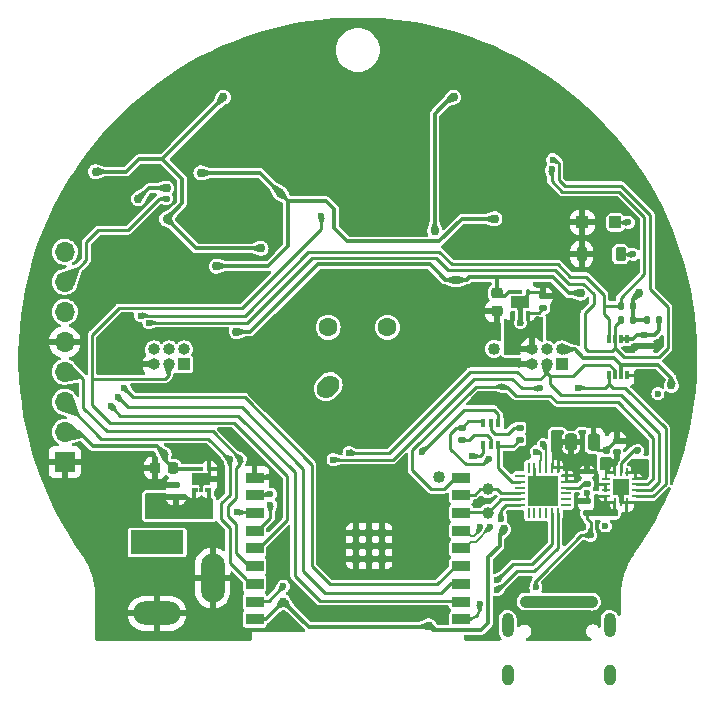
<source format=gbr>
%TF.GenerationSoftware,KiCad,Pcbnew,7.0.7*%
%TF.CreationDate,2024-03-07T18:56:00-05:00*%
%TF.ProjectId,ESP32Sensor-Sensor_board,45535033-3253-4656-9e73-6f722d53656e,rev?*%
%TF.SameCoordinates,Original*%
%TF.FileFunction,Copper,L4,Bot*%
%TF.FilePolarity,Positive*%
%FSLAX46Y46*%
G04 Gerber Fmt 4.6, Leading zero omitted, Abs format (unit mm)*
G04 Created by KiCad (PCBNEW 7.0.7) date 2024-03-07 18:56:00*
%MOMM*%
%LPD*%
G01*
G04 APERTURE LIST*
G04 Aperture macros list*
%AMRoundRect*
0 Rectangle with rounded corners*
0 $1 Rounding radius*
0 $2 $3 $4 $5 $6 $7 $8 $9 X,Y pos of 4 corners*
0 Add a 4 corners polygon primitive as box body*
4,1,4,$2,$3,$4,$5,$6,$7,$8,$9,$2,$3,0*
0 Add four circle primitives for the rounded corners*
1,1,$1+$1,$2,$3*
1,1,$1+$1,$4,$5*
1,1,$1+$1,$6,$7*
1,1,$1+$1,$8,$9*
0 Add four rect primitives between the rounded corners*
20,1,$1+$1,$2,$3,$4,$5,0*
20,1,$1+$1,$4,$5,$6,$7,0*
20,1,$1+$1,$6,$7,$8,$9,0*
20,1,$1+$1,$8,$9,$2,$3,0*%
%AMHorizOval*
0 Thick line with rounded ends*
0 $1 width*
0 $2 $3 position (X,Y) of the first rounded end (center of the circle)*
0 $4 $5 position (X,Y) of the second rounded end (center of the circle)*
0 Add line between two ends*
20,1,$1,$2,$3,$4,$5,0*
0 Add two circle primitives to create the rounded ends*
1,1,$1,$2,$3*
1,1,$1,$4,$5*%
G04 Aperture macros list end*
%TA.AperFunction,ComponentPad*%
%ADD10O,1.000000X2.100000*%
%TD*%
%TA.AperFunction,ComponentPad*%
%ADD11O,1.000000X1.800000*%
%TD*%
%TA.AperFunction,ComponentPad*%
%ADD12HorizOval,1.600000X0.176777X0.176777X-0.176777X-0.176777X0*%
%TD*%
%TA.AperFunction,ComponentPad*%
%ADD13HorizOval,1.600000X0.000000X0.000000X0.000000X0.000000X0*%
%TD*%
%TA.AperFunction,ComponentPad*%
%ADD14R,1.700000X1.700000*%
%TD*%
%TA.AperFunction,ComponentPad*%
%ADD15O,1.700000X1.700000*%
%TD*%
%TA.AperFunction,ComponentPad*%
%ADD16O,2.000000X4.200000*%
%TD*%
%TA.AperFunction,ComponentPad*%
%ADD17O,4.000000X2.000000*%
%TD*%
%TA.AperFunction,ComponentPad*%
%ADD18R,4.500000X2.000000*%
%TD*%
%TA.AperFunction,SMDPad,CuDef*%
%ADD19RoundRect,0.250000X-0.250000X-0.475000X0.250000X-0.475000X0.250000X0.475000X-0.250000X0.475000X0*%
%TD*%
%TA.AperFunction,SMDPad,CuDef*%
%ADD20RoundRect,0.250000X0.300000X0.300000X-0.300000X0.300000X-0.300000X-0.300000X0.300000X-0.300000X0*%
%TD*%
%TA.AperFunction,SMDPad,CuDef*%
%ADD21RoundRect,0.135000X0.185000X-0.135000X0.185000X0.135000X-0.185000X0.135000X-0.185000X-0.135000X0*%
%TD*%
%TA.AperFunction,SMDPad,CuDef*%
%ADD22R,0.400000X0.650000*%
%TD*%
%TA.AperFunction,SMDPad,CuDef*%
%ADD23RoundRect,0.135000X-0.135000X-0.185000X0.135000X-0.185000X0.135000X0.185000X-0.135000X0.185000X0*%
%TD*%
%TA.AperFunction,SMDPad,CuDef*%
%ADD24RoundRect,0.093750X-0.106250X0.093750X-0.106250X-0.093750X0.106250X-0.093750X0.106250X0.093750X0*%
%TD*%
%TA.AperFunction,ComponentPad*%
%ADD25C,0.700000*%
%TD*%
%TA.AperFunction,SMDPad,CuDef*%
%ADD26R,1.600000X1.000000*%
%TD*%
%TA.AperFunction,SMDPad,CuDef*%
%ADD27RoundRect,0.135000X-0.185000X0.135000X-0.185000X-0.135000X0.185000X-0.135000X0.185000X0.135000X0*%
%TD*%
%TA.AperFunction,SMDPad,CuDef*%
%ADD28C,1.000000*%
%TD*%
%TA.AperFunction,SMDPad,CuDef*%
%ADD29RoundRect,0.135000X0.135000X0.185000X-0.135000X0.185000X-0.135000X-0.185000X0.135000X-0.185000X0*%
%TD*%
%TA.AperFunction,SMDPad,CuDef*%
%ADD30RoundRect,0.140000X0.170000X-0.140000X0.170000X0.140000X-0.170000X0.140000X-0.170000X-0.140000X0*%
%TD*%
%TA.AperFunction,SMDPad,CuDef*%
%ADD31RoundRect,0.062500X-0.062500X0.275000X-0.062500X-0.275000X0.062500X-0.275000X0.062500X0.275000X0*%
%TD*%
%TA.AperFunction,SMDPad,CuDef*%
%ADD32RoundRect,0.062500X-0.275000X0.062500X-0.275000X-0.062500X0.275000X-0.062500X0.275000X0.062500X0*%
%TD*%
%TA.AperFunction,SMDPad,CuDef*%
%ADD33R,1.450000X1.450000*%
%TD*%
%TA.AperFunction,SMDPad,CuDef*%
%ADD34RoundRect,0.225000X0.225000X0.375000X-0.225000X0.375000X-0.225000X-0.375000X0.225000X-0.375000X0*%
%TD*%
%TA.AperFunction,SMDPad,CuDef*%
%ADD35R,0.300000X0.800000*%
%TD*%
%TA.AperFunction,SMDPad,CuDef*%
%ADD36RoundRect,0.225000X-0.250000X0.225000X-0.250000X-0.225000X0.250000X-0.225000X0.250000X0.225000X0*%
%TD*%
%TA.AperFunction,SMDPad,CuDef*%
%ADD37RoundRect,0.140000X-0.170000X0.140000X-0.170000X-0.140000X0.170000X-0.140000X0.170000X0.140000X0*%
%TD*%
%TA.AperFunction,SMDPad,CuDef*%
%ADD38R,1.500000X0.900000*%
%TD*%
%TA.AperFunction,SMDPad,CuDef*%
%ADD39R,0.700000X0.700000*%
%TD*%
%TA.AperFunction,ComponentPad*%
%ADD40R,1.000000X1.000000*%
%TD*%
%TA.AperFunction,ComponentPad*%
%ADD41O,1.000000X1.000000*%
%TD*%
%TA.AperFunction,SMDPad,CuDef*%
%ADD42RoundRect,0.062500X-0.062500X0.350000X-0.062500X-0.350000X0.062500X-0.350000X0.062500X0.350000X0*%
%TD*%
%TA.AperFunction,SMDPad,CuDef*%
%ADD43RoundRect,0.062500X-0.350000X0.062500X-0.350000X-0.062500X0.350000X-0.062500X0.350000X0.062500X0*%
%TD*%
%TA.AperFunction,SMDPad,CuDef*%
%ADD44R,2.600000X2.600000*%
%TD*%
%TA.AperFunction,SMDPad,CuDef*%
%ADD45RoundRect,0.225000X0.225000X0.250000X-0.225000X0.250000X-0.225000X-0.250000X0.225000X-0.250000X0*%
%TD*%
%TA.AperFunction,ViaPad*%
%ADD46C,0.600000*%
%TD*%
%TA.AperFunction,ViaPad*%
%ADD47C,1.016000*%
%TD*%
%TA.AperFunction,ViaPad*%
%ADD48C,0.762000*%
%TD*%
%TA.AperFunction,Conductor*%
%ADD49C,1.000000*%
%TD*%
%TA.AperFunction,Conductor*%
%ADD50C,0.228600*%
%TD*%
%TA.AperFunction,Conductor*%
%ADD51C,0.304800*%
%TD*%
%TA.AperFunction,Conductor*%
%ADD52C,0.200000*%
%TD*%
%TA.AperFunction,Conductor*%
%ADD53C,0.254000*%
%TD*%
G04 APERTURE END LIST*
D10*
%TO.P,J3,S1*%
%TO.N,N/C*%
X12680000Y-22710000D03*
D11*
%TO.P,J3,S2*%
X12680000Y-26890000D03*
%TO.P,J3,S3*%
X21320000Y-26890000D03*
D10*
%TO.P,J3,S4*%
X21320000Y-22710000D03*
%TD*%
D12*
%TO.P,PD1,1,An*%
%TO.N,Net-(PD1-An)*%
X-2517300Y-2503158D03*
D13*
%TO.P,PD1,2,Ca*%
%TO.N,5V_PD*%
X-2517300Y2517300D03*
%TO.P,PD1,3,Ca*%
X2503158Y2517300D03*
%TD*%
D14*
%TO.P,J6,1,Pin_1*%
%TO.N,GND*%
X-24825000Y-8875000D03*
D15*
%TO.P,J6,2,Pin_2*%
%TO.N,3.3V*%
X-24825000Y-6335000D03*
%TO.P,J6,3,Pin_3*%
%TO.N,SCL*%
X-24825000Y-3795000D03*
%TO.P,J6,4,Pin_4*%
%TO.N,SDA*%
X-24825000Y-1255000D03*
%TO.P,J6,5,Pin_5*%
%TO.N,GND*%
X-24825000Y1285000D03*
%TO.P,J6,6,Pin_6*%
%TO.N,GPIO1*%
X-24825000Y3825000D03*
%TO.P,J6,7,Pin_7*%
%TO.N,Mux_Sel_A*%
X-24825000Y6365000D03*
%TO.P,J6,8,Pin_8*%
%TO.N,Mux_Sel_B*%
X-24825000Y8905000D03*
%TD*%
D16*
%TO.P,J1,3*%
%TO.N,GND*%
X-12300000Y-18700000D03*
D17*
%TO.P,J1,2*%
X-17000000Y-21700000D03*
D18*
%TO.P,J1,1*%
%TO.N,VBUS*%
X-17000000Y-15700000D03*
%TD*%
D19*
%TO.P,C1,1*%
%TO.N,3.3V*%
X18050000Y-7200000D03*
%TO.P,C1,2*%
%TO.N,GND*%
X19950000Y-7200000D03*
%TD*%
D20*
%TO.P,CR2,1*%
%TO.N,Sensor_Analog*%
X21800000Y11400000D03*
%TO.P,CR2,2*%
%TO.N,GND*%
X19000000Y11400000D03*
%TD*%
D21*
%TO.P,R1,1*%
%TO.N,Net-(U15-~{RST})*%
X19400000Y-10710000D03*
%TO.P,R1,2*%
%TO.N,3.3V*%
X19400000Y-9690000D03*
%TD*%
D22*
%TO.P,U10,1,E2*%
%TO.N,DTR*%
X11900000Y-7450000D03*
%TO.P,U10,2,B2*%
%TO.N,Net-(U10-B2)*%
X11250000Y-7450000D03*
%TO.P,U10,3,C1*%
%TO.N,ESP_EN*%
X10600000Y-7450000D03*
%TO.P,U10,4,E1*%
%TO.N,RTS*%
X10600000Y-5550000D03*
%TO.P,U10,5,B1*%
%TO.N,Net-(U10-B1)*%
X11250000Y-5550000D03*
%TO.P,U10,6,C2*%
%TO.N,GPIO9*%
X11900000Y-5550000D03*
%TD*%
D23*
%TO.P,R21,1*%
%TO.N,5V_SDA*%
X22240000Y4350000D03*
%TO.P,R21,2*%
%TO.N,5V*%
X23260000Y4350000D03*
%TD*%
D24*
%TO.P,U14,1,OUT*%
%TO.N,3.3V*%
X-13900000Y-9468750D03*
%TO.P,U14,2,SNS*%
X-13250000Y-9468750D03*
%TO.P,U14,3,GND*%
%TO.N,GND*%
X-12600000Y-9468750D03*
%TO.P,U14,4,EN*%
%TO.N,VBUS*%
X-12600000Y-11243750D03*
%TO.P,U14,5,GND*%
%TO.N,GND*%
X-13250000Y-11243750D03*
%TO.P,U14,6,IN*%
%TO.N,VBUS*%
X-13900000Y-11243750D03*
D25*
%TO.P,U14,7,PAD*%
%TO.N,GND*%
X-13250000Y-10356250D03*
D26*
X-13250000Y-10356250D03*
%TD*%
D27*
%TO.P,R18,1*%
%TO.N,RTS*%
X8800000Y-5990000D03*
%TO.P,R18,2*%
%TO.N,Net-(U10-B2)*%
X8800000Y-7010000D03*
%TD*%
D28*
%TO.P,TP1,1,1*%
%TO.N,ESP_RXD*%
X11000000Y-11200000D03*
%TD*%
%TO.P,TP2,1,1*%
%TO.N,ESP_TXD*%
X11000000Y-13200000D03*
%TD*%
D24*
%TO.P,U11,1,OUT*%
%TO.N,5V*%
X13100000Y5537500D03*
%TO.P,U11,2,SNS*%
X13750000Y5537500D03*
%TO.P,U11,3,GND*%
%TO.N,GND*%
X14400000Y5537500D03*
%TO.P,U11,4,EN*%
%TO.N,VBUS*%
X14400000Y3762500D03*
%TO.P,U11,5,GND*%
%TO.N,GND*%
X13750000Y3762500D03*
%TO.P,U11,6,IN*%
%TO.N,VBUS*%
X13100000Y3762500D03*
D25*
%TO.P,U11,7,PAD*%
%TO.N,GND*%
X13750000Y4650000D03*
D26*
X13750000Y4650000D03*
%TD*%
D29*
%TO.P,R17,1*%
%TO.N,Net-(U12-EN)*%
X25510000Y3100000D03*
%TO.P,R17,2*%
%TO.N,5V*%
X24490000Y3100000D03*
%TD*%
D30*
%TO.P,C29,1*%
%TO.N,VBUS*%
X-15400000Y-11830000D03*
%TO.P,C29,2*%
%TO.N,GND*%
X-15400000Y-10870000D03*
%TD*%
D31*
%TO.P,U8,1,CC2*%
%TO.N,CC2*%
X21760000Y-9775000D03*
%TO.P,U8,2,VBUS*%
%TO.N,VBUS*%
X22260000Y-9775000D03*
%TO.P,U8,3,VDD*%
%TO.N,3.3V*%
X22760000Y-9775000D03*
D32*
%TO.P,U8,4,VDD*%
X23522500Y-10287500D03*
%TO.P,U8,5,INT_N*%
%TO.N,INT*%
X23522500Y-10787500D03*
%TO.P,U8,6,SCL*%
%TO.N,SCL*%
X23522500Y-11287500D03*
%TO.P,U8,7,SDA*%
%TO.N,SDA*%
X23522500Y-11787500D03*
D31*
%TO.P,U8,8,GND*%
%TO.N,GND*%
X22760000Y-12300000D03*
%TO.P,U8,9,GND*%
X22260000Y-12300000D03*
%TO.P,U8,10,CC1*%
%TO.N,CC1*%
X21760000Y-12300000D03*
D32*
%TO.P,U8,11,CC1*%
X20997500Y-11787500D03*
%TO.P,U8,12,VCONN*%
%TO.N,3.3V*%
X20997500Y-11287500D03*
%TO.P,U8,13,VCONN*%
X20997500Y-10787500D03*
%TO.P,U8,14,CC2*%
%TO.N,CC2*%
X20997500Y-10287500D03*
D33*
%TO.P,U8,15,GND*%
%TO.N,GND*%
X22260000Y-11037500D03*
%TD*%
D34*
%TO.P,CR3,1*%
%TO.N,ESP_ADC*%
X22250000Y8700000D03*
%TO.P,CR3,2*%
%TO.N,GND*%
X18950000Y8700000D03*
%TD*%
D35*
%TO.P,U12,1,GND*%
%TO.N,GND*%
X22750000Y-1550000D03*
%TO.P,U12,2,VREF1*%
%TO.N,3.3V*%
X22250000Y-1550000D03*
%TO.P,U12,3,SCL1*%
%TO.N,SCL*%
X21750000Y-1550000D03*
%TO.P,U12,4,SDA1*%
%TO.N,SDA*%
X21250000Y-1550000D03*
%TO.P,U12,5,SDA2*%
%TO.N,5V_SDA*%
X21250000Y1550000D03*
%TO.P,U12,6,SCL2*%
%TO.N,5V_SCL*%
X21750000Y1550000D03*
%TO.P,U12,7,VREF2*%
%TO.N,Net-(U12-EN)*%
X22250000Y1550000D03*
%TO.P,U12,8,EN*%
X22750000Y1550000D03*
%TD*%
D36*
%TO.P,C25,1*%
%TO.N,5V*%
X11750000Y5425000D03*
%TO.P,C25,2*%
%TO.N,GND*%
X11750000Y3875000D03*
%TD*%
D37*
%TO.P,C20,1*%
%TO.N,GND*%
X21900000Y-7120000D03*
%TO.P,C20,2*%
%TO.N,CC2*%
X21900000Y-8080000D03*
%TD*%
D27*
%TO.P,R19,1*%
%TO.N,Net-(U10-B1)*%
X13700000Y-5990000D03*
%TO.P,R19,2*%
%TO.N,DTR*%
X13700000Y-7010000D03*
%TD*%
D38*
%TO.P,U9,1,3V3*%
%TO.N,3.3V*%
X-8750000Y-22200000D03*
%TO.P,U9,2,EN*%
%TO.N,ESP_EN*%
X-8750000Y-20700000D03*
%TO.P,U9,3,IO4*%
%TO.N,SCL*%
X-8750000Y-19200000D03*
%TO.P,U9,4,IO5*%
%TO.N,SDA*%
X-8750000Y-17700000D03*
%TO.P,U9,5,IO6*%
%TO.N,LED_REF*%
X-8750000Y-16200000D03*
%TO.P,U9,6,IO7*%
%TO.N,ESP_PWM_DIM*%
X-8750000Y-14700000D03*
%TO.P,U9,7,IO8*%
%TO.N,NeopixelLED*%
X-8750000Y-13200000D03*
%TO.P,U9,8,IO9*%
%TO.N,GPIO9*%
X-8750000Y-11700000D03*
%TO.P,U9,9,GND*%
%TO.N,GND*%
X-8750000Y-10200000D03*
%TO.P,U9,10,IO10*%
%TO.N,INT*%
X8750000Y-10200000D03*
%TO.P,U9,11,RXD*%
%TO.N,ESP_RXD*%
X8750000Y-11700000D03*
%TO.P,U9,12,TXD*%
%TO.N,ESP_TXD*%
X8750000Y-13200000D03*
%TO.P,U9,13,IO18*%
%TO.N,D-*%
X8750000Y-14700000D03*
%TO.P,U9,14,IO19*%
%TO.N,D+*%
X8750000Y-16200000D03*
%TO.P,U9,15,IO3*%
%TO.N,Mux_Sel_B*%
X8750000Y-17700000D03*
%TO.P,U9,16,IO2*%
%TO.N,Mux_Sel_A*%
X8750000Y-19200000D03*
%TO.P,U9,17,IO1*%
%TO.N,GPIO1*%
X8750000Y-20700000D03*
%TO.P,U9,18,IO0*%
%TO.N,ESP_ADC*%
X8750000Y-22200000D03*
D39*
%TO.P,U9,19,GND*%
%TO.N,GND*%
X-140000Y-17100000D03*
%TO.P,U9,20,GND*%
X960000Y-17100000D03*
%TO.P,U9,21,GND*%
X2060000Y-17100000D03*
%TO.P,U9,22,GND*%
X-140000Y-16000000D03*
%TO.P,U9,23,GND*%
X960000Y-16000000D03*
%TO.P,U9,24,GND*%
X2060000Y-16000000D03*
%TO.P,U9,25,GND*%
X-140000Y-14900000D03*
%TO.P,U9,26,GND*%
X960000Y-14900000D03*
%TO.P,U9,27,GND*%
X2060000Y-14900000D03*
%TD*%
D40*
%TO.P,J4,1,Pin_1*%
%TO.N,INT*%
X17275000Y-625000D03*
D41*
%TO.P,J4,2,Pin_2*%
%TO.N,3.3V*%
X17275000Y645000D03*
%TO.P,J4,3,Pin_3*%
%TO.N,SCL*%
X16005000Y-625000D03*
%TO.P,J4,4,Pin_4*%
%TO.N,SDA*%
X16005000Y645000D03*
%TO.P,J4,5,Pin_5*%
%TO.N,GND*%
X14735000Y-625000D03*
%TO.P,J4,6,Pin_6*%
%TO.N,VBUS*%
X14735000Y645000D03*
%TD*%
D37*
%TO.P,C21,1*%
%TO.N,Net-(U12-EN)*%
X24250000Y1880000D03*
%TO.P,C21,2*%
%TO.N,GND*%
X24250000Y920000D03*
%TD*%
D30*
%TO.P,C24,1*%
%TO.N,VBUS*%
X15700000Y4170000D03*
%TO.P,C24,2*%
%TO.N,GND*%
X15700000Y5130000D03*
%TD*%
D40*
%TO.P,J7,1,Pin_1*%
%TO.N,unconnected-(J7-Pin_1-Pad1)*%
X-14725000Y-625000D03*
D41*
%TO.P,J7,2,Pin_2*%
%TO.N,unconnected-(J7-Pin_2-Pad2)*%
X-14725000Y645000D03*
%TO.P,J7,3,Pin_3*%
%TO.N,LED_REF*%
X-15995000Y-625000D03*
%TO.P,J7,4,Pin_4*%
%TO.N,ESP_PWM_DIM*%
X-15995000Y645000D03*
%TO.P,J7,5,Pin_5*%
%TO.N,GND*%
X-17265000Y-625000D03*
%TO.P,J7,6,Pin_6*%
%TO.N,VBUS*%
X-17265000Y645000D03*
%TD*%
D37*
%TO.P,C19,1*%
%TO.N,GND*%
X19400000Y-12220000D03*
%TO.P,C19,2*%
%TO.N,CC1*%
X19400000Y-13180000D03*
%TD*%
D42*
%TO.P,U15,1,~{RI}/CLK*%
%TO.N,unconnected-(U15-~{RI}{slash}CLK-Pad1)*%
X14450000Y-9362500D03*
%TO.P,U15,2,GND*%
%TO.N,GND*%
X14950000Y-9362500D03*
%TO.P,U15,3,D+*%
%TO.N,D+*%
X15450000Y-9362500D03*
%TO.P,U15,4,D-*%
%TO.N,D-*%
X15950000Y-9362500D03*
%TO.P,U15,5,VIO*%
%TO.N,3.3V*%
X16450000Y-9362500D03*
%TO.P,U15,6,VDD*%
X16950000Y-9362500D03*
D43*
%TO.P,U15,7,VREGIN*%
X17637500Y-10050000D03*
%TO.P,U15,8,VBUS*%
X17637500Y-10550000D03*
%TO.P,U15,9,~{RST}*%
%TO.N,Net-(U15-~{RST})*%
X17637500Y-11050000D03*
%TO.P,U15,10,NC*%
%TO.N,unconnected-(U15-NC-Pad10)*%
X17637500Y-11550000D03*
%TO.P,U15,11,~{WAKEUP}/GPIO.3*%
%TO.N,unconnected-(U15-~{WAKEUP}{slash}GPIO.3-Pad11)*%
X17637500Y-12050000D03*
%TO.P,U15,12,RS485/GPIO.2*%
%TO.N,unconnected-(U15-RS485{slash}GPIO.2-Pad12)*%
X17637500Y-12550000D03*
D42*
%TO.P,U15,13,~{RXT}/GPIO.1*%
%TO.N,Net-(D3-K)*%
X16950000Y-13237500D03*
%TO.P,U15,14,~{TXT}/GPIO.0*%
%TO.N,Net-(D2-K)*%
X16450000Y-13237500D03*
%TO.P,U15,15,~{SUSPEND}*%
%TO.N,unconnected-(U15-~{SUSPEND}-Pad15)*%
X15950000Y-13237500D03*
%TO.P,U15,16,NC*%
%TO.N,unconnected-(U15-NC-Pad16)*%
X15450000Y-13237500D03*
%TO.P,U15,17,SUSPEND*%
%TO.N,unconnected-(U15-SUSPEND-Pad17)*%
X14950000Y-13237500D03*
%TO.P,U15,18,~{CTS}*%
%TO.N,unconnected-(U15-~{CTS}-Pad18)*%
X14450000Y-13237500D03*
D43*
%TO.P,U15,19,~{RTS}*%
%TO.N,RTS*%
X13762500Y-12550000D03*
%TO.P,U15,20,RXD*%
%TO.N,ESP_TXD*%
X13762500Y-12050000D03*
%TO.P,U15,21,TXD*%
%TO.N,ESP_RXD*%
X13762500Y-11550000D03*
%TO.P,U15,22,~{DSR}*%
%TO.N,unconnected-(U15-~{DSR}-Pad22)*%
X13762500Y-11050000D03*
%TO.P,U15,23,~{DTR}*%
%TO.N,DTR*%
X13762500Y-10550000D03*
%TO.P,U15,24,~{DCD}*%
%TO.N,unconnected-(U15-~{DCD}-Pad24)*%
X13762500Y-10050000D03*
D25*
%TO.P,U15,25,GND*%
%TO.N,GND*%
X16400000Y-10600000D03*
X15000000Y-10600000D03*
D44*
X15700000Y-11300000D03*
D25*
X16400000Y-12000000D03*
X15000000Y-12000000D03*
%TD*%
D23*
%TO.P,R20,1*%
%TO.N,5V_SCL*%
X22240000Y3100000D03*
%TO.P,R20,2*%
%TO.N,5V*%
X23260000Y3100000D03*
%TD*%
D45*
%TO.P,C30,1*%
%TO.N,3.3V*%
X-15625000Y-9400000D03*
%TO.P,C30,2*%
%TO.N,GND*%
X-17175000Y-9400000D03*
%TD*%
D46*
%TO.N,GND*%
X16000000Y-19100000D03*
X7200000Y-15200000D03*
D47*
%TO.N,USBC_VBUS*%
X19800000Y-20700000D03*
X14200000Y-20700000D03*
D46*
%TO.N,GND*%
X-1900000Y-17800000D03*
X4000000Y-16400000D03*
X11400000Y-23500000D03*
X-20500000Y800000D03*
X14600000Y22000000D03*
X8100000Y17600000D03*
X16800000Y4000000D03*
X0Y-10200000D03*
X-7700000Y-3200000D03*
X-8200000Y1400000D03*
X-5500000Y2300000D03*
X9100000Y1500000D03*
X4800000Y25100000D03*
X-4700000Y23800000D03*
X-8400000Y17500000D03*
X-11400000Y17500000D03*
X-27400000Y2400000D03*
X-27400000Y-3200000D03*
X-24000000Y-13200000D03*
X-20600000Y-18700000D03*
X22700000Y-15500000D03*
X21300000Y-17900000D03*
%TO.N,CC1*%
X15070000Y-19500000D03*
D48*
%TO.N,3.3V*%
X26550000Y-2400000D03*
X12350000Y-14600000D03*
X-6300000Y-20700000D03*
X-16400000Y-8200000D03*
X17000000Y-7500000D03*
X6000000Y-22750000D03*
X23900000Y-9200000D03*
D46*
%TO.N,GND*%
X-16200000Y7100000D03*
X9000000Y23800000D03*
X17900000Y11400000D03*
X-12750000Y12000000D03*
X13500000Y14000000D03*
X-22300000Y13000000D03*
X21000000Y-7900000D03*
X17500000Y-5200000D03*
X10200000Y9900000D03*
X11900000Y-20900000D03*
X16800000Y5150000D03*
X-2000000Y-21750000D03*
X-12500000Y10750000D03*
X-6200000Y-15200000D03*
X3100000Y18300000D03*
X-19300000Y14100000D03*
X21300000Y-20900000D03*
X-21800000Y7700000D03*
X8100000Y9900000D03*
X-7000000Y11250000D03*
X24400000Y-1800000D03*
X18300000Y15400000D03*
X19700000Y-5200000D03*
X4500000Y7100000D03*
X-10400000Y-21100000D03*
X3100000Y14500000D03*
X-8250000Y11250000D03*
X27600000Y-4100000D03*
X17100000Y19600000D03*
X-10600000Y-6700000D03*
X13400000Y12900000D03*
X0Y-21750000D03*
X16400000Y19100000D03*
X1950000Y-21750000D03*
X-13300000Y-8200000D03*
X19400000Y-11500000D03*
X-11500000Y5300000D03*
X-10500000Y23750000D03*
X10100000Y-12300000D03*
X24100000Y-7100000D03*
X-21400000Y11900000D03*
X13750000Y2900000D03*
X12700000Y-20900000D03*
X-21900000Y9000000D03*
X14500000Y-16000000D03*
X18400000Y18500000D03*
X-15000000Y-2150000D03*
X23500000Y750000D03*
X-9500000Y11250000D03*
X-7800000Y21400000D03*
X-7500000Y-10150000D03*
X26800000Y6000000D03*
X-6700000Y-13300000D03*
X21000000Y15700000D03*
X18000000Y8700000D03*
%TO.N,CC1*%
X19700000Y-15100000D03*
%TO.N,D+*%
X11201223Y-14414739D03*
X15099479Y-8000521D03*
%TO.N,D-*%
X10351223Y-14414739D03*
X15700521Y-7399479D03*
%TO.N,CC2*%
X20800000Y-9150000D03*
X20950000Y-14300000D03*
%TO.N,RTS*%
X11100000Y-8600000D03*
X12100000Y-13700000D03*
%TO.N,Net-(D2-K)*%
X11800000Y-18900000D03*
%TO.N,GPIO9*%
X-7400000Y-11600000D03*
X5400000Y-8000000D03*
%TO.N,ESP_EN*%
X-6300000Y-19400000D03*
X9700000Y-8400000D03*
%TO.N,INT*%
X12300000Y-2500000D03*
%TO.N,SCL*%
X-750000Y-8100000D03*
X-10850000Y-8650000D03*
%TO.N,SDA*%
X-2100000Y-8700000D03*
X15400000Y-2650000D03*
X-9950000Y-8650000D03*
X18600000Y-2600000D03*
%TO.N,LED_REF*%
X-3100000Y11900000D03*
D48*
%TO.N,5V*%
X-18600000Y13400000D03*
X18850000Y5400000D03*
X23800000Y5400000D03*
X-10300000Y2150000D03*
X-16200000Y14300000D03*
X8300000Y6550000D03*
D46*
%TO.N,Sensor_Analog*%
X22900000Y11400000D03*
D48*
%TO.N,+Vs_For_Lock_in*%
X-22200000Y15700000D03*
X6500000Y10700000D03*
X-16200000Y11700000D03*
X8100000Y22000000D03*
X-11400000Y22000000D03*
X-8200000Y9200000D03*
%TO.N,-Vs_For_Lock_in*%
X11600000Y11700000D03*
X-12000000Y7700000D03*
X-13300000Y15600000D03*
X-6600000Y13900000D03*
D46*
%TO.N,ESP_ADC*%
X10300000Y-20900000D03*
X23300000Y8700000D03*
X25400000Y-3100000D03*
%TO.N,GPIO1*%
X-20875000Y-4175000D03*
%TO.N,Mux_Sel_A*%
X-20325000Y-3425000D03*
X-16200000Y13400000D03*
%TO.N,ESP_PWM_DIM*%
X-7400000Y-12500000D03*
%TO.N,NeopixelLED*%
X-10200000Y-13150000D03*
D47*
%TO.N,VBUS*%
X-17500000Y-13100000D03*
X6850000Y-10176600D03*
D46*
X23700000Y-7900000D03*
D47*
X11500000Y700000D03*
D46*
%TO.N,Mux_Sel_B*%
X-19800000Y-2600000D03*
%TO.N,5V_SDA*%
X16400000Y15900000D03*
X-18400000Y3500000D03*
%TO.N,5V_SCL*%
X-17700000Y2900000D03*
X16500000Y16700000D03*
%TO.N,Net-(D3-K)*%
X11800000Y-19700000D03*
%TD*%
D49*
%TO.N,USBC_VBUS*%
X14200000Y-20700000D02*
X19800000Y-20700000D01*
D50*
%TO.N,CC1*%
X15070000Y-19500000D02*
X15070000Y-18930000D01*
D51*
%TO.N,3.3V*%
X25450000Y-650000D02*
X26550000Y-1750000D01*
X-13250000Y-9468750D02*
X-13900000Y-9468750D01*
X-16400000Y-8200000D02*
X-16400000Y-8625000D01*
X18355000Y645000D02*
X19100000Y-100000D01*
X-8787500Y-22150000D02*
X-7750000Y-22150000D01*
X-16400000Y-8625000D02*
X-15625000Y-9400000D01*
X22250000Y-650000D02*
X22250000Y-1550000D01*
X22250000Y-650000D02*
X25450000Y-650000D01*
X6347600Y-23097600D02*
X6000000Y-22750000D01*
X-17050000Y-7550000D02*
X-16400000Y-8200000D01*
X-24825000Y-6335000D02*
X-23650000Y-6335000D01*
X-13900000Y-9468750D02*
X-15556250Y-9468750D01*
X12000000Y-16000000D02*
X12000000Y-14950000D01*
X17275000Y645000D02*
X18355000Y645000D01*
X21700000Y-100000D02*
X22250000Y-650000D01*
X-6300000Y-20700000D02*
X-4175000Y-22825000D01*
X26550000Y-1750000D02*
X26550000Y-2400000D01*
X-7750000Y-22150000D02*
X-6300000Y-20700000D01*
X-3900000Y-22825000D02*
X5925000Y-22825000D01*
X10450000Y-23100000D02*
X11050000Y-22500000D01*
X-4175000Y-22825000D02*
X-3900000Y-22825000D01*
X-23650000Y-6335000D02*
X-22435000Y-7550000D01*
X12000000Y-14950000D02*
X12350000Y-14600000D01*
X-15556250Y-9468750D02*
X-15625000Y-9400000D01*
X11050000Y-16950000D02*
X12000000Y-16000000D01*
X19100000Y-100000D02*
X21700000Y-100000D01*
X11050000Y-22500000D02*
X11050000Y-16950000D01*
X10450000Y-23100000D02*
X10447600Y-23097600D01*
X5925000Y-22825000D02*
X6000000Y-22750000D01*
X10447600Y-23097600D02*
X6347600Y-23097600D01*
X-22435000Y-7550000D02*
X-17050000Y-7550000D01*
D50*
%TO.N,GND*%
X20350000Y-7900000D02*
X19950000Y-7500000D01*
X14400000Y5300000D02*
X13750000Y4650000D01*
X14950000Y-10550000D02*
X15000000Y-10600000D01*
X-7505085Y-10155085D02*
X-7500000Y-10150000D01*
X-12600000Y-9468750D02*
X-12600000Y-10256250D01*
X15700000Y5130000D02*
X16780000Y5130000D01*
X15350000Y-10550000D02*
X16100000Y-11300000D01*
X-12600000Y-10256250D02*
X-12700000Y-10356250D01*
X21780000Y-7120000D02*
X21000000Y-7900000D01*
X-8750000Y-10155085D02*
X-7505085Y-10155085D01*
X24150000Y-1550000D02*
X24400000Y-1800000D01*
X18950000Y8700000D02*
X18000000Y8700000D01*
X19400000Y-12220000D02*
X19400000Y-11500000D01*
X13750000Y3762500D02*
X13750000Y2900000D01*
X21000000Y-7900000D02*
X20350000Y-7900000D01*
X14400000Y5537500D02*
X14400000Y5300000D01*
X15292500Y5537500D02*
X15700000Y5130000D01*
X-13250000Y-11243750D02*
X-13250000Y-10356250D01*
X14400000Y5537500D02*
X15292500Y5537500D01*
X23670000Y920000D02*
X23500000Y750000D01*
X21900000Y-7120000D02*
X21780000Y-7120000D01*
X16780000Y5130000D02*
X16800000Y5150000D01*
X22750000Y-1550000D02*
X24150000Y-1550000D01*
X14950000Y-9362500D02*
X14950000Y-10550000D01*
X24250000Y920000D02*
X23670000Y920000D01*
X19000000Y11400000D02*
X17900000Y11400000D01*
X17912500Y2812500D02*
X17900000Y2800000D01*
%TO.N,CC1*%
X19400000Y-13680000D02*
X19700000Y-13980000D01*
X15650000Y-18350000D02*
X18900000Y-15100000D01*
X19700000Y-15100000D02*
X19700000Y-13980000D01*
X15070000Y-18930000D02*
X15650000Y-18350000D01*
X18900000Y-15100000D02*
X19700000Y-15100000D01*
X19400000Y-13180000D02*
X19400000Y-13680000D01*
D52*
%TO.N,D+*%
X9537500Y-15625000D02*
X9012500Y-16150000D01*
X15450000Y-8743749D02*
X15475000Y-8718749D01*
X11201223Y-14414739D02*
X9990962Y-15625000D01*
X9990962Y-15625000D02*
X9537500Y-15625000D01*
X15450000Y-9362500D02*
X15450000Y-8743749D01*
X9012500Y-16150000D02*
X8712500Y-16150000D01*
X15475000Y-8718749D02*
X15475000Y-8093199D01*
X15382322Y-8000521D02*
X15099479Y-8000521D01*
X15475000Y-8093199D02*
X15382322Y-8000521D01*
%TO.N,D-*%
X9537500Y-15175000D02*
X9012500Y-14650000D01*
X10351223Y-14628342D02*
X9804565Y-15175000D01*
X15950000Y-9362500D02*
X15950000Y-8743749D01*
X15925000Y-7906801D02*
X15700521Y-7682322D01*
X15925000Y-8718749D02*
X15925000Y-7906801D01*
X15950000Y-8743749D02*
X15925000Y-8718749D01*
X15700521Y-7682322D02*
X15700521Y-7399479D01*
X9012500Y-14650000D02*
X8712500Y-14650000D01*
X9804565Y-15175000D02*
X9537500Y-15175000D01*
X10351223Y-14414739D02*
X10351223Y-14628342D01*
D50*
%TO.N,Net-(U15-~{RST})*%
X19090000Y-10710000D02*
X19400000Y-10710000D01*
X18750000Y-11050000D02*
X19090000Y-10710000D01*
X17637500Y-11050000D02*
X18750000Y-11050000D01*
%TO.N,RTS*%
X10600001Y-5435651D02*
X9354349Y-5435651D01*
X10625000Y-9075000D02*
X9125000Y-9075000D01*
X12500000Y-12550000D02*
X12100000Y-12950000D01*
X12100000Y-12950000D02*
X12100000Y-13700000D01*
X13762500Y-12550000D02*
X12500000Y-12550000D01*
X8310000Y-5990000D02*
X8800000Y-5990000D01*
X7800000Y-6500000D02*
X8310000Y-5990000D01*
X7800000Y-7750000D02*
X7800000Y-6500000D01*
X11100000Y-8600000D02*
X10625000Y-9075000D01*
X9354349Y-5435651D02*
X8800000Y-5990000D01*
X9125000Y-9075000D02*
X7800000Y-7750000D01*
%TO.N,DTR*%
X13762500Y-10550000D02*
X13050000Y-10550000D01*
X13145651Y-7564349D02*
X13700000Y-7010000D01*
X11899999Y-7564349D02*
X13145651Y-7564349D01*
X11899999Y-9399999D02*
X11899999Y-7564349D01*
X13050000Y-10550000D02*
X11899999Y-9399999D01*
%TO.N,ESP_TXD*%
X10955087Y-13155087D02*
X11000000Y-13200000D01*
X12150000Y-12050000D02*
X13762500Y-12050000D01*
X8750000Y-13155087D02*
X10955087Y-13155087D01*
X12150000Y-12050000D02*
X11000000Y-13200000D01*
%TO.N,ESP_RXD*%
X10355085Y-11200000D02*
X9900000Y-11655085D01*
X11800000Y-11200000D02*
X11000000Y-11200000D01*
X8750000Y-11655085D02*
X9900000Y-11655085D01*
X13762500Y-11550000D02*
X12150000Y-11550000D01*
X11000000Y-11200000D02*
X10355085Y-11200000D01*
X12150000Y-11550000D02*
X11800000Y-11200000D01*
%TO.N,Net-(D2-K)*%
X13150000Y-17550000D02*
X11800000Y-18900000D01*
X16450000Y-15850000D02*
X14750000Y-17550000D01*
X14750000Y-17550000D02*
X13150000Y-17550000D01*
X16450000Y-13237500D02*
X16450000Y-15850000D01*
%TO.N,GPIO9*%
X-8655085Y-11750000D02*
X-8750000Y-11655085D01*
X11500000Y-4450000D02*
X11899999Y-4849999D01*
X-7455085Y-11655085D02*
X-7400000Y-11600000D01*
X5400000Y-8000000D02*
X8950000Y-4450000D01*
X8950000Y-4450000D02*
X11500000Y-4450000D01*
X11899999Y-4849999D02*
X11899999Y-5435651D01*
X-8750000Y-11655085D02*
X-7455085Y-11655085D01*
%TO.N,ESP_EN*%
X10300000Y-8400000D02*
X10600000Y-8100000D01*
X9700000Y-8400000D02*
X10300000Y-8400000D01*
X-7550000Y-20650000D02*
X-6300000Y-19400000D01*
X10600001Y-7564349D02*
X10600000Y-8100000D01*
X-8787500Y-20650000D02*
X-7550000Y-20650000D01*
%TO.N,INT*%
X24975000Y-6825000D02*
X21987500Y-3837500D01*
X12600000Y-2500000D02*
X13375000Y-3275000D01*
X6200000Y-11200000D02*
X7300000Y-11200000D01*
X21987500Y-3837500D02*
X16862500Y-3837500D01*
X12300000Y-2500000D02*
X10000000Y-2500000D01*
X8344915Y-10155085D02*
X8750000Y-10155085D01*
X7300000Y-11200000D02*
X8344915Y-10155085D01*
X13375000Y-3275000D02*
X14225000Y-3275000D01*
X23522500Y-10787500D02*
X24512500Y-10787500D01*
X4600000Y-9600000D02*
X6200000Y-11200000D01*
X24512500Y-10787500D02*
X24975000Y-10325000D01*
X16300000Y-3275000D02*
X14225000Y-3275000D01*
X4600000Y-7900000D02*
X4600000Y-9600000D01*
X10000000Y-2500000D02*
X4600000Y-7900000D01*
X12300000Y-2500000D02*
X12600000Y-2500000D01*
X24975000Y-10325000D02*
X24975000Y-6825000D01*
X16862500Y-3837500D02*
X16300000Y-3275000D01*
%TO.N,SCL*%
X16277500Y-2277500D02*
X16277500Y-1622500D01*
X16005000Y-1350000D02*
X16005000Y-625000D01*
X-12700000Y-6900000D02*
X-10850000Y-8750000D01*
X16005000Y-1350000D02*
X15455000Y-1900000D01*
X-21720000Y-6900000D02*
X-12700000Y-6900000D01*
X-11600000Y-12400000D02*
X-11600000Y-13700000D01*
X17200000Y-3200000D02*
X16277500Y-2277500D01*
X25500000Y-6450000D02*
X22250000Y-3200000D01*
X16277500Y-1622500D02*
X18177500Y-1622500D01*
X-10850000Y-9200000D02*
X-10850000Y-8650000D01*
X22250000Y-3200000D02*
X17200000Y-3200000D01*
X2600000Y-8150000D02*
X-700000Y-8150000D01*
X9500000Y-1250000D02*
X2600000Y-8150000D01*
X-24825000Y-3795000D02*
X-21720000Y-6900000D01*
X-11600000Y-13700000D02*
X-10850000Y-14450000D01*
X19150000Y-650000D02*
X21300000Y-650000D01*
X-10850000Y-17398418D02*
X-9444915Y-18803503D01*
X18177500Y-1622500D02*
X19150000Y-650000D01*
X15455000Y-1900000D02*
X14150000Y-1900000D01*
X-10850000Y-8750000D02*
X-10850000Y-9200000D01*
X-10950000Y-8650000D02*
X-10850000Y-8650000D01*
X25500000Y-10600000D02*
X25500000Y-6450000D01*
X16005000Y-1350000D02*
X16277500Y-1622500D01*
X24812500Y-11287500D02*
X25500000Y-10600000D01*
X21750000Y-1100000D02*
X21750000Y-1550000D01*
X-12700000Y-6900000D02*
X-10950000Y-8650000D01*
X21300000Y-650000D02*
X21750000Y-1100000D01*
X-10850000Y-14450000D02*
X-10850000Y-17398418D01*
X-700000Y-8150000D02*
X-750000Y-8100000D01*
X-10850000Y-9200000D02*
X-10850000Y-11650000D01*
X14150000Y-1900000D02*
X13500000Y-1250000D01*
X-10850000Y-11650000D02*
X-11600000Y-12400000D01*
X13500000Y-1250000D02*
X9500000Y-1250000D01*
X23522500Y-11287500D02*
X24812500Y-11287500D01*
%TO.N,SDA*%
X-12300000Y-6300000D02*
X-9950000Y-8650000D01*
X9825000Y-1825000D02*
X2950000Y-8700000D01*
X21600000Y-2600000D02*
X21250000Y-2250000D01*
X-10325000Y-14175000D02*
X-11000000Y-13500000D01*
X21250000Y-2250000D02*
X21250000Y-2150000D01*
X2950000Y-8700000D02*
X-2100000Y-8700000D01*
X22600000Y-2600000D02*
X21600000Y-2600000D01*
X21250000Y-2150000D02*
X21250000Y-1550000D01*
X-21250000Y-6300000D02*
X-12300000Y-6300000D01*
X18600000Y-2600000D02*
X20800000Y-2600000D01*
X-11000000Y-13500000D02*
X-11000000Y-12600000D01*
X23522500Y-11787500D02*
X25012500Y-11787500D01*
X-24825000Y-1255000D02*
X-23845000Y-1255000D01*
X-23250000Y-1850000D02*
X-23250000Y-4300000D01*
X-9950000Y-9050000D02*
X-9950000Y-8650000D01*
X13075000Y-1825000D02*
X9825000Y-1825000D01*
X-10325000Y-11925000D02*
X-10325000Y-9425000D01*
X-11000000Y-12600000D02*
X-10325000Y-11925000D01*
X-9244914Y-17655086D02*
X-10325000Y-16575000D01*
X20800000Y-2600000D02*
X20900000Y-2600000D01*
X-10325000Y-9425000D02*
X-9950000Y-9050000D01*
X15400000Y-2650000D02*
X13900000Y-2650000D01*
X-8750000Y-17655086D02*
X-9244914Y-17655086D01*
X26050000Y-10750000D02*
X26050000Y-6050000D01*
X26050000Y-6050000D02*
X22600000Y-2600000D01*
X13900000Y-2650000D02*
X13075000Y-1825000D01*
X-23250000Y-4300000D02*
X-21250000Y-6300000D01*
X25012500Y-11787500D02*
X26050000Y-10750000D01*
X-23845000Y-1255000D02*
X-23250000Y-1850000D01*
X-10325000Y-16575000D02*
X-10325000Y-14175000D01*
X20900000Y-2600000D02*
X21250000Y-2250000D01*
%TO.N,LED_REF*%
X-8750000Y-16155086D02*
X-8355086Y-16155086D01*
X-16750000Y4150000D02*
X-20250000Y4150000D01*
X-15995000Y-1495000D02*
X-15995000Y-625000D01*
X-22500000Y-1900000D02*
X-22500000Y-1600000D01*
X-22500000Y-1200000D02*
X-22500000Y-1600000D01*
X-6000000Y-10050000D02*
X-10450000Y-5600000D01*
X-16350000Y-1850000D02*
X-15995000Y-1495000D01*
X-3100000Y10850000D02*
X-3100000Y11900000D01*
X-22450000Y-1850000D02*
X-22500000Y-1900000D01*
X-20250000Y-1850000D02*
X-22450000Y-1850000D01*
X-22500000Y1900000D02*
X-22500000Y-1200000D01*
X-6000000Y-13800000D02*
X-6000000Y-10050000D01*
X-10450000Y-5600000D02*
X-21000000Y-5600000D01*
X-20250000Y4150000D02*
X-22500000Y1900000D01*
X-20250000Y-1850000D02*
X-16350000Y-1850000D01*
X-8355086Y-16155086D02*
X-6000000Y-13800000D01*
X-16750000Y4150000D02*
X-9800000Y4150000D01*
X-21000000Y-5600000D02*
X-22500000Y-4100000D01*
X-22500000Y-4100000D02*
X-22500000Y-1900000D01*
X-9800000Y4150000D02*
X-3100000Y10850000D01*
D51*
%TO.N,5V*%
X9200000Y6550000D02*
X9400000Y6750000D01*
X23260000Y4350000D02*
X23260000Y4860000D01*
X11750000Y6750000D02*
X9400000Y6750000D01*
X17850000Y5400000D02*
X16500000Y6750000D01*
X6100000Y7850000D02*
X6950000Y7000000D01*
X-9100000Y2150000D02*
X-3400000Y7850000D01*
X7400000Y6550000D02*
X6950000Y7000000D01*
X8300000Y6550000D02*
X7400000Y6550000D01*
X16500000Y6750000D02*
X12850000Y6750000D01*
X-17700000Y14300000D02*
X-18600000Y13400000D01*
X12422000Y5130000D02*
X12829500Y5537500D01*
X18850000Y5400000D02*
X17850000Y5400000D01*
X-3400000Y7850000D02*
X6100000Y7850000D01*
X12850000Y6750000D02*
X11750000Y6750000D01*
X13100000Y5537500D02*
X13750000Y5537500D01*
X11750000Y5130000D02*
X12422000Y5130000D01*
X24490000Y3100000D02*
X23260000Y3100000D01*
X8300000Y6550000D02*
X9200000Y6550000D01*
X13100000Y5537500D02*
X12829500Y5537500D01*
X23260000Y4860000D02*
X23800000Y5400000D01*
X-10300000Y2150000D02*
X-9100000Y2150000D01*
X11750000Y5130000D02*
X11750000Y6750000D01*
X23260000Y4350000D02*
X23260000Y3100000D01*
X-16200000Y14300000D02*
X-17700000Y14300000D01*
D50*
%TO.N,Sensor_Analog*%
X21800000Y11400000D02*
X22900000Y11400000D01*
D51*
%TO.N,+Vs_For_Lock_in*%
X-8200000Y9200000D02*
X-13700000Y9200000D01*
X-16550000Y16750000D02*
X-18550000Y16750000D01*
X-19600000Y15700000D02*
X-22200000Y15700000D01*
X-16200000Y11700000D02*
X-14900000Y13000000D01*
X7900000Y22000000D02*
X8100000Y22000000D01*
X7800000Y21900000D02*
X7900000Y22000000D01*
X6500000Y10700000D02*
X6500000Y20600000D01*
X-14900000Y13000000D02*
X-14900000Y15100000D01*
X6500000Y20600000D02*
X7800000Y21900000D01*
X-18550000Y16750000D02*
X-19600000Y15700000D01*
X-11400000Y21900000D02*
X-11400000Y22000000D01*
X-13700000Y9200000D02*
X-16200000Y11700000D01*
X-16550000Y16750000D02*
X-11400000Y21900000D01*
X-14900000Y15100000D02*
X-16550000Y16750000D01*
%TO.N,-Vs_For_Lock_in*%
X-900000Y9800000D02*
X-2000000Y10900000D01*
X-13300000Y15600000D02*
X-8300000Y15600000D01*
X8800000Y11700000D02*
X6900000Y9800000D01*
X-2000000Y12500000D02*
X-2700000Y13200000D01*
X-5900000Y13200000D02*
X-6600000Y13900000D01*
X-5900000Y9400000D02*
X-5900000Y13200000D01*
X11600000Y11700000D02*
X8800000Y11700000D01*
X-12000000Y7700000D02*
X-7600000Y7700000D01*
X-2700000Y13200000D02*
X-5900000Y13200000D01*
X-2000000Y10900000D02*
X-2000000Y12500000D01*
X6900000Y9800000D02*
X-900000Y9800000D01*
X-8300000Y15600000D02*
X-6600000Y13900000D01*
X-7600000Y7700000D02*
X-5900000Y9400000D01*
D50*
%TO.N,ESP_ADC*%
X10300000Y-21450000D02*
X10300000Y-20900000D01*
X9594913Y-22155087D02*
X8717587Y-22155087D01*
X22250000Y8700000D02*
X23300000Y8700000D01*
X8712513Y-22150000D02*
G75*
G03*
X8717587Y-22155087I5087J0D01*
G01*
X9594913Y-22155100D02*
G75*
G03*
X10300000Y-21450000I-13J705100D01*
G01*
%TO.N,GPIO1*%
X-5350000Y-9750000D02*
X-10150000Y-4950000D01*
X-20100000Y-4950000D02*
X-20875000Y-4175000D01*
X-10150000Y-4950000D02*
X-20100000Y-4950000D01*
X-3244913Y-20655087D02*
X-5350000Y-18550000D01*
X-5350000Y-18550000D02*
X-5350000Y-9750000D01*
X8750000Y-20655087D02*
X-3244913Y-20655087D01*
%TO.N,Mux_Sel_A*%
X-16200000Y13400000D02*
X-16800000Y13400000D01*
X-2800000Y-19950000D02*
X7050000Y-19950000D01*
X-19500000Y-4250000D02*
X-9850000Y-4250000D01*
X-4650000Y-9450000D02*
X-4650000Y-18100000D01*
X7050000Y-19950000D02*
X7844915Y-19155085D01*
X-4650000Y-18100000D02*
X-2800000Y-19950000D01*
X-16800000Y13400000D02*
X-19470000Y10730000D01*
X-20325000Y-3425000D02*
X-19500000Y-4250000D01*
X-23000000Y8190000D02*
X-23000000Y9700000D01*
X-23000000Y9700000D02*
X-21970000Y10730000D01*
X7844915Y-19155085D02*
X8750000Y-19155085D01*
X-24825000Y6365000D02*
X-23000000Y8190000D01*
X-9850000Y-4250000D02*
X-4650000Y-9450000D01*
X-21970000Y10730000D02*
X-19470000Y10730000D01*
%TO.N,ESP_PWM_DIM*%
X-8455087Y-14655087D02*
X-7400000Y-13600000D01*
X-7400000Y-13600000D02*
X-7400000Y-12500000D01*
X-8750000Y-14655087D02*
X-8455087Y-14655087D01*
%TO.N,NeopixelLED*%
X-10194913Y-13155087D02*
X-10200000Y-13150000D01*
X-8750000Y-13155087D02*
X-10194913Y-13155087D01*
D53*
%TO.N,VBUS*%
X15292500Y3762500D02*
X14400000Y3762500D01*
X23700000Y-7900000D02*
X23700000Y-8000000D01*
X15700000Y4170000D02*
X15292500Y3762500D01*
X23700000Y-7900000D02*
X23338564Y-7900000D01*
X14680000Y700000D02*
X14735000Y645000D01*
X22260000Y-8978564D02*
X22260000Y-9775000D01*
X23338564Y-7900000D02*
X22260000Y-8978564D01*
D50*
%TO.N,Mux_Sel_B*%
X-18750000Y-3400000D02*
X-19000000Y-3400000D01*
X-3900000Y-17700000D02*
X-3900000Y-9100000D01*
X6700000Y-19250000D02*
X-2350000Y-19250000D01*
X8294914Y-17655086D02*
X6700000Y-19250000D01*
X-9600000Y-3400000D02*
X-18750000Y-3400000D01*
X8750000Y-17655086D02*
X8294914Y-17655086D01*
X-19000000Y-3400000D02*
X-19800000Y-2600000D01*
X-2350000Y-19250000D02*
X-3900000Y-17700000D01*
X-3900000Y-9100000D02*
X-9600000Y-3400000D01*
%TO.N,5V_SDA*%
X20850000Y5250000D02*
X20850000Y4350000D01*
X-4200000Y8900000D02*
X6900000Y8900000D01*
X-15900000Y3500000D02*
X-9600000Y3500000D01*
X16400000Y14900000D02*
X17300000Y14000000D01*
X24250000Y7050000D02*
X22240000Y5040000D01*
X-15900000Y3500000D02*
X-18400000Y3500000D01*
X22100000Y14000000D02*
X24250000Y11850000D01*
X21250000Y3250000D02*
X20850000Y3650000D01*
X-9600000Y3500000D02*
X-4200000Y8900000D01*
X21250000Y1550000D02*
X21250000Y3250000D01*
X7950000Y7850000D02*
X16950000Y7850000D01*
X16950000Y7850000D02*
X18000000Y6800000D01*
X16400000Y15900000D02*
X16400000Y14900000D01*
X20850000Y3650000D02*
X20850000Y4350000D01*
X20850000Y4350000D02*
X21750000Y4350000D01*
X22240000Y5040000D02*
X22240000Y4350000D01*
X18000000Y6800000D02*
X19300000Y6800000D01*
X17300000Y14000000D02*
X22100000Y14000000D01*
X21750000Y4350000D02*
X22240000Y4350000D01*
X24250000Y11850000D02*
X24250000Y7050000D01*
X19300000Y6800000D02*
X20850000Y5250000D01*
X6900000Y8900000D02*
X7950000Y7850000D01*
%TO.N,5V_SCL*%
X-9400000Y2900000D02*
X-3900000Y8400000D01*
X-3900000Y8400000D02*
X6600000Y8400000D01*
X-15500000Y2900000D02*
X-9400000Y2900000D01*
X-15500000Y2900000D02*
X-17700000Y2900000D01*
X22300000Y14500000D02*
X24750000Y12050000D01*
X21750000Y750000D02*
X21500000Y500000D01*
X17008000Y14992000D02*
X17500000Y14500000D01*
X21750000Y1550000D02*
X21750000Y750000D01*
X16708000Y16700000D02*
X17008000Y16400000D01*
X19950000Y5300000D02*
X19950000Y4450000D01*
X6600000Y8400000D02*
X7650000Y7350000D01*
X21750000Y1550000D02*
X21750000Y2610000D01*
X16700000Y7350000D02*
X17850000Y6200000D01*
X26250000Y750000D02*
X26250000Y4250000D01*
X21500000Y500000D02*
X19450000Y500000D01*
X22500000Y0D02*
X25500000Y0D01*
X19450000Y500000D02*
X19200000Y750000D01*
X17500000Y14500000D02*
X22300000Y14500000D01*
X19200000Y3700000D02*
X19200000Y750000D01*
X7650000Y7350000D02*
X16700000Y7350000D01*
X19950000Y4450000D02*
X19200000Y3700000D01*
X24750000Y5750000D02*
X26250000Y4250000D01*
X19050000Y6200000D02*
X19950000Y5300000D01*
X21750000Y2610000D02*
X22240000Y3100000D01*
X24750000Y12050000D02*
X24750000Y5750000D01*
X16500000Y16700000D02*
X16708000Y16700000D01*
X17008000Y16400000D02*
X17008000Y14992000D01*
X17850000Y6200000D02*
X19050000Y6200000D01*
X25500000Y0D02*
X26250000Y750000D01*
X21750000Y750000D02*
X22500000Y0D01*
%TO.N,Net-(D3-K)*%
X16950000Y-16150000D02*
X14950000Y-18150000D01*
X14950000Y-18150000D02*
X13450000Y-18150000D01*
X16950000Y-13237500D02*
X16950000Y-16150000D01*
X13450000Y-18150000D02*
X11900000Y-19700000D01*
X11900000Y-19700000D02*
X11800000Y-19700000D01*
D51*
%TO.N,Net-(U12-EN)*%
X24250000Y1880000D02*
X25130000Y1880000D01*
X25130000Y1880000D02*
X25510000Y2260000D01*
X25510000Y2260000D02*
X25510000Y3100000D01*
X22250000Y1550000D02*
X22750000Y1550000D01*
X22750000Y1550000D02*
X23300000Y1550000D01*
X23630000Y1880000D02*
X24250000Y1880000D01*
X23300000Y1550000D02*
X23630000Y1880000D01*
D50*
%TO.N,Net-(U10-B2)*%
X11250000Y-7564349D02*
X11250000Y-6950000D01*
X9800000Y-6600000D02*
X9390000Y-7010000D01*
X9390000Y-7010000D02*
X8800000Y-7010000D01*
X11250000Y-6950000D02*
X10900000Y-6600000D01*
X10900000Y-6600000D02*
X9800000Y-6600000D01*
%TO.N,Net-(U10-B1)*%
X11250000Y-6150000D02*
X11600000Y-6500000D01*
X11600000Y-6500000D02*
X12700000Y-6500000D01*
X11250000Y-5435651D02*
X11250000Y-6150000D01*
X13210000Y-5990000D02*
X13700000Y-5990000D01*
X12700000Y-6500000D02*
X13210000Y-5990000D01*
%TD*%
%TA.AperFunction,Conductor*%
%TO.N,GND*%
G36*
X1066795Y28725698D02*
G01*
X2132121Y28666319D01*
X3194509Y28567444D01*
X4252495Y28429211D01*
X5304623Y28251810D01*
X6349443Y28035484D01*
X7385514Y27780532D01*
X8411410Y27487305D01*
X9425717Y27156208D01*
X10427038Y26787696D01*
X11413992Y26382277D01*
X12385221Y25940510D01*
X13339387Y25463003D01*
X14275174Y24950415D01*
X15191293Y24403450D01*
X16086481Y23822864D01*
X16959508Y23209456D01*
X17809168Y22564071D01*
X18634292Y21887598D01*
X19433742Y21180969D01*
X20206417Y20445158D01*
X20951252Y19681179D01*
X21667222Y18890084D01*
X22353340Y18072963D01*
X23008660Y17230941D01*
X23632280Y16365180D01*
X24223340Y15476872D01*
X24781027Y14567240D01*
X25304571Y13637538D01*
X25793252Y12689047D01*
X26246396Y11723074D01*
X26663379Y10740949D01*
X27043627Y9744025D01*
X27386613Y8733677D01*
X27664042Y7804500D01*
X27691870Y7711296D01*
X27958974Y6678291D01*
X28187556Y5636084D01*
X28377303Y4586113D01*
X28527953Y3529823D01*
X28639299Y2468669D01*
X28711187Y1404115D01*
X28743517Y337626D01*
X28736246Y-729329D01*
X28689384Y-1795278D01*
X28602995Y-2858754D01*
X28477197Y-3918291D01*
X28312165Y-4972430D01*
X28108126Y-6019718D01*
X27865361Y-7058713D01*
X27584204Y-8087982D01*
X27265043Y-9106108D01*
X26908317Y-10111688D01*
X26862879Y-10226108D01*
X26654045Y-10751985D01*
X26611008Y-10807026D01*
X26545045Y-10830062D01*
X26477099Y-10813778D01*
X26428743Y-10763345D01*
X26414800Y-10706219D01*
X26414800Y-6100693D01*
X26417439Y-6075248D01*
X26418195Y-6071641D01*
X26419528Y-6065284D01*
X26417058Y-6045466D01*
X26415277Y-6031173D01*
X26414800Y-6023497D01*
X26414800Y-6019773D01*
X26411066Y-5997397D01*
X26409486Y-5984719D01*
X26404469Y-5944470D01*
X26404466Y-5944464D01*
X26402286Y-5937140D01*
X26399805Y-5929913D01*
X26399805Y-5929912D01*
X26374421Y-5883007D01*
X26350997Y-5835092D01*
X26350994Y-5835089D01*
X26350994Y-5835088D01*
X26346574Y-5828897D01*
X26341860Y-5822839D01*
X26341859Y-5822837D01*
X26341857Y-5822835D01*
X26341853Y-5822830D01*
X26302624Y-5786718D01*
X23108619Y-2592714D01*
X23075134Y-2531391D01*
X23080118Y-2461699D01*
X23121990Y-2405766D01*
X23136877Y-2396199D01*
X23142092Y-2393351D01*
X23257187Y-2307190D01*
X23257190Y-2307187D01*
X23343350Y-2192093D01*
X23343354Y-2192086D01*
X23393596Y-2057379D01*
X23393598Y-2057372D01*
X23399999Y-1997844D01*
X23400000Y-1997827D01*
X23400000Y-1700000D01*
X22776900Y-1700000D01*
X22709861Y-1680315D01*
X22664106Y-1627511D01*
X22652900Y-1576000D01*
X22652900Y-1524000D01*
X22672585Y-1456961D01*
X22725389Y-1411206D01*
X22776900Y-1400000D01*
X23400000Y-1400000D01*
X23400000Y-1176900D01*
X23419685Y-1109861D01*
X23472489Y-1064106D01*
X23524000Y-1052900D01*
X25231752Y-1052900D01*
X25298791Y-1072585D01*
X25319433Y-1089219D01*
X26016069Y-1785855D01*
X26049554Y-1847178D01*
X26045536Y-1914184D01*
X25960233Y-2160024D01*
X25960232Y-2160026D01*
X25958541Y-2171023D01*
X25951926Y-2196133D01*
X25949595Y-2202282D01*
X25932346Y-2247763D01*
X25932346Y-2247765D01*
X25913862Y-2399999D01*
X25913862Y-2400000D01*
X25931899Y-2548551D01*
X25920438Y-2617474D01*
X25873535Y-2669260D01*
X25806079Y-2687467D01*
X25739488Y-2666314D01*
X25733317Y-2661873D01*
X25677625Y-2619139D01*
X25677623Y-2619138D01*
X25543712Y-2563671D01*
X25543710Y-2563670D01*
X25543709Y-2563670D01*
X25456853Y-2552235D01*
X25400001Y-2544750D01*
X25399999Y-2544750D01*
X25256291Y-2563670D01*
X25256287Y-2563671D01*
X25122377Y-2619137D01*
X25007379Y-2707379D01*
X24919137Y-2822377D01*
X24863671Y-2956287D01*
X24863670Y-2956291D01*
X24846871Y-3083893D01*
X24844750Y-3100000D01*
X24859650Y-3213178D01*
X24863670Y-3243708D01*
X24863671Y-3243712D01*
X24919137Y-3377622D01*
X24919138Y-3377624D01*
X24919139Y-3377625D01*
X25007379Y-3492621D01*
X25122375Y-3580861D01*
X25256291Y-3636330D01*
X25383280Y-3653048D01*
X25399999Y-3655250D01*
X25400000Y-3655250D01*
X25400001Y-3655250D01*
X25414977Y-3653278D01*
X25543709Y-3636330D01*
X25677625Y-3580861D01*
X25792621Y-3492621D01*
X25880861Y-3377625D01*
X25936330Y-3243709D01*
X25955250Y-3100000D01*
X25953129Y-3083893D01*
X25948677Y-3050074D01*
X25941469Y-2995325D01*
X25952234Y-2926291D01*
X25998614Y-2874035D01*
X26065883Y-2855149D01*
X26132684Y-2875629D01*
X26146628Y-2886319D01*
X26188632Y-2923531D01*
X26324422Y-2994799D01*
X26422458Y-3018963D01*
X26473321Y-3031500D01*
X26473322Y-3031500D01*
X26626679Y-3031500D01*
X26677542Y-3018963D01*
X26775578Y-2994799D01*
X26911368Y-2923531D01*
X27026156Y-2821838D01*
X27113272Y-2695628D01*
X27167653Y-2552238D01*
X27186138Y-2400000D01*
X27185676Y-2396199D01*
X27169230Y-2260748D01*
X27167653Y-2247762D01*
X27167652Y-2247760D01*
X27167652Y-2247758D01*
X27135874Y-2163968D01*
X27133640Y-2156795D01*
X27128238Y-2134848D01*
X27006698Y-1875123D01*
X26964589Y-1785137D01*
X26952900Y-1732580D01*
X26952900Y-1686188D01*
X26952899Y-1686184D01*
X26945994Y-1664934D01*
X26941452Y-1646017D01*
X26937957Y-1623945D01*
X26927806Y-1604023D01*
X26920368Y-1586065D01*
X26913461Y-1564807D01*
X26900328Y-1546732D01*
X26890166Y-1530149D01*
X26880016Y-1510229D01*
X26880014Y-1510227D01*
X26880011Y-1510223D01*
X26787450Y-1417662D01*
X26787427Y-1417641D01*
X26766018Y-1396232D01*
X26764785Y-1394886D01*
X26762606Y-1392820D01*
X25787086Y-417300D01*
X25787084Y-417297D01*
X25780526Y-410739D01*
X25778170Y-406424D01*
X25771593Y-398402D01*
X25771591Y-398399D01*
X25773201Y-397325D01*
X25747041Y-349416D01*
X25752025Y-279724D01*
X25780524Y-235379D01*
X26472105Y456200D01*
X26491960Y472324D01*
X26500489Y477897D01*
X26521605Y505028D01*
X26526685Y510780D01*
X26529326Y513421D01*
X26542508Y531884D01*
X26575268Y573974D01*
X26578880Y580650D01*
X26578931Y580754D01*
X26578957Y580803D01*
X26582264Y587566D01*
X26597483Y638681D01*
X26614799Y689123D01*
X26616058Y696671D01*
X26617004Y704255D01*
X26614800Y757533D01*
X26614800Y4199306D01*
X26617439Y4224753D01*
X26619528Y4234716D01*
X26615277Y4268824D01*
X26614800Y4276501D01*
X26614800Y4280222D01*
X26614800Y4280227D01*
X26611064Y4302614D01*
X26604468Y4355530D01*
X26604465Y4355534D01*
X26602284Y4362864D01*
X26599805Y4370082D01*
X26599805Y4370088D01*
X26574417Y4417000D01*
X26550997Y4464908D01*
X26550993Y4464911D01*
X26546547Y4471137D01*
X26541861Y4477157D01*
X26541859Y4477163D01*
X26502623Y4513281D01*
X25151117Y5864787D01*
X25117634Y5926108D01*
X25114800Y5952466D01*
X25114800Y11999306D01*
X25117439Y12024752D01*
X25119528Y12034716D01*
X25119528Y12034717D01*
X25115275Y12068825D01*
X25114799Y12076496D01*
X25114800Y12080227D01*
X25114799Y12080233D01*
X25111065Y12102613D01*
X25108668Y12121839D01*
X25104468Y12155530D01*
X25104465Y12155535D01*
X25102284Y12162864D01*
X25099805Y12170082D01*
X25099805Y12170088D01*
X25074417Y12217000D01*
X25050997Y12264908D01*
X25050993Y12264911D01*
X25046547Y12271137D01*
X25041862Y12277156D01*
X25041859Y12277163D01*
X25010800Y12305754D01*
X25002623Y12313282D01*
X23202112Y14113792D01*
X22593797Y14722106D01*
X22577672Y14741964D01*
X22572103Y14750489D01*
X22544949Y14771622D01*
X22539220Y14776684D01*
X22536579Y14779326D01*
X22525085Y14787532D01*
X22518114Y14792510D01*
X22494446Y14810930D01*
X22476026Y14825268D01*
X22476023Y14825268D01*
X22469302Y14828905D01*
X22462440Y14832260D01*
X22462434Y14832265D01*
X22411310Y14847485D01*
X22360874Y14864800D01*
X22360869Y14864800D01*
X22353326Y14866059D01*
X22345747Y14867003D01*
X22345747Y14867004D01*
X22345746Y14867003D01*
X22345746Y14867004D01*
X22292467Y14864800D01*
X17702467Y14864800D01*
X17635428Y14884485D01*
X17614786Y14901119D01*
X17409119Y15106786D01*
X17375634Y15168109D01*
X17372800Y15194467D01*
X17372800Y16349306D01*
X17375439Y16374753D01*
X17377528Y16384716D01*
X17373277Y16418824D01*
X17372800Y16426501D01*
X17372800Y16430222D01*
X17372800Y16430227D01*
X17369064Y16452614D01*
X17362468Y16505530D01*
X17362465Y16505534D01*
X17360284Y16512864D01*
X17357805Y16520082D01*
X17357805Y16520088D01*
X17332417Y16567000D01*
X17308997Y16614908D01*
X17308990Y16614914D01*
X17304550Y16621134D01*
X17299862Y16627157D01*
X17299859Y16627163D01*
X17285933Y16639981D01*
X17267340Y16663303D01*
X17266811Y16662927D01*
X17263289Y16667880D01*
X17263284Y16667891D01*
X16910346Y17073564D01*
X16906968Y17077198D01*
X16901067Y17083340D01*
X16901063Y17083342D01*
X16896872Y17087705D01*
X16892805Y17092436D01*
X16892626Y17092616D01*
X16892623Y17092618D01*
X16892621Y17092621D01*
X16777625Y17180861D01*
X16643709Y17236330D01*
X16514977Y17253278D01*
X16500001Y17255250D01*
X16499999Y17255250D01*
X16483280Y17253048D01*
X16356291Y17236330D01*
X16222375Y17180861D01*
X16107379Y17092621D01*
X16080288Y17057315D01*
X16019137Y16977622D01*
X15967234Y16852314D01*
X15963670Y16843709D01*
X15957038Y16793334D01*
X15944750Y16700000D01*
X15944750Y16699999D01*
X15963670Y16556291D01*
X15963671Y16556287D01*
X16022249Y16414866D01*
X16019128Y16413573D01*
X16031879Y16360836D01*
X16008976Y16294827D01*
X16006423Y16291375D01*
X15919139Y16177625D01*
X15919137Y16177622D01*
X15889361Y16105734D01*
X15863670Y16043709D01*
X15848701Y15930011D01*
X15844750Y15900000D01*
X15844750Y15899999D01*
X15863670Y15756289D01*
X15875258Y15728312D01*
X15883687Y15696641D01*
X15884079Y15693579D01*
X15884082Y15693569D01*
X16028754Y15262570D01*
X16035200Y15223111D01*
X16035200Y14950692D01*
X16032561Y14925247D01*
X16030472Y14915284D01*
X16030472Y14915280D01*
X16034723Y14881175D01*
X16035200Y14873499D01*
X16035200Y14869774D01*
X16038935Y14847384D01*
X16045531Y14794470D01*
X16047715Y14787133D01*
X16050194Y14779913D01*
X16075582Y14732999D01*
X16099002Y14685091D01*
X16103445Y14678868D01*
X16108138Y14672839D01*
X16118326Y14663461D01*
X16147376Y14636718D01*
X16462255Y14321839D01*
X17006200Y13777893D01*
X17022322Y13758042D01*
X17027895Y13749512D01*
X17055023Y13728397D01*
X17060781Y13723313D01*
X17063416Y13720677D01*
X17063423Y13720672D01*
X17081884Y13707491D01*
X17123974Y13674731D01*
X17130681Y13671100D01*
X17137565Y13667735D01*
X17188681Y13652517D01*
X17239128Y13635199D01*
X17246671Y13633940D01*
X17254253Y13632995D01*
X17307533Y13635200D01*
X21897533Y13635200D01*
X21964572Y13615515D01*
X21985214Y13598881D01*
X23848881Y11735213D01*
X23882366Y11673890D01*
X23885200Y11647532D01*
X23885200Y9196296D01*
X23865515Y9129257D01*
X23812711Y9083502D01*
X23743553Y9073558D01*
X23685715Y9097920D01*
X23577625Y9180861D01*
X23443709Y9236330D01*
X23314977Y9253278D01*
X23300001Y9255250D01*
X23299999Y9255250D01*
X23283280Y9253048D01*
X23156291Y9236330D01*
X23128310Y9224739D01*
X23096626Y9216309D01*
X23093568Y9215917D01*
X23093562Y9215915D01*
X23093561Y9215915D01*
X23076216Y9210092D01*
X23061867Y9205275D01*
X22992049Y9202602D01*
X22931869Y9238100D01*
X22906226Y9279492D01*
X22896628Y9305226D01*
X22814687Y9414687D01*
X22705226Y9496628D01*
X22577114Y9544412D01*
X22520485Y9550500D01*
X21979516Y9550499D01*
X21940025Y9546254D01*
X21922885Y9544412D01*
X21885764Y9530566D01*
X21794774Y9496628D01*
X21685313Y9414687D01*
X21603372Y9305226D01*
X21556414Y9179326D01*
X21555587Y9177110D01*
X21549500Y9120501D01*
X21549500Y8279518D01*
X21549501Y8279509D01*
X21555587Y8222885D01*
X21603372Y8094773D01*
X21685313Y7985313D01*
X21794771Y7903373D01*
X21922889Y7855587D01*
X21979506Y7849500D01*
X21979515Y7849500D01*
X22520481Y7849500D01*
X22520490Y7849501D01*
X22577114Y7855587D01*
X22705226Y7903372D01*
X22705227Y7903373D01*
X22814687Y7985313D01*
X22896628Y8094774D01*
X22906224Y8120503D01*
X22948093Y8176435D01*
X23013557Y8200853D01*
X23061861Y8194724D01*
X23093564Y8184082D01*
X23093574Y8184080D01*
X23099127Y8183267D01*
X23128600Y8175139D01*
X23156286Y8163671D01*
X23156291Y8163670D01*
X23299999Y8144750D01*
X23300000Y8144750D01*
X23300001Y8144750D01*
X23388709Y8156429D01*
X23443709Y8163670D01*
X23443710Y8163670D01*
X23443712Y8163671D01*
X23577622Y8219137D01*
X23577625Y8219139D01*
X23685714Y8302079D01*
X23750882Y8327273D01*
X23819327Y8313235D01*
X23869317Y8264421D01*
X23885200Y8203703D01*
X23885200Y7252466D01*
X23865515Y7185427D01*
X23848885Y7164790D01*
X22907195Y6223100D01*
X22017894Y5333799D01*
X21998037Y5317673D01*
X21989511Y5312103D01*
X21989509Y5312101D01*
X21989505Y5312097D01*
X21968396Y5284976D01*
X21963305Y5279211D01*
X21960674Y5276580D01*
X21947490Y5258115D01*
X21939435Y5247765D01*
X21914732Y5216026D01*
X21914731Y5216023D01*
X21914730Y5216022D01*
X21911089Y5209296D01*
X21907735Y5202435D01*
X21892514Y5151310D01*
X21875199Y5100871D01*
X21873941Y5093338D01*
X21872995Y5085746D01*
X21875200Y5032466D01*
X21875200Y4901740D01*
X21855515Y4834701D01*
X21838885Y4814063D01*
X21806846Y4782024D01*
X21779658Y4754836D01*
X21777633Y4756860D01*
X21735277Y4723630D01*
X21689323Y4714800D01*
X21338800Y4714800D01*
X21271761Y4734485D01*
X21226006Y4787289D01*
X21214800Y4838800D01*
X21214800Y5199306D01*
X21217439Y5224753D01*
X21219528Y5234716D01*
X21215277Y5268824D01*
X21214800Y5276501D01*
X21214800Y5280222D01*
X21214800Y5280227D01*
X21211064Y5302614D01*
X21204468Y5355530D01*
X21204465Y5355534D01*
X21202284Y5362864D01*
X21199805Y5370082D01*
X21199805Y5370088D01*
X21174417Y5417000D01*
X21150997Y5464908D01*
X21150993Y5464911D01*
X21146547Y5471137D01*
X21141862Y5477156D01*
X21141859Y5477163D01*
X21124894Y5492779D01*
X21102623Y5513282D01*
X20047821Y6568083D01*
X19593797Y7022106D01*
X19577672Y7041964D01*
X19572103Y7050489D01*
X19544949Y7071622D01*
X19539220Y7076684D01*
X19536579Y7079326D01*
X19526197Y7086738D01*
X19518114Y7092510D01*
X19486855Y7116839D01*
X19476026Y7125268D01*
X19476023Y7125268D01*
X19469302Y7128905D01*
X19462440Y7132260D01*
X19462434Y7132265D01*
X19411310Y7147485D01*
X19360874Y7164800D01*
X19360869Y7164800D01*
X19353326Y7166059D01*
X19345747Y7167003D01*
X19345747Y7167004D01*
X19345746Y7167003D01*
X19345746Y7167004D01*
X19292467Y7164800D01*
X18202467Y7164800D01*
X18135428Y7184485D01*
X18114786Y7201119D01*
X17905124Y7410781D01*
X17715905Y7599999D01*
X19199999Y7599999D01*
X19223306Y7600000D01*
X19223325Y7600001D01*
X19322607Y7610144D01*
X19483481Y7663452D01*
X19483492Y7663457D01*
X19627728Y7752424D01*
X19627732Y7752427D01*
X19747572Y7872267D01*
X19747575Y7872271D01*
X19836542Y8016507D01*
X19836547Y8016518D01*
X19889855Y8177393D01*
X19899999Y8276677D01*
X19900000Y8276690D01*
X19900000Y8450000D01*
X19200000Y8450000D01*
X19200000Y7600000D01*
X19199999Y7599999D01*
X17715905Y7599999D01*
X17243797Y8072106D01*
X17227672Y8091964D01*
X17225837Y8094773D01*
X17222103Y8100489D01*
X17194949Y8121622D01*
X17189220Y8126684D01*
X17186579Y8129326D01*
X17176042Y8136849D01*
X17168114Y8142510D01*
X17140927Y8163670D01*
X17126026Y8175268D01*
X17126023Y8175268D01*
X17119302Y8178905D01*
X17112440Y8182260D01*
X17112434Y8182265D01*
X17061310Y8197485D01*
X17010874Y8214800D01*
X17010869Y8214800D01*
X17003326Y8216059D01*
X16995747Y8217003D01*
X16995747Y8217004D01*
X16995746Y8217003D01*
X16995746Y8217004D01*
X16942467Y8214800D01*
X8152467Y8214800D01*
X8085428Y8234485D01*
X8064786Y8251119D01*
X7865905Y8450000D01*
X18000001Y8450000D01*
X18000001Y8276677D01*
X18010144Y8177392D01*
X18063452Y8016518D01*
X18063457Y8016507D01*
X18152424Y7872271D01*
X18152427Y7872267D01*
X18272267Y7752427D01*
X18272271Y7752424D01*
X18416507Y7663457D01*
X18416518Y7663452D01*
X18577393Y7610144D01*
X18676677Y7600000D01*
X18700000Y7600000D01*
X18700000Y8450000D01*
X18000001Y8450000D01*
X7865905Y8450000D01*
X7365904Y8950000D01*
X18000000Y8950000D01*
X18700000Y8950000D01*
X19200000Y8950000D01*
X19899999Y8950000D01*
X19899999Y9123307D01*
X19899998Y9123322D01*
X19889855Y9222607D01*
X19836547Y9383481D01*
X19836542Y9383492D01*
X19747575Y9527728D01*
X19747572Y9527732D01*
X19627732Y9647572D01*
X19627728Y9647575D01*
X19483492Y9736542D01*
X19483481Y9736547D01*
X19322606Y9789855D01*
X19223316Y9799999D01*
X19200000Y9799998D01*
X19200000Y8950000D01*
X18700000Y8950000D01*
X18700000Y9799999D01*
X18676692Y9799999D01*
X18676677Y9799998D01*
X18577392Y9789855D01*
X18416518Y9736547D01*
X18416507Y9736542D01*
X18272271Y9647575D01*
X18272267Y9647572D01*
X18152427Y9527732D01*
X18152424Y9527728D01*
X18063457Y9383492D01*
X18063452Y9383481D01*
X18010144Y9222606D01*
X18000000Y9123322D01*
X18000000Y8950000D01*
X7365904Y8950000D01*
X7193797Y9122106D01*
X7177672Y9141964D01*
X7172103Y9150489D01*
X7144949Y9171622D01*
X7139220Y9176684D01*
X7136579Y9179326D01*
X7123259Y9188836D01*
X7118114Y9192510D01*
X7089466Y9214807D01*
X7076026Y9225268D01*
X7076024Y9225268D01*
X7069515Y9230335D01*
X7028702Y9287045D01*
X7025027Y9356818D01*
X7059658Y9417502D01*
X7077652Y9430319D01*
X7077300Y9430805D01*
X7085192Y9436538D01*
X7085193Y9436539D01*
X7103272Y9449674D01*
X7119855Y9459835D01*
X7139771Y9469984D01*
X7230016Y9560229D01*
X7230017Y9560231D01*
X7237083Y9567297D01*
X7237083Y9567296D01*
X7237086Y9567300D01*
X8930567Y11260781D01*
X8991890Y11294266D01*
X9018248Y11297100D01*
X10762632Y11297100D01*
X10800843Y11291066D01*
X11371649Y11106171D01*
X11374376Y11105213D01*
X11374419Y11105202D01*
X11374422Y11105201D01*
X11523322Y11068500D01*
X11523323Y11068500D01*
X11676679Y11068500D01*
X11825575Y11105200D01*
X11825578Y11105201D01*
X11896540Y11142444D01*
X11910937Y11150000D01*
X17950001Y11150000D01*
X17950001Y11050013D01*
X17960494Y10947302D01*
X18015641Y10780880D01*
X18015643Y10780875D01*
X18107684Y10631654D01*
X18231654Y10507684D01*
X18380875Y10415643D01*
X18380880Y10415641D01*
X18547302Y10360494D01*
X18547309Y10360493D01*
X18650013Y10350000D01*
X18750000Y10350000D01*
X18750000Y11150000D01*
X19250000Y11150000D01*
X19250000Y10349999D01*
X19349971Y10350000D01*
X19349987Y10350001D01*
X19452697Y10360494D01*
X19619119Y10415641D01*
X19619124Y10415643D01*
X19768345Y10507684D01*
X19892315Y10631654D01*
X19984356Y10780875D01*
X19984358Y10780880D01*
X20039505Y10947302D01*
X20039506Y10947309D01*
X20049999Y11050013D01*
X20050000Y11050026D01*
X20050000Y11052129D01*
X20999500Y11052129D01*
X20999501Y11052123D01*
X21005908Y10992516D01*
X21056202Y10857671D01*
X21056206Y10857664D01*
X21142452Y10742455D01*
X21142455Y10742452D01*
X21257664Y10656206D01*
X21257671Y10656202D01*
X21392513Y10605910D01*
X21392514Y10605909D01*
X21392517Y10605909D01*
X21452127Y10599500D01*
X21452135Y10599500D01*
X21452136Y10599500D01*
X22147870Y10599500D01*
X22147876Y10599501D01*
X22207483Y10605908D01*
X22342328Y10656202D01*
X22342335Y10656206D01*
X22457544Y10742452D01*
X22457544Y10742453D01*
X22457546Y10742454D01*
X22517840Y10822996D01*
X22535946Y10847182D01*
X22591880Y10889052D01*
X22661572Y10894036D01*
X22674667Y10890426D01*
X22693570Y10884081D01*
X22693574Y10884080D01*
X22699127Y10883267D01*
X22728600Y10875139D01*
X22756286Y10863671D01*
X22756291Y10863670D01*
X22899999Y10844750D01*
X22900000Y10844750D01*
X22900001Y10844750D01*
X22971854Y10854210D01*
X23043709Y10863670D01*
X23043710Y10863670D01*
X23043712Y10863671D01*
X23177622Y10919137D01*
X23190979Y10929386D01*
X23292621Y11007379D01*
X23380861Y11122375D01*
X23392304Y11150000D01*
X23422586Y11223110D01*
X23436330Y11256291D01*
X23455250Y11400000D01*
X23436330Y11543709D01*
X23380861Y11677625D01*
X23292621Y11792621D01*
X23177625Y11880861D01*
X23043709Y11936330D01*
X22914977Y11953278D01*
X22900001Y11955250D01*
X22899999Y11955250D01*
X22883280Y11953048D01*
X22756291Y11936330D01*
X22728310Y11924739D01*
X22696626Y11916309D01*
X22693568Y11915917D01*
X22674671Y11909573D01*
X22604854Y11906901D01*
X22544674Y11942400D01*
X22535956Y11952803D01*
X22457546Y12057546D01*
X22342331Y12143796D01*
X22207483Y12194091D01*
X22147873Y12200500D01*
X21452128Y12200499D01*
X21403757Y12195299D01*
X21392516Y12194091D01*
X21257671Y12143797D01*
X21257664Y12143793D01*
X21142455Y12057547D01*
X21142452Y12057544D01*
X21056206Y11942335D01*
X21056202Y11942328D01*
X21022600Y11852235D01*
X21005909Y11807483D01*
X20999500Y11747873D01*
X20999500Y11747864D01*
X20999500Y11052129D01*
X20050000Y11052129D01*
X20050000Y11150000D01*
X19250000Y11150000D01*
X18750000Y11150000D01*
X17950001Y11150000D01*
X11910937Y11150000D01*
X11961369Y11176469D01*
X12076154Y11278160D01*
X12076156Y11278162D01*
X12163272Y11404372D01*
X12217653Y11547762D01*
X12230067Y11650000D01*
X17950000Y11650000D01*
X18750000Y11650000D01*
X19250000Y11650000D01*
X20049999Y11650000D01*
X20049999Y11749971D01*
X20049998Y11749986D01*
X20039505Y11852697D01*
X19984358Y12019119D01*
X19984356Y12019124D01*
X19892315Y12168345D01*
X19768345Y12292315D01*
X19619124Y12384356D01*
X19619119Y12384358D01*
X19452697Y12439505D01*
X19452690Y12439506D01*
X19349980Y12449999D01*
X19250000Y12449998D01*
X19250000Y11650000D01*
X18750000Y11650000D01*
X18750000Y12449999D01*
X18650028Y12449999D01*
X18650013Y12449998D01*
X18547302Y12439505D01*
X18380880Y12384358D01*
X18380875Y12384356D01*
X18231654Y12292315D01*
X18107684Y12168345D01*
X18015643Y12019124D01*
X18015641Y12019119D01*
X17960494Y11852697D01*
X17960493Y11852690D01*
X17950000Y11749986D01*
X17950000Y11650000D01*
X12230067Y11650000D01*
X12233421Y11677625D01*
X12236138Y11699999D01*
X12236138Y11700000D01*
X12230070Y11749971D01*
X12217653Y11852238D01*
X12163272Y11995628D01*
X12076156Y12121838D01*
X11961368Y12223531D01*
X11825578Y12294799D01*
X11713902Y12322324D01*
X11676679Y12331500D01*
X11676678Y12331500D01*
X11523322Y12331500D01*
X11374422Y12294799D01*
X11374417Y12294796D01*
X11374386Y12294789D01*
X11371649Y12293828D01*
X11365209Y12291742D01*
X11282367Y12264908D01*
X10800845Y12108934D01*
X10762634Y12102900D01*
X8863813Y12102900D01*
X8736187Y12102900D01*
X8736184Y12102899D01*
X8714937Y12095995D01*
X8696017Y12091452D01*
X8673945Y12087957D01*
X8673941Y12087955D01*
X8654036Y12077813D01*
X8636063Y12070368D01*
X8614807Y12063462D01*
X8606666Y12057547D01*
X8596729Y12050327D01*
X8580137Y12040159D01*
X8560229Y12030016D01*
X8506141Y11975928D01*
X8467651Y11937438D01*
X8467641Y11937427D01*
X7827314Y11297100D01*
X7325476Y10795262D01*
X7264153Y10761777D01*
X7194461Y10766761D01*
X7138528Y10808633D01*
X7121072Y10845510D01*
X7120314Y10845223D01*
X7106731Y10881034D01*
X7099589Y10899863D01*
X7092376Y10929386D01*
X7091742Y10934787D01*
X7091742Y10934788D01*
X7091742Y10934790D01*
X6908933Y11499155D01*
X6902900Y11537365D01*
X6902900Y20381751D01*
X6922585Y20448790D01*
X6939219Y20469432D01*
X7687694Y21217908D01*
X7743510Y21250063D01*
X8068090Y21336369D01*
X8302644Y21398738D01*
X8310696Y21401165D01*
X8310699Y21401166D01*
X8310742Y21401179D01*
X8312315Y21401708D01*
X8317268Y21403151D01*
X8325571Y21405198D01*
X8325573Y21405199D01*
X8325575Y21405200D01*
X8325578Y21405201D01*
X8461368Y21476469D01*
X8461370Y21476470D01*
X8576154Y21578160D01*
X8576156Y21578162D01*
X8663272Y21704372D01*
X8717653Y21847762D01*
X8736138Y22000000D01*
X8717653Y22152238D01*
X8663272Y22295628D01*
X8576156Y22421838D01*
X8461368Y22523531D01*
X8325578Y22594799D01*
X8213902Y22622324D01*
X8176679Y22631500D01*
X8176678Y22631500D01*
X8023322Y22631500D01*
X8023321Y22631500D01*
X7973688Y22619266D01*
X7874422Y22594799D01*
X7744766Y22526750D01*
X7738630Y22523530D01*
X7623849Y22421843D01*
X7623846Y22421840D01*
X7623844Y22421838D01*
X7623843Y22421836D01*
X7613811Y22407303D01*
X7611492Y22404161D01*
X7179027Y21855095D01*
X7179023Y21855089D01*
X7176177Y21850780D01*
X7175685Y21851104D01*
X7158868Y21828655D01*
X6277671Y20947457D01*
X6277669Y20947456D01*
X6277670Y20947456D01*
X6260230Y20930016D01*
X6260229Y20930016D01*
X6169984Y20839771D01*
X6159835Y20819855D01*
X6149674Y20803272D01*
X6136539Y20785193D01*
X6136539Y20785192D01*
X6136536Y20785187D01*
X6129633Y20763942D01*
X6122190Y20745972D01*
X6112045Y20726059D01*
X6112043Y20726055D01*
X6112043Y20726053D01*
X6108547Y20703984D01*
X6104006Y20685070D01*
X6097101Y20663817D01*
X6097100Y20663810D01*
X6097100Y11537365D01*
X6091066Y11499155D01*
X6013852Y11260781D01*
X5908256Y10934788D01*
X5907080Y10926277D01*
X5900190Y10899289D01*
X5893362Y10881284D01*
X5882347Y10852240D01*
X5882346Y10852234D01*
X5863862Y10700000D01*
X5863862Y10699999D01*
X5882346Y10547764D01*
X5882347Y10547761D01*
X5936729Y10404368D01*
X5941581Y10397341D01*
X5963465Y10330987D01*
X5946000Y10263335D01*
X5894733Y10215865D01*
X5839532Y10202900D01*
X-681752Y10202900D01*
X-748791Y10222585D01*
X-769433Y10239219D01*
X-1560781Y11030566D01*
X-1594266Y11091889D01*
X-1597100Y11118247D01*
X-1597100Y12563810D01*
X-1597101Y12563817D01*
X-1604006Y12585070D01*
X-1608547Y12603984D01*
X-1612043Y12626053D01*
X-1612043Y12626055D01*
X-1612045Y12626059D01*
X-1622190Y12645972D01*
X-1629633Y12663942D01*
X-1636536Y12685188D01*
X-1636538Y12685192D01*
X-1649670Y12703266D01*
X-1659835Y12719854D01*
X-1669982Y12739768D01*
X-1669985Y12739772D01*
X-1710357Y12780144D01*
X-1760229Y12830016D01*
X-2362913Y13432699D01*
X-2362916Y13432703D01*
X-2362917Y13432703D01*
X-2369983Y13439769D01*
X-2369984Y13439771D01*
X-2460229Y13530016D01*
X-2480149Y13540166D01*
X-2496734Y13550330D01*
X-2514804Y13563459D01*
X-2514807Y13563461D01*
X-2536065Y13570368D01*
X-2554023Y13577806D01*
X-2573945Y13587957D01*
X-2596017Y13591452D01*
X-2614930Y13595993D01*
X-2636187Y13602900D01*
X-2636188Y13602900D01*
X-5659029Y13602900D01*
X-5726068Y13622585D01*
X-5769463Y13670505D01*
X-5771622Y13674732D01*
X-5866631Y13860781D01*
X-6015553Y14152405D01*
X-6018449Y14157022D01*
X-6017961Y14157327D01*
X-6031455Y14181725D01*
X-6036727Y14195626D01*
X-6036729Y14195629D01*
X-6083336Y14263152D01*
X-6123844Y14321838D01*
X-6123845Y14321839D01*
X-6238630Y14423530D01*
X-6251413Y14430239D01*
X-6323335Y14467986D01*
X-6342554Y14480464D01*
X-6347596Y14484447D01*
X-6875931Y14754249D01*
X-6907215Y14777001D01*
X-7437234Y15307020D01*
X-7967641Y15837427D01*
X-7967662Y15837450D01*
X-8060223Y15930011D01*
X-8060227Y15930014D01*
X-8060229Y15930016D01*
X-8080149Y15940166D01*
X-8096734Y15950330D01*
X-8114804Y15963459D01*
X-8114807Y15963461D01*
X-8136065Y15970368D01*
X-8154023Y15977806D01*
X-8173945Y15987957D01*
X-8196017Y15991452D01*
X-8214930Y15995993D01*
X-8236187Y16002900D01*
X-8236188Y16002900D01*
X-12462634Y16002900D01*
X-12500845Y16008934D01*
X-13071663Y16193833D01*
X-13074389Y16194790D01*
X-13074418Y16194797D01*
X-13074422Y16194799D01*
X-13223322Y16231500D01*
X-13376678Y16231500D01*
X-13376679Y16231500D01*
X-13409009Y16223531D01*
X-13525578Y16194799D01*
X-13661368Y16123531D01*
X-13776156Y16021838D01*
X-13863272Y15895628D01*
X-13917653Y15752238D01*
X-13936138Y15600000D01*
X-13917653Y15447762D01*
X-13863272Y15304372D01*
X-13776156Y15178162D01*
X-13776154Y15178160D01*
X-13661369Y15076469D01*
X-13606039Y15047430D01*
X-13525578Y15005201D01*
X-13525575Y15005200D01*
X-13376679Y14968500D01*
X-13376678Y14968500D01*
X-13223323Y14968500D01*
X-13223322Y14968500D01*
X-13074422Y15005201D01*
X-13074377Y15005212D01*
X-13071659Y15006168D01*
X-12500842Y15191066D01*
X-12462631Y15197100D01*
X-8518248Y15197100D01*
X-8451209Y15177415D01*
X-8430567Y15160781D01*
X-7477002Y14207216D01*
X-7454249Y14175930D01*
X-7184446Y13647593D01*
X-7181551Y13642977D01*
X-7182039Y13642670D01*
X-7168541Y13618266D01*
X-7163272Y13604372D01*
X-7076156Y13478162D01*
X-7076154Y13478160D01*
X-6961370Y13376470D01*
X-6961368Y13376469D01*
X-6876658Y13332010D01*
X-6857440Y13319530D01*
X-6852409Y13315556D01*
X-6852403Y13315553D01*
X-6370505Y13069462D01*
X-6319752Y13021441D01*
X-6302900Y12959028D01*
X-6302900Y9618247D01*
X-6322585Y9551208D01*
X-6339214Y9530571D01*
X-7040153Y8829633D01*
X-7730567Y8139219D01*
X-7791890Y8105734D01*
X-7818248Y8102900D01*
X-11162634Y8102900D01*
X-11200845Y8108934D01*
X-11771663Y8293833D01*
X-11774389Y8294790D01*
X-11774418Y8294797D01*
X-11774422Y8294799D01*
X-11923322Y8331500D01*
X-12076678Y8331500D01*
X-12076679Y8331500D01*
X-12101317Y8325427D01*
X-12225578Y8294799D01*
X-12361368Y8223531D01*
X-12476156Y8121838D01*
X-12563272Y7995628D01*
X-12617653Y7852238D01*
X-12636138Y7700000D01*
X-12617653Y7547762D01*
X-12563272Y7404372D01*
X-12476156Y7278162D01*
X-12476154Y7278160D01*
X-12361369Y7176469D01*
X-12306144Y7147485D01*
X-12225578Y7105201D01*
X-12225575Y7105200D01*
X-12076679Y7068500D01*
X-12076678Y7068500D01*
X-11923323Y7068500D01*
X-11923322Y7068500D01*
X-11814745Y7095262D01*
X-11774377Y7105212D01*
X-11771659Y7106168D01*
X-11200842Y7291066D01*
X-11162631Y7297100D01*
X-7536184Y7297100D01*
X-7514930Y7304006D01*
X-7496020Y7308546D01*
X-7488206Y7309783D01*
X-7473945Y7312043D01*
X-7473944Y7312043D01*
X-7470563Y7312579D01*
X-7401269Y7303626D01*
X-7347815Y7258632D01*
X-7327173Y7191881D01*
X-7345895Y7124567D01*
X-7363476Y7102427D01*
X-8644067Y5821838D01*
X-9914786Y4551119D01*
X-9976109Y4517634D01*
X-10002467Y4514800D01*
X-20199303Y4514800D01*
X-20224749Y4517439D01*
X-20225679Y4517634D01*
X-20234716Y4519529D01*
X-20251482Y4517439D01*
X-20268832Y4515277D01*
X-20276508Y4514800D01*
X-20280227Y4514800D01*
X-20280232Y4514799D01*
X-20280233Y4514799D01*
X-20302591Y4511068D01*
X-20343794Y4505931D01*
X-20355530Y4504469D01*
X-20355533Y4504467D01*
X-20362843Y4502290D01*
X-20370082Y4499805D01*
X-20370088Y4499805D01*
X-20416992Y4474421D01*
X-20464908Y4450997D01*
X-20464911Y4450993D01*
X-20471137Y4446547D01*
X-20477156Y4441862D01*
X-20477163Y4441859D01*
X-20486077Y4432175D01*
X-20513282Y4402623D01*
X-21068980Y3846924D01*
X-22722106Y2193797D01*
X-22741962Y2177673D01*
X-22750489Y2172103D01*
X-22771622Y2144949D01*
X-22776684Y2139220D01*
X-22779326Y2136579D01*
X-22786738Y2126197D01*
X-22792510Y2118114D01*
X-22807046Y2099437D01*
X-22825268Y2076026D01*
X-22825268Y2076025D01*
X-22828905Y2069302D01*
X-22832260Y2062440D01*
X-22832265Y2062434D01*
X-22847485Y2011310D01*
X-22864800Y1960874D01*
X-22864800Y1960869D01*
X-22866059Y1953328D01*
X-22867004Y1945746D01*
X-22864800Y1892466D01*
X-22864800Y-1412477D01*
X-22884485Y-1479516D01*
X-22937289Y-1525271D01*
X-23006447Y-1535215D01*
X-23070003Y-1506190D01*
X-23079092Y-1497467D01*
X-24031053Y-486125D01*
X-24031275Y-485896D01*
X-24032649Y-484482D01*
X-24033809Y-483302D01*
X-24035051Y-482041D01*
X-24035059Y-482035D01*
X-24043653Y-476277D01*
X-24058163Y-464904D01*
X-24158954Y-373022D01*
X-24332362Y-265652D01*
X-24332373Y-265647D01*
X-24413284Y-234302D01*
X-24468686Y-191729D01*
X-24492276Y-125963D01*
X-24476565Y-57882D01*
X-24426540Y-9103D01*
X-24400583Y1099D01*
X-24361516Y11566D01*
X-24361507Y11570D01*
X-24147421Y111399D01*
X-23953917Y246894D01*
X-23786894Y413917D01*
X-23651399Y607421D01*
X-23551570Y821507D01*
X-23551567Y821513D01*
X-23494364Y1035000D01*
X-24211653Y1035000D01*
X-24278692Y1054685D01*
X-24324447Y1107489D01*
X-24334391Y1176647D01*
X-24330631Y1193933D01*
X-24325000Y1213111D01*
X-24325000Y1356888D01*
X-24330631Y1376067D01*
X-24330630Y1445936D01*
X-24292855Y1504714D01*
X-24229299Y1533738D01*
X-24211653Y1535000D01*
X-23494364Y1535000D01*
X-23551567Y1748486D01*
X-23551570Y1748492D01*
X-23651399Y1962577D01*
X-23651400Y1962579D01*
X-23786886Y2156073D01*
X-23786891Y2156079D01*
X-23953917Y2323105D01*
X-24147421Y2458600D01*
X-24361507Y2558429D01*
X-24361516Y2558433D01*
X-24400583Y2568901D01*
X-24460244Y2605266D01*
X-24490773Y2668113D01*
X-24482479Y2737488D01*
X-24437993Y2791366D01*
X-24413284Y2804302D01*
X-24332373Y2835647D01*
X-24332357Y2835655D01*
X-24158960Y2943017D01*
X-24158958Y2943019D01*
X-24008237Y3080418D01*
X-23885327Y3243178D01*
X-23794422Y3425739D01*
X-23794417Y3425752D01*
X-23738602Y3621917D01*
X-23719785Y3824999D01*
X-23719785Y3825000D01*
X-23738602Y4028082D01*
X-23794417Y4224247D01*
X-23794422Y4224260D01*
X-23885327Y4406821D01*
X-24008237Y4569581D01*
X-24158958Y4706980D01*
X-24158960Y4706982D01*
X-24274260Y4778372D01*
X-24332363Y4814348D01*
X-24522544Y4888024D01*
X-24723024Y4925500D01*
X-24926976Y4925500D01*
X-25127456Y4888024D01*
X-25317637Y4814348D01*
X-25491041Y4706981D01*
X-25641764Y4569579D01*
X-25764673Y4406821D01*
X-25855582Y4224250D01*
X-25911397Y4028083D01*
X-25923580Y3896601D01*
X-25930215Y3825000D01*
X-25930215Y3824999D01*
X-25925999Y3779500D01*
X-25911397Y3621917D01*
X-25855582Y3425750D01*
X-25855578Y3425743D01*
X-25855577Y3425739D01*
X-25828730Y3371824D01*
X-25764673Y3243179D01*
X-25730005Y3197271D01*
X-25641762Y3080418D01*
X-25491041Y2943019D01*
X-25491039Y2943017D01*
X-25317642Y2835655D01*
X-25317635Y2835651D01*
X-25236715Y2804303D01*
X-25181313Y2761730D01*
X-25157723Y2695963D01*
X-25173434Y2627883D01*
X-25223458Y2579104D01*
X-25249417Y2568901D01*
X-25288481Y2558434D01*
X-25288492Y2558429D01*
X-25502577Y2458600D01*
X-25502579Y2458599D01*
X-25696073Y2323113D01*
X-25696079Y2323108D01*
X-25863108Y2156079D01*
X-25863113Y2156073D01*
X-25998599Y1962579D01*
X-25998600Y1962577D01*
X-26098429Y1748492D01*
X-26098432Y1748486D01*
X-26155635Y1535000D01*
X-25438347Y1535000D01*
X-25371308Y1515315D01*
X-25325553Y1462511D01*
X-25315609Y1393353D01*
X-25319369Y1376067D01*
X-25325000Y1356888D01*
X-25325000Y1213111D01*
X-25319369Y1193933D01*
X-25319370Y1124064D01*
X-25357145Y1065286D01*
X-25420701Y1036262D01*
X-25438347Y1035000D01*
X-26155636Y1035000D01*
X-26098432Y821513D01*
X-26098429Y821507D01*
X-25998600Y607421D01*
X-25863105Y413917D01*
X-25696082Y246894D01*
X-25502578Y111399D01*
X-25288492Y11570D01*
X-25288481Y11565D01*
X-25249417Y1099D01*
X-25189756Y-35265D01*
X-25159226Y-98112D01*
X-25167520Y-167487D01*
X-25212005Y-221366D01*
X-25236714Y-234302D01*
X-25240711Y-235851D01*
X-25317635Y-265651D01*
X-25317642Y-265655D01*
X-25491039Y-373017D01*
X-25491041Y-373019D01*
X-25641762Y-510418D01*
X-25641764Y-510421D01*
X-25764673Y-673179D01*
X-25782305Y-708590D01*
X-25847428Y-839375D01*
X-25855582Y-855750D01*
X-25901974Y-1018800D01*
X-25911397Y-1051917D01*
X-25923567Y-1183260D01*
X-25930215Y-1255000D01*
X-25911397Y-1458083D01*
X-25855582Y-1654250D01*
X-25764673Y-1836821D01*
X-25641764Y-1999579D01*
X-25491041Y-2136981D01*
X-25317637Y-2244348D01*
X-25127456Y-2318024D01*
X-24926976Y-2355500D01*
X-24926974Y-2355500D01*
X-24723026Y-2355500D01*
X-24723024Y-2355500D01*
X-24522544Y-2318024D01*
X-24488708Y-2304915D01*
X-24466444Y-2298607D01*
X-23761315Y-2168395D01*
X-23691817Y-2175578D01*
X-23637234Y-2219195D01*
X-23614897Y-2285398D01*
X-23614799Y-2290328D01*
X-23614799Y-3229256D01*
X-23634484Y-3296293D01*
X-23687288Y-3342048D01*
X-23756446Y-3351992D01*
X-23820002Y-3322967D01*
X-23849799Y-3284527D01*
X-23885326Y-3213180D01*
X-23885328Y-3213176D01*
X-24008237Y-3050418D01*
X-24158958Y-2913019D01*
X-24158960Y-2913017D01*
X-24332357Y-2805655D01*
X-24332364Y-2805651D01*
X-24522541Y-2731977D01*
X-24522541Y-2731976D01*
X-24522544Y-2731976D01*
X-24723024Y-2694500D01*
X-24926976Y-2694500D01*
X-25127456Y-2731976D01*
X-25163989Y-2746129D01*
X-25317635Y-2805651D01*
X-25317642Y-2805655D01*
X-25491039Y-2913017D01*
X-25491041Y-2913019D01*
X-25641762Y-3050418D01*
X-25684861Y-3107491D01*
X-25764673Y-3213179D01*
X-25800200Y-3284527D01*
X-25852777Y-3390117D01*
X-25855582Y-3395750D01*
X-25911397Y-3591917D01*
X-25930215Y-3795000D01*
X-25911397Y-3998083D01*
X-25855582Y-4194250D01*
X-25764673Y-4376821D01*
X-25641764Y-4539579D01*
X-25491041Y-4676981D01*
X-25317637Y-4784348D01*
X-25253345Y-4809253D01*
X-25235712Y-4817742D01*
X-25221640Y-4825945D01*
X-24735301Y-4993244D01*
X-24678311Y-5033665D01*
X-24652221Y-5098481D01*
X-24665315Y-5167112D01*
X-24713435Y-5217770D01*
X-24775637Y-5234500D01*
X-24926976Y-5234500D01*
X-25127456Y-5271976D01*
X-25186103Y-5294696D01*
X-25317635Y-5345651D01*
X-25317642Y-5345655D01*
X-25491039Y-5453017D01*
X-25491041Y-5453019D01*
X-25641762Y-5590418D01*
X-25675830Y-5635532D01*
X-25764673Y-5753179D01*
X-25790190Y-5804425D01*
X-25855425Y-5935435D01*
X-25855582Y-5935750D01*
X-25907680Y-6118854D01*
X-25911397Y-6131917D01*
X-25928310Y-6314446D01*
X-25930215Y-6335000D01*
X-25911397Y-6538083D01*
X-25855582Y-6734250D01*
X-25764673Y-6916821D01*
X-25641764Y-7079579D01*
X-25491041Y-7216981D01*
X-25491038Y-7216982D01*
X-25491039Y-7216982D01*
X-25364111Y-7295573D01*
X-25317475Y-7347601D01*
X-25306371Y-7416583D01*
X-25334324Y-7480617D01*
X-25392459Y-7519373D01*
X-25429388Y-7525000D01*
X-25722844Y-7525000D01*
X-25782372Y-7531401D01*
X-25782379Y-7531403D01*
X-25917086Y-7581645D01*
X-25917093Y-7581649D01*
X-26032187Y-7667809D01*
X-26032190Y-7667812D01*
X-26118350Y-7782906D01*
X-26118354Y-7782913D01*
X-26168596Y-7917620D01*
X-26168598Y-7917627D01*
X-26174999Y-7977155D01*
X-26175000Y-7977172D01*
X-26175000Y-8625000D01*
X-25438347Y-8625000D01*
X-25371308Y-8644685D01*
X-25325553Y-8697489D01*
X-25315609Y-8766647D01*
X-25319369Y-8783933D01*
X-25325000Y-8803111D01*
X-25325000Y-8946888D01*
X-25319369Y-8966067D01*
X-25319370Y-9035936D01*
X-25357145Y-9094714D01*
X-25420701Y-9123738D01*
X-25438347Y-9125000D01*
X-26175000Y-9125000D01*
X-26175000Y-9772827D01*
X-26174999Y-9772844D01*
X-26168598Y-9832372D01*
X-26168596Y-9832379D01*
X-26118354Y-9967086D01*
X-26118350Y-9967093D01*
X-26032190Y-10082187D01*
X-26032187Y-10082190D01*
X-25917093Y-10168350D01*
X-25917086Y-10168354D01*
X-25782379Y-10218596D01*
X-25782372Y-10218598D01*
X-25722844Y-10224999D01*
X-25722828Y-10225000D01*
X-25075000Y-10225000D01*
X-25075000Y-9487301D01*
X-25055315Y-9420262D01*
X-25002511Y-9374507D01*
X-24933353Y-9364563D01*
X-24860763Y-9375000D01*
X-24860762Y-9375000D01*
X-24789238Y-9375000D01*
X-24789237Y-9375000D01*
X-24716647Y-9364563D01*
X-24647488Y-9374507D01*
X-24594685Y-9420262D01*
X-24575000Y-9487301D01*
X-24575000Y-10225000D01*
X-23927172Y-10225000D01*
X-23927155Y-10224999D01*
X-23867627Y-10218598D01*
X-23867620Y-10218596D01*
X-23732913Y-10168354D01*
X-23732906Y-10168350D01*
X-23617812Y-10082190D01*
X-23617809Y-10082187D01*
X-23531649Y-9967093D01*
X-23531645Y-9967086D01*
X-23481403Y-9832379D01*
X-23481401Y-9832372D01*
X-23475000Y-9772844D01*
X-23475000Y-9650000D01*
X-18124999Y-9650000D01*
X-18124999Y-9698307D01*
X-18124998Y-9698322D01*
X-18114855Y-9797607D01*
X-18061547Y-9958481D01*
X-18061542Y-9958492D01*
X-17972575Y-10102728D01*
X-17972572Y-10102732D01*
X-17852732Y-10222572D01*
X-17852728Y-10222575D01*
X-17708492Y-10311542D01*
X-17708481Y-10311547D01*
X-17547606Y-10364855D01*
X-17448316Y-10374999D01*
X-17425000Y-10374998D01*
X-17425000Y-9650000D01*
X-18124999Y-9650000D01*
X-23475000Y-9650000D01*
X-23475000Y-9150000D01*
X-18125000Y-9150000D01*
X-17425000Y-9150000D01*
X-17425000Y-8424999D01*
X-17448306Y-8425000D01*
X-17448325Y-8425001D01*
X-17547607Y-8435144D01*
X-17708481Y-8488452D01*
X-17708492Y-8488457D01*
X-17852728Y-8577424D01*
X-17852732Y-8577427D01*
X-17972572Y-8697267D01*
X-17972575Y-8697271D01*
X-18061542Y-8841507D01*
X-18061547Y-8841518D01*
X-18114855Y-9002393D01*
X-18124999Y-9101677D01*
X-18125000Y-9101690D01*
X-18125000Y-9150000D01*
X-23475000Y-9150000D01*
X-23475000Y-9125000D01*
X-24211653Y-9125000D01*
X-24278692Y-9105315D01*
X-24324447Y-9052511D01*
X-24334391Y-8983353D01*
X-24330631Y-8966067D01*
X-24325000Y-8946888D01*
X-24325000Y-8803111D01*
X-24330631Y-8783933D01*
X-24330630Y-8714064D01*
X-24292855Y-8655286D01*
X-24229299Y-8626262D01*
X-24211653Y-8625000D01*
X-23475000Y-8625000D01*
X-23474999Y-8624999D01*
X-23475000Y-7977172D01*
X-23475000Y-7977155D01*
X-23481401Y-7917627D01*
X-23481403Y-7917620D01*
X-23531645Y-7782913D01*
X-23531649Y-7782906D01*
X-23617809Y-7667812D01*
X-23617812Y-7667809D01*
X-23732906Y-7581649D01*
X-23732913Y-7581645D01*
X-23867620Y-7531403D01*
X-23867627Y-7531401D01*
X-23927155Y-7525000D01*
X-24089407Y-7525000D01*
X-24156446Y-7505315D01*
X-24202201Y-7452511D01*
X-24212145Y-7383353D01*
X-24183120Y-7319797D01*
X-24124342Y-7282023D01*
X-24122335Y-7281451D01*
X-23526094Y-7117390D01*
X-23456237Y-7118584D01*
X-23405520Y-7149264D01*
X-22765016Y-7789770D01*
X-22765016Y-7789771D01*
X-22674771Y-7880016D01*
X-22654852Y-7890164D01*
X-22638274Y-7900323D01*
X-22620193Y-7913461D01*
X-22607392Y-7917620D01*
X-22598941Y-7920366D01*
X-22580963Y-7927812D01*
X-22561055Y-7937957D01*
X-22538975Y-7941453D01*
X-22520065Y-7945994D01*
X-22498813Y-7952900D01*
X-22466708Y-7952900D01*
X-17315436Y-7952900D01*
X-17248397Y-7972585D01*
X-17205003Y-8020503D01*
X-16984447Y-8452403D01*
X-16984442Y-8452408D01*
X-16984443Y-8452408D01*
X-16981548Y-8457026D01*
X-16982040Y-8457334D01*
X-16968544Y-8481725D01*
X-16963272Y-8495628D01*
X-16951078Y-8513294D01*
X-16946951Y-8519273D01*
X-16925067Y-8585627D01*
X-16925000Y-8589714D01*
X-16925000Y-10374999D01*
X-16901692Y-10374999D01*
X-16901677Y-10374998D01*
X-16802392Y-10364855D01*
X-16641518Y-10311547D01*
X-16641507Y-10311542D01*
X-16497271Y-10222575D01*
X-16497267Y-10222572D01*
X-16377427Y-10102732D01*
X-16377424Y-10102728D01*
X-16341650Y-10044730D01*
X-16289702Y-9998005D01*
X-16220739Y-9986784D01*
X-16161805Y-10010558D01*
X-16080226Y-10071628D01*
X-16069086Y-10075782D01*
X-16013156Y-10117653D01*
X-15988739Y-10183117D01*
X-16003591Y-10251390D01*
X-16024742Y-10279644D01*
X-16079714Y-10334616D01*
X-16079721Y-10334625D01*
X-16162031Y-10473804D01*
X-16204504Y-10620000D01*
X-15274000Y-10620000D01*
X-15206961Y-10639685D01*
X-15161206Y-10692489D01*
X-15150000Y-10744000D01*
X-15150000Y-10996000D01*
X-15169685Y-11063039D01*
X-15222489Y-11108794D01*
X-15274000Y-11120000D01*
X-16204505Y-11120000D01*
X-16214545Y-11133372D01*
X-16214609Y-11155774D01*
X-16252551Y-11214444D01*
X-16316189Y-11243288D01*
X-16333486Y-11244500D01*
X-17876002Y-11244500D01*
X-17930312Y-11250338D01*
X-17981817Y-11261543D01*
X-17981824Y-11261545D01*
X-17995191Y-11265212D01*
X-18008193Y-11268779D01*
X-18008203Y-11268783D01*
X-18094818Y-11318105D01*
X-18094827Y-11318111D01*
X-18136862Y-11354535D01*
X-18147632Y-11363867D01*
X-18179257Y-11396641D01*
X-18225465Y-11484976D01*
X-18225465Y-11484977D01*
X-18225466Y-11484977D01*
X-18237046Y-11524417D01*
X-18245150Y-11552015D01*
X-18245150Y-11552019D01*
X-18245151Y-11552021D01*
X-18245503Y-11554468D01*
X-18255500Y-11624000D01*
X-18255500Y-11624001D01*
X-18255500Y-13027298D01*
X-18255889Y-13034237D01*
X-18263299Y-13100000D01*
X-18255889Y-13165763D01*
X-18255500Y-13172700D01*
X-18255500Y-13626000D01*
X-18250795Y-13669763D01*
X-18249661Y-13680312D01*
X-18238587Y-13731220D01*
X-18238455Y-13731824D01*
X-18231219Y-13758198D01*
X-18221546Y-13775185D01*
X-18182526Y-13843709D01*
X-18181888Y-13844828D01*
X-18153430Y-13877670D01*
X-18136554Y-13897147D01*
X-18136133Y-13897632D01*
X-18103359Y-13929257D01*
X-18015024Y-13975465D01*
X-18015022Y-13975465D01*
X-18015022Y-13975466D01*
X-17995425Y-13981220D01*
X-17947985Y-13995150D01*
X-17876000Y-14005500D01*
X-17875999Y-14005500D01*
X-12374000Y-14005500D01*
X-12319687Y-13999661D01*
X-12318906Y-13999491D01*
X-12268183Y-13988457D01*
X-12268182Y-13988456D01*
X-12268176Y-13988455D01*
X-12241802Y-13981219D01*
X-12241798Y-13981216D01*
X-12241796Y-13981216D01*
X-12155181Y-13931894D01*
X-12155172Y-13931888D01*
X-12102371Y-13886136D01*
X-12102368Y-13886133D01*
X-12100941Y-13884654D01*
X-12040222Y-13850084D01*
X-11970453Y-13853829D01*
X-11913784Y-13894700D01*
X-11902480Y-13912830D01*
X-11900999Y-13914902D01*
X-11900997Y-13914908D01*
X-11900993Y-13914911D01*
X-11896547Y-13921137D01*
X-11891861Y-13927157D01*
X-11891859Y-13927163D01*
X-11852623Y-13963281D01*
X-11251115Y-14564789D01*
X-11217633Y-14626108D01*
X-11214800Y-14652456D01*
X-11214800Y-16290200D01*
X-11234484Y-16357236D01*
X-11287288Y-16402991D01*
X-11356446Y-16412935D01*
X-11414961Y-16388051D01*
X-11476769Y-16339943D01*
X-11476771Y-16339942D01*
X-11695385Y-16221635D01*
X-11695396Y-16221630D01*
X-11930507Y-16140916D01*
X-12049999Y-16120976D01*
X-12050000Y-16120976D01*
X-12050000Y-17086653D01*
X-12069685Y-17153692D01*
X-12122489Y-17199447D01*
X-12191647Y-17209391D01*
X-12208933Y-17205631D01*
X-12228111Y-17200000D01*
X-12371889Y-17200000D01*
X-12391067Y-17205631D01*
X-12460936Y-17205630D01*
X-12519714Y-17167855D01*
X-12548738Y-17104299D01*
X-12550000Y-17086653D01*
X-12550000Y-16120976D01*
X-12669492Y-16140916D01*
X-12904603Y-16221630D01*
X-12904614Y-16221635D01*
X-13123228Y-16339942D01*
X-13123237Y-16339948D01*
X-13319397Y-16492626D01*
X-13319407Y-16492635D01*
X-13487767Y-16675521D01*
X-13623732Y-16883632D01*
X-13723587Y-17111282D01*
X-13784612Y-17352261D01*
X-13784614Y-17352269D01*
X-13800000Y-17537959D01*
X-13800000Y-18450000D01*
X-12924000Y-18450000D01*
X-12856961Y-18469685D01*
X-12811206Y-18522489D01*
X-12800000Y-18574000D01*
X-12800000Y-18826000D01*
X-12819685Y-18893039D01*
X-12872489Y-18938794D01*
X-12924000Y-18950000D01*
X-13800000Y-18950000D01*
X-13800000Y-19862041D01*
X-13784614Y-20047730D01*
X-13784612Y-20047738D01*
X-13723587Y-20288717D01*
X-13623732Y-20516367D01*
X-13487767Y-20724478D01*
X-13319407Y-20907364D01*
X-13319397Y-20907373D01*
X-13123237Y-21060051D01*
X-13123228Y-21060057D01*
X-12904614Y-21178364D01*
X-12904603Y-21178369D01*
X-12669492Y-21259083D01*
X-12550000Y-21279023D01*
X-12550000Y-20313346D01*
X-12530315Y-20246307D01*
X-12477511Y-20200552D01*
X-12408353Y-20190608D01*
X-12391063Y-20194369D01*
X-12371890Y-20199999D01*
X-12371890Y-20200000D01*
X-12371889Y-20200000D01*
X-12228110Y-20200000D01*
X-12228108Y-20199999D01*
X-12208937Y-20194370D01*
X-12139068Y-20194368D01*
X-12080289Y-20232141D01*
X-12051263Y-20295696D01*
X-12050000Y-20313346D01*
X-12050000Y-21279022D01*
X-12049999Y-21279023D01*
X-11930507Y-21259083D01*
X-11695396Y-21178369D01*
X-11695385Y-21178364D01*
X-11476771Y-21060057D01*
X-11476762Y-21060051D01*
X-11280602Y-20907373D01*
X-11280592Y-20907364D01*
X-11112232Y-20724478D01*
X-10976267Y-20516367D01*
X-10876412Y-20288717D01*
X-10815387Y-20047738D01*
X-10815385Y-20047730D01*
X-10800000Y-19862041D01*
X-10800000Y-18950000D01*
X-11676000Y-18950000D01*
X-11743039Y-18930315D01*
X-11788794Y-18877511D01*
X-11800000Y-18826000D01*
X-11800000Y-18574000D01*
X-11780315Y-18506961D01*
X-11727511Y-18461206D01*
X-11676000Y-18450000D01*
X-10800000Y-18450000D01*
X-10800000Y-18263684D01*
X-10780315Y-18196645D01*
X-10727511Y-18150890D01*
X-10658353Y-18140946D01*
X-10594797Y-18169971D01*
X-10588324Y-18175997D01*
X-9786817Y-18977505D01*
X-9753334Y-19038826D01*
X-9750500Y-19065184D01*
X-9750500Y-19674674D01*
X-9735966Y-19747740D01*
X-9680601Y-19830601D01*
X-9656209Y-19846898D01*
X-9611405Y-19900509D01*
X-9602698Y-19969834D01*
X-9632852Y-20032862D01*
X-9656207Y-20053100D01*
X-9680601Y-20069399D01*
X-9730477Y-20144045D01*
X-9735966Y-20152260D01*
X-9735967Y-20152264D01*
X-9750499Y-20225321D01*
X-9750500Y-20225323D01*
X-9750500Y-20225325D01*
X-9750500Y-20225326D01*
X-9750500Y-21174674D01*
X-9735966Y-21247740D01*
X-9680601Y-21330601D01*
X-9656209Y-21346898D01*
X-9611405Y-21400509D01*
X-9602698Y-21469834D01*
X-9632852Y-21532862D01*
X-9656207Y-21553100D01*
X-9680601Y-21569399D01*
X-9719830Y-21628111D01*
X-9735966Y-21652260D01*
X-9735967Y-21652264D01*
X-9750499Y-21725321D01*
X-9750500Y-21725323D01*
X-9750500Y-21725325D01*
X-9750500Y-21725326D01*
X-9750500Y-22674674D01*
X-9735966Y-22747740D01*
X-9680601Y-22830601D01*
X-9597740Y-22885966D01*
X-9524677Y-22900499D01*
X-9524676Y-22900500D01*
X-9524674Y-22900500D01*
X-7975324Y-22900500D01*
X-7975321Y-22900499D01*
X-7902264Y-22885967D01*
X-7902260Y-22885966D01*
X-7870804Y-22864948D01*
X-7819399Y-22830601D01*
X-7764034Y-22747740D01*
X-7764033Y-22747739D01*
X-7764032Y-22747735D01*
X-7749500Y-22674678D01*
X-7749500Y-22663748D01*
X-7729815Y-22596709D01*
X-7677011Y-22550954D01*
X-7644897Y-22541275D01*
X-7623945Y-22537957D01*
X-7604023Y-22527806D01*
X-7586065Y-22520368D01*
X-7564807Y-22513461D01*
X-7546732Y-22500328D01*
X-7530149Y-22490166D01*
X-7510229Y-22480016D01*
X-7419984Y-22389771D01*
X-7419983Y-22389769D01*
X-7412917Y-22382703D01*
X-7412916Y-22382703D01*
X-7412913Y-22382699D01*
X-6607215Y-21577001D01*
X-6575929Y-21554248D01*
X-6356394Y-21442139D01*
X-6287736Y-21429181D01*
X-6243604Y-21442138D01*
X-6024065Y-21554250D01*
X-5992787Y-21576997D01*
X-4515224Y-23054561D01*
X-4515220Y-23054566D01*
X-4505016Y-23064769D01*
X-4505016Y-23064771D01*
X-4481468Y-23088319D01*
X-4447983Y-23149642D01*
X-4452967Y-23219334D01*
X-4494839Y-23275267D01*
X-4560303Y-23299684D01*
X-4569149Y-23300000D01*
X-9000000Y-23300000D01*
X-9000000Y-23876000D01*
X-9019685Y-23943039D01*
X-9072489Y-23988794D01*
X-9124000Y-24000000D01*
X-22121500Y-24000000D01*
X-22188539Y-23980315D01*
X-22234294Y-23927511D01*
X-22245500Y-23876000D01*
X-22245500Y-21950000D01*
X-19479023Y-21950000D01*
X-19459083Y-22069492D01*
X-19378369Y-22304603D01*
X-19378364Y-22304614D01*
X-19260057Y-22523228D01*
X-19260051Y-22523237D01*
X-19107373Y-22719397D01*
X-19107364Y-22719407D01*
X-18924477Y-22887767D01*
X-18924478Y-22887767D01*
X-18716367Y-23023732D01*
X-18488717Y-23123587D01*
X-18247738Y-23184612D01*
X-18247730Y-23184614D01*
X-18062041Y-23200000D01*
X-17250000Y-23200000D01*
X-17250000Y-22324000D01*
X-17230315Y-22256961D01*
X-17177511Y-22211206D01*
X-17126000Y-22200000D01*
X-16874000Y-22200000D01*
X-16806961Y-22219685D01*
X-16761206Y-22272489D01*
X-16750000Y-22324000D01*
X-16749999Y-23200000D01*
X-15937959Y-23200000D01*
X-15752269Y-23184614D01*
X-15752261Y-23184612D01*
X-15511282Y-23123587D01*
X-15283632Y-23023732D01*
X-15075521Y-22887767D01*
X-14892635Y-22719407D01*
X-14892626Y-22719397D01*
X-14739948Y-22523237D01*
X-14739942Y-22523228D01*
X-14621635Y-22304614D01*
X-14621630Y-22304603D01*
X-14540916Y-22069492D01*
X-14520977Y-21950000D01*
X-15386653Y-21950000D01*
X-15453692Y-21930315D01*
X-15499447Y-21877511D01*
X-15509391Y-21808353D01*
X-15505631Y-21791067D01*
X-15500000Y-21771888D01*
X-15500000Y-21628111D01*
X-15505631Y-21608933D01*
X-15505630Y-21539064D01*
X-15467855Y-21480286D01*
X-15404299Y-21451262D01*
X-15386653Y-21450000D01*
X-14520978Y-21450000D01*
X-14520976Y-21449999D01*
X-14540916Y-21330507D01*
X-14621630Y-21095396D01*
X-14621635Y-21095385D01*
X-14739944Y-20876770D01*
X-14739948Y-20876762D01*
X-14892626Y-20680602D01*
X-14892635Y-20680592D01*
X-15075522Y-20512232D01*
X-15075521Y-20512232D01*
X-15283632Y-20376267D01*
X-15511282Y-20276412D01*
X-15752261Y-20215387D01*
X-15752269Y-20215385D01*
X-15937959Y-20200000D01*
X-16750000Y-20200000D01*
X-16750000Y-21076000D01*
X-16769685Y-21143039D01*
X-16822489Y-21188794D01*
X-16874000Y-21200000D01*
X-17126000Y-21200000D01*
X-17193039Y-21180315D01*
X-17238794Y-21127511D01*
X-17250000Y-21076000D01*
X-17250000Y-20200000D01*
X-18062041Y-20200000D01*
X-18247730Y-20215385D01*
X-18247738Y-20215387D01*
X-18488717Y-20276412D01*
X-18716367Y-20376267D01*
X-18924478Y-20512232D01*
X-19107364Y-20680592D01*
X-19107373Y-20680602D01*
X-19260051Y-20876762D01*
X-19260056Y-20876770D01*
X-19378364Y-21095385D01*
X-19378369Y-21095396D01*
X-19459083Y-21330507D01*
X-19479023Y-21449999D01*
X-19479022Y-21450000D01*
X-18613347Y-21450000D01*
X-18546308Y-21469685D01*
X-18500553Y-21522489D01*
X-18490609Y-21591647D01*
X-18494369Y-21608933D01*
X-18500000Y-21628111D01*
X-18500000Y-21771888D01*
X-18494369Y-21791067D01*
X-18494370Y-21860936D01*
X-18532145Y-21919714D01*
X-18595701Y-21948738D01*
X-18613347Y-21950000D01*
X-19479023Y-21950000D01*
X-22245500Y-21950000D01*
X-22245500Y-20304468D01*
X-22245475Y-20100978D01*
X-22247864Y-20066320D01*
X-22255478Y-19955836D01*
X-22275077Y-19671450D01*
X-22324017Y-19318086D01*
X-22334144Y-19244965D01*
X-22348017Y-19178720D01*
X-22422393Y-18823559D01*
X-22422394Y-18823556D01*
X-22539409Y-18409213D01*
X-22546572Y-18389223D01*
X-22597504Y-18247075D01*
X-22684637Y-18003895D01*
X-22857389Y-17609522D01*
X-23009656Y-17318239D01*
X-23056845Y-17227966D01*
X-23105386Y-17148881D01*
X-23282071Y-16861016D01*
X-23282080Y-16861003D01*
X-23282080Y-16861002D01*
X-23379286Y-16724674D01*
X-19500500Y-16724674D01*
X-19485966Y-16797740D01*
X-19430601Y-16880601D01*
X-19347740Y-16935966D01*
X-19274677Y-16950499D01*
X-19274676Y-16950500D01*
X-19274674Y-16950500D01*
X-14725324Y-16950500D01*
X-14725321Y-16950499D01*
X-14652264Y-16935967D01*
X-14652260Y-16935966D01*
X-14625809Y-16918292D01*
X-14569399Y-16880601D01*
X-14514034Y-16797740D01*
X-14514033Y-16797739D01*
X-14514032Y-16797735D01*
X-14499500Y-16724678D01*
X-14499500Y-14675321D01*
X-14514032Y-14602264D01*
X-14514033Y-14602260D01*
X-14569399Y-14519399D01*
X-14652260Y-14464033D01*
X-14652264Y-14464032D01*
X-14725323Y-14449500D01*
X-14725326Y-14449500D01*
X-19274674Y-14449500D01*
X-19274677Y-14449500D01*
X-19347735Y-14464032D01*
X-19347739Y-14464033D01*
X-19347740Y-14464034D01*
X-19430601Y-14519399D01*
X-19484455Y-14599999D01*
X-19485966Y-14602260D01*
X-19485967Y-14602264D01*
X-19500499Y-14675321D01*
X-19500500Y-14675323D01*
X-19500499Y-14675326D01*
X-19500500Y-14675326D01*
X-19500500Y-16724674D01*
X-23379286Y-16724674D01*
X-23405753Y-16687555D01*
X-23406153Y-16686994D01*
X-23407050Y-16685736D01*
X-24010162Y-15805565D01*
X-24580194Y-14903618D01*
X-25116360Y-13981138D01*
X-25617922Y-13039395D01*
X-26084189Y-12079687D01*
X-26514519Y-11103336D01*
X-26908317Y-10111688D01*
X-27265043Y-9106108D01*
X-27584204Y-8087982D01*
X-27865361Y-7058713D01*
X-28108126Y-6019718D01*
X-28312165Y-4972430D01*
X-28477197Y-3918291D01*
X-28602995Y-2858754D01*
X-28689384Y-1795278D01*
X-28736246Y-729329D01*
X-28743517Y337626D01*
X-28711187Y1404115D01*
X-28639299Y2468669D01*
X-28527953Y3529823D01*
X-28377303Y4586113D01*
X-28187556Y5636084D01*
X-28027687Y6365000D01*
X-25930215Y6365000D01*
X-25911397Y6161917D01*
X-25855582Y5965750D01*
X-25855578Y5965743D01*
X-25855577Y5965739D01*
X-25826346Y5907036D01*
X-25764673Y5783179D01*
X-25741214Y5752114D01*
X-25641762Y5620418D01*
X-25491041Y5483019D01*
X-25491039Y5483017D01*
X-25317642Y5375655D01*
X-25317635Y5375651D01*
X-25265706Y5355534D01*
X-25127456Y5301976D01*
X-24926976Y5264500D01*
X-24926974Y5264500D01*
X-24723026Y5264500D01*
X-24723024Y5264500D01*
X-24522544Y5301976D01*
X-24520897Y5302614D01*
X-24332364Y5375651D01*
X-24332357Y5375655D01*
X-24158960Y5483017D01*
X-24158958Y5483019D01*
X-24008237Y5620418D01*
X-23885327Y5783178D01*
X-23794418Y5965748D01*
X-23794417Y5965749D01*
X-23792320Y5973120D01*
X-23791316Y5976317D01*
X-23325300Y7331023D01*
X-23295725Y7378368D01*
X-22777893Y7896200D01*
X-22758042Y7912322D01*
X-22749512Y7917895D01*
X-22728397Y7945023D01*
X-22723313Y7950781D01*
X-22720671Y7953423D01*
X-22707491Y7971884D01*
X-22674728Y8013979D01*
X-22671087Y8020706D01*
X-22667735Y8027563D01*
X-22652513Y8078690D01*
X-22635199Y8129124D01*
X-22633942Y8136660D01*
X-22632995Y8144255D01*
X-22635200Y8197533D01*
X-22635200Y9497533D01*
X-22615515Y9564572D01*
X-22598881Y9585214D01*
X-21855214Y10328881D01*
X-21793891Y10362366D01*
X-21767533Y10365200D01*
X-19520692Y10365200D01*
X-19495253Y10362562D01*
X-19485283Y10360472D01*
X-19485280Y10360472D01*
X-19485279Y10360472D01*
X-19451175Y10364723D01*
X-19443499Y10365200D01*
X-19439774Y10365200D01*
X-19439773Y10365200D01*
X-19428579Y10367067D01*
X-19417384Y10368935D01*
X-19364470Y10375531D01*
X-19357133Y10377715D01*
X-19349913Y10380194D01*
X-19302999Y10405582D01*
X-19255091Y10429002D01*
X-19248868Y10433445D01*
X-19242839Y10438138D01*
X-19227221Y10455103D01*
X-19206718Y10477376D01*
X-17370812Y12313282D01*
X-16755418Y12928675D01*
X-16694095Y12962160D01*
X-16628279Y12958548D01*
X-16562960Y12936623D01*
X-16406433Y12884082D01*
X-16406425Y12884080D01*
X-16400872Y12883267D01*
X-16371399Y12875139D01*
X-16343710Y12863670D01*
X-16200001Y12844750D01*
X-16200000Y12844750D01*
X-16199999Y12844750D01*
X-16056291Y12863670D01*
X-16056287Y12863671D01*
X-15922376Y12919138D01*
X-15922374Y12919139D01*
X-15825650Y12993358D01*
X-15805664Y13001084D01*
X-15803814Y13009591D01*
X-15793358Y13025650D01*
X-15719139Y13122374D01*
X-15719138Y13122376D01*
X-15663671Y13256287D01*
X-15663670Y13256291D01*
X-15644750Y13399999D01*
X-15644750Y13400000D01*
X-15663670Y13543708D01*
X-15663671Y13543712D01*
X-15719138Y13677623D01*
X-15719139Y13677625D01*
X-15742303Y13707813D01*
X-15767497Y13772982D01*
X-15753459Y13841427D01*
X-15726161Y13876108D01*
X-15723850Y13878155D01*
X-15723842Y13878164D01*
X-15636729Y14004369D01*
X-15582347Y14147761D01*
X-15582346Y14147764D01*
X-15563862Y14299999D01*
X-15563862Y14300000D01*
X-15582346Y14452235D01*
X-15582347Y14452238D01*
X-15588319Y14467985D01*
X-15636728Y14595628D01*
X-15656838Y14624762D01*
X-15703924Y14692979D01*
X-15723844Y14721838D01*
X-15736442Y14732999D01*
X-15838630Y14823530D01*
X-15848871Y14828905D01*
X-15974422Y14894799D01*
X-16073688Y14919266D01*
X-16123321Y14931500D01*
X-16123322Y14931500D01*
X-16276678Y14931500D01*
X-16425578Y14894799D01*
X-16425580Y14894797D01*
X-16425612Y14894790D01*
X-16428348Y14893829D01*
X-16999155Y14708934D01*
X-17037366Y14702900D01*
X-17636187Y14702900D01*
X-17763813Y14702900D01*
X-17785065Y14695994D01*
X-17803975Y14691453D01*
X-17826055Y14687957D01*
X-17845963Y14677812D01*
X-17863941Y14670366D01*
X-17885193Y14663461D01*
X-17903276Y14650322D01*
X-17919859Y14640160D01*
X-17939771Y14630016D01*
X-17945026Y14624760D01*
X-17945033Y14624756D01*
X-17945032Y14624755D01*
X-17962473Y14607314D01*
X-18292791Y14276993D01*
X-18324069Y14254247D01*
X-18852403Y13984447D01*
X-18860292Y13978474D01*
X-18877515Y13967539D01*
X-18961368Y13923531D01*
X-19076156Y13821838D01*
X-19163272Y13695628D01*
X-19217653Y13552238D01*
X-19236138Y13400000D01*
X-19217653Y13247762D01*
X-19163272Y13104372D01*
X-19076156Y12978162D01*
X-19076154Y12978160D01*
X-18961369Y12876469D01*
X-18936982Y12863670D01*
X-18825578Y12805201D01*
X-18825575Y12805200D01*
X-18676679Y12768500D01*
X-18676678Y12768500D01*
X-18523321Y12768500D01*
X-18374424Y12805200D01*
X-18238630Y12876469D01*
X-18123845Y12978160D01*
X-18036729Y13104370D01*
X-18031531Y13118075D01*
X-18018015Y13141936D01*
X-18018842Y13142467D01*
X-18015555Y13147591D01*
X-17745751Y13675928D01*
X-17722999Y13707214D01*
X-17652320Y13777893D01*
X-17569430Y13860782D01*
X-17508109Y13894266D01*
X-17481751Y13897100D01*
X-17120916Y13897100D01*
X-17053877Y13877415D01*
X-17008122Y13824611D01*
X-16998178Y13755453D01*
X-17027203Y13691897D01*
X-17029646Y13689161D01*
X-17063281Y13652623D01*
X-19584786Y11131119D01*
X-19646109Y11097634D01*
X-19672467Y11094800D01*
X-21919308Y11094800D01*
X-21944746Y11097437D01*
X-21954717Y11099528D01*
X-21979110Y11096487D01*
X-21988825Y11095277D01*
X-21996501Y11094800D01*
X-22000227Y11094800D01*
X-22022614Y11091064D01*
X-22075530Y11084468D01*
X-22075534Y11084466D01*
X-22082864Y11082284D01*
X-22090082Y11079805D01*
X-22090088Y11079805D01*
X-22137000Y11054417D01*
X-22184908Y11030997D01*
X-22184911Y11030993D01*
X-22191137Y11026547D01*
X-22197156Y11021862D01*
X-22197163Y11021859D01*
X-22210492Y11007379D01*
X-22233282Y10982623D01*
X-22501097Y10714807D01*
X-23222106Y9993797D01*
X-23241962Y9977673D01*
X-23250489Y9972103D01*
X-23271622Y9944949D01*
X-23276684Y9939220D01*
X-23279326Y9936579D01*
X-23286738Y9926197D01*
X-23292510Y9918114D01*
X-23310930Y9894446D01*
X-23325268Y9876026D01*
X-23325268Y9876025D01*
X-23328905Y9869302D01*
X-23332260Y9862440D01*
X-23332265Y9862434D01*
X-23347485Y9811310D01*
X-23364800Y9760874D01*
X-23364800Y9760869D01*
X-23366059Y9753328D01*
X-23367004Y9745746D01*
X-23364800Y9692466D01*
X-23364800Y8392466D01*
X-23384485Y8325427D01*
X-23401119Y8304785D01*
X-23811634Y7894269D01*
X-23858974Y7864697D01*
X-24062437Y7794706D01*
X-24132232Y7791514D01*
X-24192675Y7826562D01*
X-24224574Y7888725D01*
X-24217802Y7958266D01*
X-24174508Y8013106D01*
X-24168053Y8017387D01*
X-24158962Y8023016D01*
X-24158958Y8023019D01*
X-24008237Y8160418D01*
X-23885327Y8323178D01*
X-23794422Y8505739D01*
X-23794417Y8505752D01*
X-23738602Y8701917D01*
X-23719785Y8904999D01*
X-23719785Y8905000D01*
X-23738602Y9108082D01*
X-23794417Y9304247D01*
X-23794422Y9304260D01*
X-23885327Y9486821D01*
X-24008237Y9649581D01*
X-24158958Y9786980D01*
X-24158960Y9786982D01*
X-24258141Y9848392D01*
X-24332363Y9894348D01*
X-24522544Y9968024D01*
X-24723024Y10005500D01*
X-24926976Y10005500D01*
X-25127456Y9968024D01*
X-25317637Y9894348D01*
X-25491041Y9786981D01*
X-25641764Y9649579D01*
X-25764673Y9486821D01*
X-25855582Y9304250D01*
X-25911397Y9108083D01*
X-25923485Y8977625D01*
X-25930215Y8905000D01*
X-25930215Y8904999D01*
X-25921278Y8808547D01*
X-25911397Y8701917D01*
X-25855582Y8505750D01*
X-25764673Y8323179D01*
X-25742512Y8293833D01*
X-25641762Y8160418D01*
X-25491041Y8023019D01*
X-25491039Y8023017D01*
X-25317642Y7915655D01*
X-25317635Y7915651D01*
X-25262446Y7894271D01*
X-25127456Y7841976D01*
X-24926976Y7804500D01*
X-24926974Y7804500D01*
X-24775637Y7804500D01*
X-24708598Y7784815D01*
X-24662843Y7732011D01*
X-24652899Y7662853D01*
X-24681924Y7599297D01*
X-24735300Y7563244D01*
X-25225358Y7394666D01*
X-25225363Y7394664D01*
X-25229698Y7393022D01*
X-25233261Y7391611D01*
X-25236704Y7390249D01*
X-25241686Y7386927D01*
X-25265664Y7374481D01*
X-25317637Y7354348D01*
X-25491041Y7246981D01*
X-25641764Y7109579D01*
X-25764673Y6946821D01*
X-25855582Y6764250D01*
X-25911397Y6568083D01*
X-25930215Y6365000D01*
X-28027687Y6365000D01*
X-27958974Y6678291D01*
X-27691870Y7711296D01*
X-27664042Y7804500D01*
X-27386613Y8733677D01*
X-27043627Y9744025D01*
X-26663379Y10740949D01*
X-26246396Y11723074D01*
X-25793252Y12689047D01*
X-25304571Y13637538D01*
X-24781027Y14567240D01*
X-24223340Y15476872D01*
X-24074876Y15700000D01*
X-22836138Y15700000D01*
X-22817653Y15547762D01*
X-22763272Y15404372D01*
X-22676156Y15278162D01*
X-22676154Y15278160D01*
X-22561369Y15176469D01*
X-22497798Y15143105D01*
X-22425578Y15105201D01*
X-22425575Y15105200D01*
X-22276679Y15068500D01*
X-22276678Y15068500D01*
X-22123323Y15068500D01*
X-22123322Y15068500D01*
X-21974422Y15105201D01*
X-21974377Y15105212D01*
X-21971659Y15106168D01*
X-21400842Y15291066D01*
X-21362631Y15297100D01*
X-19536184Y15297100D01*
X-19514930Y15304006D01*
X-19496021Y15308545D01*
X-19473947Y15312042D01*
X-19473941Y15312044D01*
X-19454029Y15322189D01*
X-19436061Y15329632D01*
X-19414808Y15336538D01*
X-19414804Y15336540D01*
X-19396724Y15349675D01*
X-19380145Y15359835D01*
X-19360228Y15369984D01*
X-18419432Y16310781D01*
X-18358109Y16344266D01*
X-18331751Y16347100D01*
X-16768248Y16347100D01*
X-16701209Y16327415D01*
X-16680567Y16310781D01*
X-15339219Y14969432D01*
X-15305734Y14908109D01*
X-15302900Y14881751D01*
X-15302900Y13218247D01*
X-15322585Y13151208D01*
X-15339215Y13130570D01*
X-15607304Y12862481D01*
X-15642282Y12843381D01*
X-15650020Y12821858D01*
X-15662474Y12807310D01*
X-15892787Y12576997D01*
X-15924067Y12554248D01*
X-16452403Y12284447D01*
X-16456510Y12281337D01*
X-16460292Y12278474D01*
X-16477515Y12267539D01*
X-16561368Y12223531D01*
X-16676156Y12121838D01*
X-16763272Y11995628D01*
X-16817653Y11852238D01*
X-16830070Y11749971D01*
X-16836138Y11700000D01*
X-16836138Y11699999D01*
X-16833421Y11677625D01*
X-16817653Y11547762D01*
X-16763272Y11404372D01*
X-16676156Y11278162D01*
X-16676154Y11278160D01*
X-16561370Y11176470D01*
X-16561368Y11176469D01*
X-16476658Y11132010D01*
X-16457440Y11119530D01*
X-16452409Y11115556D01*
X-16452403Y11115553D01*
X-15924068Y10845749D01*
X-15892782Y10822996D01*
X-14037086Y8967300D01*
X-14037083Y8967296D01*
X-14037083Y8967297D01*
X-14030017Y8960231D01*
X-14030016Y8960229D01*
X-13939771Y8869984D01*
X-13919855Y8859835D01*
X-13903272Y8849674D01*
X-13885193Y8836539D01*
X-13885190Y8836538D01*
X-13885187Y8836536D01*
X-13863942Y8829633D01*
X-13845972Y8822190D01*
X-13826059Y8812045D01*
X-13826055Y8812043D01*
X-13803982Y8808546D01*
X-13785070Y8804006D01*
X-13763817Y8797101D01*
X-13763815Y8797100D01*
X-13763813Y8797100D01*
X-13731708Y8797100D01*
X-9037367Y8797100D01*
X-8999156Y8791066D01*
X-8428358Y8606174D01*
X-8425614Y8605209D01*
X-8276679Y8568500D01*
X-8276678Y8568500D01*
X-8123321Y8568500D01*
X-7974424Y8605200D01*
X-7838630Y8676469D01*
X-7723845Y8778160D01*
X-7636729Y8904369D01*
X-7582347Y9047761D01*
X-7582346Y9047764D01*
X-7563862Y9199999D01*
X-7563862Y9200000D01*
X-7582346Y9352235D01*
X-7582347Y9352238D01*
X-7610556Y9426618D01*
X-7636728Y9495628D01*
X-7637417Y9496626D01*
X-7686199Y9567300D01*
X-7723844Y9621838D01*
X-7743463Y9639219D01*
X-7838630Y9723530D01*
X-7844766Y9726750D01*
X-7974422Y9794799D01*
X-8073688Y9819266D01*
X-8123321Y9831500D01*
X-8123322Y9831500D01*
X-8276678Y9831500D01*
X-8425578Y9794799D01*
X-8425580Y9794797D01*
X-8425612Y9794790D01*
X-8428348Y9793829D01*
X-8999155Y9608934D01*
X-9037366Y9602900D01*
X-13481752Y9602900D01*
X-13548791Y9622585D01*
X-13569433Y9639219D01*
X-15322996Y11392782D01*
X-15345749Y11424068D01*
X-15457859Y11643605D01*
X-15470817Y11712263D01*
X-15457859Y11756395D01*
X-15345751Y11975928D01*
X-15322998Y12007214D01*
X-14610126Y12720086D01*
X-14610120Y12720090D01*
X-14569986Y12760225D01*
X-14569981Y12760231D01*
X-14559835Y12780144D01*
X-14549675Y12796725D01*
X-14536538Y12814807D01*
X-14536536Y12814811D01*
X-14529630Y12836065D01*
X-14522187Y12854033D01*
X-14512044Y12873941D01*
X-14512042Y12873947D01*
X-14508546Y12896014D01*
X-14504007Y12914922D01*
X-14497100Y12936182D01*
X-14497099Y12936190D01*
X-14497099Y13073802D01*
X-14497100Y13073815D01*
X-14497100Y15163810D01*
X-14497101Y15163817D01*
X-14504006Y15185070D01*
X-14508547Y15203984D01*
X-14512043Y15226053D01*
X-14512043Y15226055D01*
X-14512045Y15226059D01*
X-14522190Y15245972D01*
X-14529633Y15263942D01*
X-14536536Y15285188D01*
X-14536538Y15285192D01*
X-14549670Y15303266D01*
X-14559835Y15319854D01*
X-14569982Y15339768D01*
X-14569985Y15339772D01*
X-15892532Y16662319D01*
X-15926017Y16723642D01*
X-15921033Y16793334D01*
X-15892532Y16837681D01*
X-11638893Y21091319D01*
X-11618599Y21107730D01*
X-11159101Y21405198D01*
X-11123508Y21428240D01*
X-11123507Y21428240D01*
X-11123502Y21428244D01*
X-11119795Y21431061D01*
X-11119565Y21430758D01*
X-11099981Y21444269D01*
X-11038635Y21476467D01*
X-11038627Y21476472D01*
X-10923845Y21578160D01*
X-10836729Y21704369D01*
X-10782347Y21847761D01*
X-10782346Y21847764D01*
X-10763862Y21999999D01*
X-10763862Y22000000D01*
X-10782346Y22152235D01*
X-10782347Y22152238D01*
X-10836729Y22295630D01*
X-10911643Y22404161D01*
X-10923844Y22421838D01*
X-10923850Y22421843D01*
X-11038630Y22523530D01*
X-11044766Y22526750D01*
X-11174422Y22594799D01*
X-11273688Y22619266D01*
X-11323321Y22631500D01*
X-11323322Y22631500D01*
X-11476678Y22631500D01*
X-11476679Y22631500D01*
X-11513902Y22622324D01*
X-11625578Y22594799D01*
X-11761368Y22523531D01*
X-11876156Y22421838D01*
X-11963272Y22295628D01*
X-11976969Y22259508D01*
X-11977624Y22257783D01*
X-11988493Y22235907D01*
X-11995080Y22225397D01*
X-12200889Y21684274D01*
X-12229105Y21640679D01*
X-15796823Y18072963D01*
X-16680567Y17189219D01*
X-16741890Y17155734D01*
X-16768248Y17152900D01*
X-18486187Y17152900D01*
X-18613813Y17152900D01*
X-18635065Y17145994D01*
X-18653975Y17141453D01*
X-18676055Y17137957D01*
X-18695963Y17127812D01*
X-18713941Y17120366D01*
X-18735193Y17113461D01*
X-18753274Y17100323D01*
X-18769852Y17090164D01*
X-18789771Y17080016D01*
X-18812472Y17057315D01*
X-19730567Y16139219D01*
X-19791890Y16105734D01*
X-19818248Y16102900D01*
X-21362634Y16102900D01*
X-21400845Y16108934D01*
X-21971663Y16293833D01*
X-21974389Y16294790D01*
X-21974418Y16294797D01*
X-21974422Y16294799D01*
X-22123322Y16331500D01*
X-22276678Y16331500D01*
X-22276679Y16331500D01*
X-22313902Y16322324D01*
X-22425578Y16294799D01*
X-22561368Y16223531D01*
X-22676156Y16121838D01*
X-22763272Y15995628D01*
X-22817653Y15852238D01*
X-22836138Y15700000D01*
X-24074876Y15700000D01*
X-23632280Y16365180D01*
X-23008660Y17230941D01*
X-22353340Y18072963D01*
X-21667222Y18890084D01*
X-20951252Y19681179D01*
X-20206417Y20445158D01*
X-19433742Y21180969D01*
X-18634292Y21887598D01*
X-17809168Y22564071D01*
X-16959508Y23209456D01*
X-16086481Y23822864D01*
X-15191293Y24403450D01*
X-14275174Y24950415D01*
X-13339387Y25463003D01*
X-12385221Y25940510D01*
X-12254432Y26000000D01*
X-1859237Y26000000D01*
X-1840313Y25735403D01*
X-1783925Y25476192D01*
X-1691221Y25227645D01*
X-1691218Y25227638D01*
X-1564093Y24994826D01*
X-1564088Y24994818D01*
X-1405124Y24782466D01*
X-1405108Y24782448D01*
X-1217551Y24594891D01*
X-1217533Y24594875D01*
X-1005181Y24435911D01*
X-1005173Y24435906D01*
X-772360Y24308781D01*
X-772361Y24308781D01*
X-672936Y24271697D01*
X-523808Y24216075D01*
X-523805Y24216074D01*
X-523799Y24216072D01*
X-264602Y24159687D01*
X-1Y24140763D01*
X0Y24140763D01*
X1Y24140763D01*
X264602Y24159687D01*
X523799Y24216072D01*
X523805Y24216074D01*
X523808Y24216075D01*
X672936Y24271697D01*
X772361Y24308781D01*
X1005173Y24435906D01*
X1005181Y24435911D01*
X1217533Y24594875D01*
X1217551Y24594891D01*
X1405108Y24782448D01*
X1405124Y24782466D01*
X1564088Y24994818D01*
X1564093Y24994826D01*
X1691218Y25227638D01*
X1691221Y25227645D01*
X1783925Y25476192D01*
X1840313Y25735403D01*
X1859237Y26000000D01*
X1840313Y26264597D01*
X1783925Y26523808D01*
X1691221Y26772355D01*
X1564090Y27005179D01*
X1405118Y27217541D01*
X1217541Y27405118D01*
X1005179Y27564090D01*
X772360Y27691218D01*
X772359Y27691218D01*
X772355Y27691221D01*
X523808Y27783925D01*
X264597Y27840313D01*
X26508Y27857341D01*
X1Y27859237D01*
X-1Y27859237D01*
X-26508Y27857341D01*
X-264597Y27840313D01*
X-523808Y27783925D01*
X-772355Y27691221D01*
X-772359Y27691218D01*
X-772361Y27691218D01*
X-888767Y27627655D01*
X-1005179Y27564090D01*
X-1217541Y27405118D01*
X-1405118Y27217541D01*
X-1564090Y27005179D01*
X-1691221Y26772355D01*
X-1783925Y26523808D01*
X-1840313Y26264597D01*
X-1859237Y26000000D01*
X-12254432Y26000000D01*
X-11413992Y26382277D01*
X-10427038Y26787696D01*
X-9425717Y27156208D01*
X-8411410Y27487305D01*
X-7385514Y27780532D01*
X-6349443Y28035484D01*
X-5304623Y28251810D01*
X-4252495Y28429211D01*
X-3194509Y28567444D01*
X-2132121Y28666319D01*
X-1066795Y28725698D01*
X0Y28745500D01*
X1066795Y28725698D01*
G37*
%TD.AperFunction*%
%TA.AperFunction,Conductor*%
G36*
X22453039Y-10807185D02*
G01*
X22498794Y-10859989D01*
X22510000Y-10911500D01*
X22510000Y-12175000D01*
X23405217Y-12175000D01*
X23422005Y-12165833D01*
X23448357Y-12162999D01*
X23834178Y-12162999D01*
X23834180Y-12162999D01*
X23889166Y-12155761D01*
X23889169Y-12155785D01*
X23913584Y-12152300D01*
X24961808Y-12152300D01*
X24987246Y-12154937D01*
X24997217Y-12157028D01*
X25021610Y-12153987D01*
X25031325Y-12152777D01*
X25039001Y-12152300D01*
X25042722Y-12152300D01*
X25042727Y-12152300D01*
X25065114Y-12148564D01*
X25118030Y-12141968D01*
X25118034Y-12141965D01*
X25125364Y-12139784D01*
X25132582Y-12137305D01*
X25132588Y-12137305D01*
X25179500Y-12111917D01*
X25227408Y-12088497D01*
X25227411Y-12088493D01*
X25233637Y-12084047D01*
X25239657Y-12079361D01*
X25239663Y-12079359D01*
X25275781Y-12040123D01*
X26272115Y-11043789D01*
X26291958Y-11027675D01*
X26300489Y-11022103D01*
X26300491Y-11022099D01*
X26301546Y-11021411D01*
X26368437Y-11001228D01*
X26435621Y-11020414D01*
X26481768Y-11072876D01*
X26492226Y-11141958D01*
X26482828Y-11175236D01*
X26128942Y-11978150D01*
X26084189Y-12079687D01*
X25617922Y-13039395D01*
X25116360Y-13981138D01*
X24580194Y-14903618D01*
X24010162Y-15805565D01*
X23407050Y-16685736D01*
X23396733Y-16700207D01*
X23362845Y-16747735D01*
X23282069Y-16861021D01*
X23143581Y-17086653D01*
X23068248Y-17209391D01*
X23056846Y-17227967D01*
X22983152Y-17368942D01*
X22857390Y-17609523D01*
X22684638Y-18003896D01*
X22539410Y-18409213D01*
X22539407Y-18409220D01*
X22539407Y-18409223D01*
X22527891Y-18450000D01*
X22422394Y-18823556D01*
X22422393Y-18823559D01*
X22348017Y-19178720D01*
X22334144Y-19244965D01*
X22324017Y-19318086D01*
X22275077Y-19671450D01*
X22255478Y-19955836D01*
X22247864Y-20066320D01*
X22245475Y-20100978D01*
X22245475Y-20100979D01*
X22245500Y-20311972D01*
X22245500Y-21805235D01*
X22225815Y-21872274D01*
X22173011Y-21918029D01*
X22103853Y-21927973D01*
X22040297Y-21898948D01*
X22004978Y-21847646D01*
X21995237Y-21820884D01*
X21995237Y-21820883D01*
X21963013Y-21771889D01*
X21898832Y-21674306D01*
X21898831Y-21674305D01*
X21771221Y-21553910D01*
X21769823Y-21553103D01*
X21619281Y-21466188D01*
X21619282Y-21466188D01*
X21451210Y-21415870D01*
X21451205Y-21415869D01*
X21276066Y-21405669D01*
X21276065Y-21405669D01*
X21232562Y-21413340D01*
X21103293Y-21436134D01*
X21103291Y-21436134D01*
X21103289Y-21436135D01*
X21103285Y-21436136D01*
X21103287Y-21436136D01*
X20942198Y-21505622D01*
X20942190Y-21505626D01*
X20801469Y-21610390D01*
X20688698Y-21744785D01*
X20688697Y-21744787D01*
X20609961Y-21901562D01*
X20598780Y-21948738D01*
X20579332Y-22030798D01*
X20569500Y-22072281D01*
X20569500Y-22778317D01*
X20549815Y-22845356D01*
X20497011Y-22891111D01*
X20427853Y-22901055D01*
X20364297Y-22872030D01*
X20347125Y-22853804D01*
X20308318Y-22803231D01*
X20303304Y-22796696D01*
X20182250Y-22703808D01*
X20182249Y-22703807D01*
X20182247Y-22703806D01*
X20041280Y-22645416D01*
X20041278Y-22645415D01*
X19927981Y-22630500D01*
X19927980Y-22630500D01*
X19852020Y-22630500D01*
X19852019Y-22630500D01*
X19738721Y-22645415D01*
X19738719Y-22645416D01*
X19597752Y-22703806D01*
X19476696Y-22796696D01*
X19383806Y-22917752D01*
X19325416Y-23058719D01*
X19325415Y-23058721D01*
X19305500Y-23209998D01*
X19305500Y-23210001D01*
X19325415Y-23361278D01*
X19325416Y-23361280D01*
X19383806Y-23502247D01*
X19383807Y-23502249D01*
X19383808Y-23502250D01*
X19476696Y-23623304D01*
X19597750Y-23716192D01*
X19597753Y-23716193D01*
X19597754Y-23716194D01*
X19706985Y-23761439D01*
X19761389Y-23805280D01*
X19783454Y-23871574D01*
X19766175Y-23939273D01*
X19715038Y-23986884D01*
X19659533Y-24000000D01*
X14340467Y-24000000D01*
X14273428Y-23980315D01*
X14227673Y-23927511D01*
X14217729Y-23858353D01*
X14246754Y-23794797D01*
X14293015Y-23761439D01*
X14402245Y-23716194D01*
X14402246Y-23716194D01*
X14402246Y-23716193D01*
X14402250Y-23716192D01*
X14523304Y-23623304D01*
X14616192Y-23502250D01*
X14674584Y-23361280D01*
X14691931Y-23229517D01*
X14694500Y-23210001D01*
X14694500Y-23209998D01*
X14678481Y-23088319D01*
X14674584Y-23058720D01*
X14616192Y-22917750D01*
X14523304Y-22796696D01*
X14402250Y-22703808D01*
X14402249Y-22703807D01*
X14402247Y-22703806D01*
X14261280Y-22645416D01*
X14261278Y-22645415D01*
X14147981Y-22630500D01*
X14147980Y-22630500D01*
X14072020Y-22630500D01*
X14072019Y-22630500D01*
X13958721Y-22645415D01*
X13958719Y-22645416D01*
X13817752Y-22703806D01*
X13797434Y-22719397D01*
X13696696Y-22796696D01*
X13696695Y-22796697D01*
X13696694Y-22796698D01*
X13652875Y-22853804D01*
X13596447Y-22895006D01*
X13526701Y-22899161D01*
X13465781Y-22864948D01*
X13433029Y-22803231D01*
X13430500Y-22778317D01*
X13430500Y-22116298D01*
X13430500Y-22116297D01*
X13430500Y-22116291D01*
X13415241Y-21985745D01*
X13355237Y-21820883D01*
X13323013Y-21771889D01*
X13258832Y-21674306D01*
X13258831Y-21674305D01*
X13131221Y-21553910D01*
X13129823Y-21553103D01*
X12979281Y-21466188D01*
X12979282Y-21466188D01*
X12811210Y-21415870D01*
X12811205Y-21415869D01*
X12636066Y-21405669D01*
X12636065Y-21405669D01*
X12592562Y-21413340D01*
X12463293Y-21436134D01*
X12463291Y-21436134D01*
X12463289Y-21436135D01*
X12463285Y-21436136D01*
X12463287Y-21436136D01*
X12302198Y-21505622D01*
X12302190Y-21505626D01*
X12161469Y-21610390D01*
X12048698Y-21744785D01*
X12048697Y-21744787D01*
X11969961Y-21901562D01*
X11958780Y-21948738D01*
X11929500Y-22072279D01*
X11929500Y-23303709D01*
X11943063Y-23419749D01*
X11944759Y-23434256D01*
X11944760Y-23434259D01*
X12004762Y-23599115D01*
X12004764Y-23599119D01*
X12101167Y-23745693D01*
X12101168Y-23745694D01*
X12143684Y-23785806D01*
X12178938Y-23846129D01*
X12175983Y-23915936D01*
X12135756Y-23973064D01*
X12071029Y-23999374D01*
X12058590Y-24000000D01*
X9124000Y-24000000D01*
X9056961Y-23980315D01*
X9011206Y-23927511D01*
X9000000Y-23876000D01*
X9000000Y-23624500D01*
X9019685Y-23557461D01*
X9072489Y-23511706D01*
X9124000Y-23500500D01*
X10361277Y-23500500D01*
X10380679Y-23502027D01*
X10386184Y-23502899D01*
X10386187Y-23502900D01*
X10386190Y-23502900D01*
X10513812Y-23502900D01*
X10513813Y-23502900D01*
X10551762Y-23490569D01*
X10570675Y-23486028D01*
X10573655Y-23485557D01*
X10576335Y-23484191D01*
X10594318Y-23476742D01*
X10635193Y-23463461D01*
X10669957Y-23438201D01*
X10686562Y-23428028D01*
X10687371Y-23427616D01*
X10688024Y-23426962D01*
X10702813Y-23414330D01*
X10738444Y-23388444D01*
X10751578Y-23370365D01*
X10764210Y-23355574D01*
X11279561Y-22840224D01*
X11279566Y-22840220D01*
X11289769Y-22830016D01*
X11289771Y-22830016D01*
X11380016Y-22739771D01*
X11390163Y-22719854D01*
X11400324Y-22703272D01*
X11413461Y-22685193D01*
X11420366Y-22663941D01*
X11427812Y-22645963D01*
X11437957Y-22626055D01*
X11441453Y-22603975D01*
X11445994Y-22585065D01*
X11452900Y-22563813D01*
X11452900Y-22436187D01*
X11452900Y-20337660D01*
X11472585Y-20270622D01*
X11525389Y-20224867D01*
X11594547Y-20214923D01*
X11624343Y-20223097D01*
X11656291Y-20236330D01*
X11752097Y-20248943D01*
X11799999Y-20255250D01*
X11800000Y-20255250D01*
X11800001Y-20255250D01*
X11821723Y-20252390D01*
X11943709Y-20236330D01*
X12077625Y-20180861D01*
X12176227Y-20105201D01*
X12192620Y-20092622D01*
X12200954Y-20081761D01*
X12224070Y-20051634D01*
X12229529Y-20045426D01*
X12232110Y-20042860D01*
X12240241Y-20030756D01*
X12242459Y-20027669D01*
X12280861Y-19977625D01*
X12284033Y-19969965D01*
X12295672Y-19948257D01*
X12340955Y-19880861D01*
X12551126Y-19568057D01*
X12566362Y-19549541D01*
X13564785Y-18551119D01*
X13626109Y-18517634D01*
X13652467Y-18514800D01*
X14677242Y-18514800D01*
X14744281Y-18534485D01*
X14790036Y-18587289D01*
X14799980Y-18656447D01*
X14775096Y-18714961D01*
X14744730Y-18753975D01*
X14741087Y-18760706D01*
X14737735Y-18767563D01*
X14722513Y-18818690D01*
X14705200Y-18869122D01*
X14703942Y-18876662D01*
X14701726Y-18894445D01*
X14701263Y-18894387D01*
X14694602Y-18934269D01*
X14558987Y-19281627D01*
X14556886Y-19293059D01*
X14549493Y-19318086D01*
X14533671Y-19356286D01*
X14533670Y-19356291D01*
X14514750Y-19500000D01*
X14524989Y-19577775D01*
X14533670Y-19643708D01*
X14533671Y-19643712D01*
X14589314Y-19778048D01*
X14596783Y-19847517D01*
X14565507Y-19909996D01*
X14505418Y-19945648D01*
X14474753Y-19949500D01*
X14317078Y-19949500D01*
X14310140Y-19949110D01*
X14233521Y-19940477D01*
X14200002Y-19936701D01*
X14199996Y-19936701D01*
X14030155Y-19955836D01*
X14030150Y-19955837D01*
X13868816Y-20012291D01*
X13724091Y-20103228D01*
X13603228Y-20224091D01*
X13512291Y-20368816D01*
X13455837Y-20530150D01*
X13455836Y-20530155D01*
X13436701Y-20699996D01*
X13436701Y-20700003D01*
X13455836Y-20869844D01*
X13455837Y-20869849D01*
X13512291Y-21031183D01*
X13602455Y-21174678D01*
X13603229Y-21175909D01*
X13724091Y-21296771D01*
X13868817Y-21387709D01*
X14007210Y-21436135D01*
X14030150Y-21444162D01*
X14030155Y-21444163D01*
X14199996Y-21463299D01*
X14200000Y-21463299D01*
X14200002Y-21463299D01*
X14233521Y-21459522D01*
X14310140Y-21450889D01*
X14317078Y-21450500D01*
X19682922Y-21450500D01*
X19689859Y-21450889D01*
X19766478Y-21459522D01*
X19799998Y-21463299D01*
X19800000Y-21463299D01*
X19800004Y-21463299D01*
X19969844Y-21444163D01*
X19969847Y-21444162D01*
X19969850Y-21444162D01*
X20131183Y-21387709D01*
X20275909Y-21296771D01*
X20396771Y-21175909D01*
X20487709Y-21031183D01*
X20544162Y-20869850D01*
X20563299Y-20700000D01*
X20561113Y-20680602D01*
X20544163Y-20530155D01*
X20544162Y-20530150D01*
X20533570Y-20499879D01*
X20487709Y-20368817D01*
X20396771Y-20224091D01*
X20275909Y-20103229D01*
X20275908Y-20103228D01*
X20131183Y-20012291D01*
X19969849Y-19955837D01*
X19969844Y-19955836D01*
X19800004Y-19936701D01*
X19799998Y-19936701D01*
X19766478Y-19940477D01*
X19689859Y-19949110D01*
X19682922Y-19949500D01*
X15665247Y-19949500D01*
X15598208Y-19929815D01*
X15552453Y-19877011D01*
X15542509Y-19807853D01*
X15550686Y-19778048D01*
X15563242Y-19747735D01*
X15606330Y-19643709D01*
X15625250Y-19500000D01*
X15606330Y-19356291D01*
X15585958Y-19307109D01*
X15579522Y-19286776D01*
X15575947Y-19270819D01*
X15510230Y-19122375D01*
X15508840Y-19119235D01*
X15499702Y-19049966D01*
X15529464Y-18986752D01*
X15534526Y-18981377D01*
X15929326Y-18586579D01*
X15929326Y-18586578D01*
X18994845Y-15521058D01*
X19056166Y-15487575D01*
X19121982Y-15491186D01*
X19493568Y-15615917D01*
X19499118Y-15616730D01*
X19528601Y-15624860D01*
X19556291Y-15636330D01*
X19678210Y-15652381D01*
X19699999Y-15655250D01*
X19700000Y-15655250D01*
X19700001Y-15655250D01*
X19714977Y-15653278D01*
X19843709Y-15636330D01*
X19977625Y-15580861D01*
X20092621Y-15492621D01*
X20180861Y-15377625D01*
X20236330Y-15243709D01*
X20255250Y-15100000D01*
X20252576Y-15079693D01*
X20244959Y-15021835D01*
X20236330Y-14956291D01*
X20224740Y-14928310D01*
X20216309Y-14896627D01*
X20215918Y-14893569D01*
X20186009Y-14804464D01*
X20071246Y-14462568D01*
X20064800Y-14423109D01*
X20064800Y-14030692D01*
X20067439Y-14005247D01*
X20068610Y-13999661D01*
X20069528Y-13995283D01*
X20065539Y-13963280D01*
X20065277Y-13961175D01*
X20064800Y-13953499D01*
X20064800Y-13949773D01*
X20061064Y-13927384D01*
X20057007Y-13894838D01*
X20068248Y-13825879D01*
X20114987Y-13773944D01*
X20180055Y-13755500D01*
X20422473Y-13755500D01*
X20489512Y-13775185D01*
X20535267Y-13827989D01*
X20545211Y-13897147D01*
X20520848Y-13954987D01*
X20469139Y-14022373D01*
X20469138Y-14022376D01*
X20413671Y-14156287D01*
X20413670Y-14156291D01*
X20394750Y-14299999D01*
X20394750Y-14300000D01*
X20413670Y-14443708D01*
X20413671Y-14443712D01*
X20469137Y-14577622D01*
X20469138Y-14577624D01*
X20469139Y-14577625D01*
X20557379Y-14692621D01*
X20672375Y-14780861D01*
X20806291Y-14836330D01*
X20933280Y-14853048D01*
X20949999Y-14855250D01*
X20950000Y-14855250D01*
X20950001Y-14855250D01*
X20964977Y-14853278D01*
X21093709Y-14836330D01*
X21227625Y-14780861D01*
X21342621Y-14692621D01*
X21430861Y-14577625D01*
X21486330Y-14443709D01*
X21505250Y-14300000D01*
X21486330Y-14156291D01*
X21430861Y-14022375D01*
X21430860Y-14022374D01*
X21430860Y-14022373D01*
X21379152Y-13954987D01*
X21353957Y-13889818D01*
X21367995Y-13821373D01*
X21416809Y-13771383D01*
X21477527Y-13755500D01*
X21876000Y-13755500D01*
X21930313Y-13749661D01*
X21951049Y-13745150D01*
X21981817Y-13738457D01*
X21981817Y-13738456D01*
X21981824Y-13738455D01*
X22008198Y-13731219D01*
X22063022Y-13700000D01*
X22094818Y-13681894D01*
X22094821Y-13681891D01*
X22094828Y-13681888D01*
X22136538Y-13645746D01*
X22147629Y-13636136D01*
X22150283Y-13633386D01*
X22179257Y-13603359D01*
X22225465Y-13515024D01*
X22231767Y-13493564D01*
X22234066Y-13485731D01*
X22245150Y-13447985D01*
X22255500Y-13376000D01*
X22255500Y-13259919D01*
X22275185Y-13192880D01*
X22327989Y-13147125D01*
X22363316Y-13136980D01*
X22469345Y-13123021D01*
X22477197Y-13120918D01*
X22478074Y-13124191D01*
X22531859Y-13118339D01*
X22542647Y-13121503D01*
X22542804Y-13120918D01*
X22550655Y-13123021D01*
X22634999Y-13134124D01*
X22635000Y-13134124D01*
X22635000Y-12425000D01*
X22885000Y-12425000D01*
X22885000Y-13134124D01*
X22885001Y-13134125D01*
X22969334Y-13123023D01*
X22969342Y-13123021D01*
X23106175Y-13066343D01*
X23223679Y-12976179D01*
X23313843Y-12858675D01*
X23370521Y-12721842D01*
X23370521Y-12721841D01*
X23384999Y-12611877D01*
X23385000Y-12611863D01*
X23385000Y-12425000D01*
X22885000Y-12425000D01*
X22635000Y-12425000D01*
X22264500Y-12425000D01*
X22197461Y-12405315D01*
X22151706Y-12352511D01*
X22140787Y-12302320D01*
X22140678Y-12302326D01*
X22140641Y-12301651D01*
X22140500Y-12301000D01*
X22140500Y-12299010D01*
X22140500Y-12299000D01*
X22135855Y-12255796D01*
X22135499Y-12249164D01*
X22135499Y-11988319D01*
X22131255Y-11956082D01*
X22129499Y-11942740D01*
X22082850Y-11842701D01*
X22082848Y-11842699D01*
X22082848Y-11842698D01*
X22046318Y-11806167D01*
X22012833Y-11744844D01*
X22010000Y-11718487D01*
X22010000Y-10911500D01*
X22029685Y-10844461D01*
X22082489Y-10798706D01*
X22134000Y-10787500D01*
X22386000Y-10787500D01*
X22453039Y-10807185D01*
G37*
%TD.AperFunction*%
%TA.AperFunction,Conductor*%
G36*
X-5795465Y-14213884D02*
G01*
X-5739532Y-14255756D01*
X-5715115Y-14321220D01*
X-5714799Y-14330064D01*
X-5714799Y-18499315D01*
X-5717437Y-18524749D01*
X-5719528Y-18534717D01*
X-5717483Y-18551119D01*
X-5715277Y-18568824D01*
X-5714800Y-18576501D01*
X-5714800Y-18580227D01*
X-5711064Y-18602614D01*
X-5704468Y-18655530D01*
X-5704465Y-18655534D01*
X-5704466Y-18655534D01*
X-5702284Y-18662864D01*
X-5699805Y-18670082D01*
X-5699805Y-18670088D01*
X-5674417Y-18717000D01*
X-5650997Y-18764908D01*
X-5650993Y-18764911D01*
X-5646547Y-18771137D01*
X-5641861Y-18777157D01*
X-5641859Y-18777163D01*
X-5602623Y-18813281D01*
X-3538706Y-20877198D01*
X-3522581Y-20897057D01*
X-3517016Y-20905576D01*
X-3489891Y-20926686D01*
X-3484128Y-20931777D01*
X-3481492Y-20934414D01*
X-3463015Y-20947605D01*
X-3420939Y-20980355D01*
X-3420932Y-20980357D01*
X-3414193Y-20984004D01*
X-3407353Y-20987347D01*
X-3407347Y-20987352D01*
X-3356223Y-21002572D01*
X-3305787Y-21019887D01*
X-3305782Y-21019887D01*
X-3298239Y-21021146D01*
X-3290660Y-21022090D01*
X-3290660Y-21022091D01*
X-3290659Y-21022090D01*
X-3290659Y-21022091D01*
X-3237380Y-21019887D01*
X7625500Y-21019887D01*
X7692539Y-21039572D01*
X7738294Y-21092376D01*
X7749500Y-21143887D01*
X7749500Y-21174678D01*
X7764032Y-21247735D01*
X7764033Y-21247739D01*
X7771613Y-21259083D01*
X7819399Y-21330601D01*
X7843790Y-21346898D01*
X7888594Y-21400511D01*
X7897301Y-21469836D01*
X7867146Y-21532863D01*
X7843791Y-21553100D01*
X7828747Y-21563153D01*
X7819399Y-21569399D01*
X7764033Y-21652260D01*
X7764032Y-21652264D01*
X7749500Y-21725321D01*
X7749500Y-22570700D01*
X7729815Y-22637739D01*
X7677011Y-22683494D01*
X7625500Y-22694700D01*
X6811470Y-22694700D01*
X6744431Y-22675015D01*
X6712286Y-22645121D01*
X6618675Y-22520363D01*
X6495633Y-22356380D01*
X6476156Y-22328162D01*
X6476155Y-22328161D01*
X6468946Y-22321773D01*
X6464631Y-22317558D01*
X6457421Y-22309796D01*
X6457420Y-22309795D01*
X6452655Y-22306598D01*
X6446079Y-22301515D01*
X6408751Y-22268446D01*
X6361368Y-22226469D01*
X6225578Y-22155201D01*
X6225575Y-22155200D01*
X6076679Y-22118500D01*
X6076678Y-22118500D01*
X5923322Y-22118500D01*
X5897146Y-22124952D01*
X5774421Y-22155201D01*
X5765462Y-22159903D01*
X5742735Y-22168398D01*
X5742818Y-22168640D01*
X5737054Y-22170615D01*
X5210923Y-22410894D01*
X5159411Y-22422100D01*
X-3956752Y-22422100D01*
X-4023791Y-22402415D01*
X-4044433Y-22385781D01*
X-5422994Y-21007218D01*
X-5445747Y-20975932D01*
X-5715555Y-20447592D01*
X-5718453Y-20442971D01*
X-5717966Y-20442665D01*
X-5731454Y-20418276D01*
X-5736725Y-20404377D01*
X-5736729Y-20404369D01*
X-5823845Y-20278160D01*
X-5938631Y-20176469D01*
X-5938633Y-20176467D01*
X-6055933Y-20114904D01*
X-6106145Y-20066320D01*
X-6122120Y-19998301D01*
X-6098785Y-19932443D01*
X-6045760Y-19890547D01*
X-6022375Y-19880861D01*
X-5907379Y-19792621D01*
X-5819139Y-19677625D01*
X-5819138Y-19677624D01*
X-5819137Y-19677622D01*
X-5763671Y-19543712D01*
X-5763670Y-19543708D01*
X-5763426Y-19541859D01*
X-5744750Y-19400000D01*
X-5750505Y-19356291D01*
X-5763670Y-19256291D01*
X-5763671Y-19256287D01*
X-5819137Y-19122377D01*
X-5907379Y-19007379D01*
X-6022377Y-18919137D01*
X-6156287Y-18863671D01*
X-6156291Y-18863670D01*
X-6299999Y-18844750D01*
X-6300001Y-18844750D01*
X-6370928Y-18854088D01*
X-6443709Y-18863670D01*
X-6443710Y-18863670D01*
X-6443712Y-18863671D01*
X-6577622Y-18919137D01*
X-6577624Y-18919138D01*
X-6577625Y-18919139D01*
X-6692621Y-19007379D01*
X-6725299Y-19049966D01*
X-6780861Y-19122374D01*
X-6792449Y-19150351D01*
X-6808892Y-19178720D01*
X-6810777Y-19181160D01*
X-6999904Y-19561406D01*
X-7013241Y-19588221D01*
X-7036585Y-19620680D01*
X-7578739Y-20162834D01*
X-7640062Y-20196319D01*
X-7709754Y-20191335D01*
X-7765687Y-20149463D01*
X-7769522Y-20144045D01*
X-7819399Y-20069399D01*
X-7824007Y-20066320D01*
X-7843790Y-20053101D01*
X-7888594Y-19999489D01*
X-7897301Y-19930164D01*
X-7867146Y-19867137D01*
X-7843790Y-19846898D01*
X-7819399Y-19830601D01*
X-7764034Y-19747740D01*
X-7764033Y-19747739D01*
X-7764032Y-19747735D01*
X-7749500Y-19674678D01*
X-7749500Y-18725321D01*
X-7764032Y-18652264D01*
X-7764033Y-18652260D01*
X-7819399Y-18569399D01*
X-7825303Y-18565454D01*
X-7843790Y-18553101D01*
X-7888594Y-18499489D01*
X-7897301Y-18430164D01*
X-7867146Y-18367137D01*
X-7843790Y-18346898D01*
X-7819399Y-18330601D01*
X-7774687Y-18263684D01*
X-7764033Y-18247739D01*
X-7764032Y-18247735D01*
X-7749500Y-18174678D01*
X-7749500Y-17225321D01*
X-7764032Y-17152264D01*
X-7764033Y-17152260D01*
X-7819399Y-17069399D01*
X-7819398Y-17069398D01*
X-7843790Y-17053101D01*
X-7888594Y-16999489D01*
X-7897301Y-16930164D01*
X-7867146Y-16867137D01*
X-7843790Y-16846898D01*
X-7819399Y-16830601D01*
X-7775438Y-16764808D01*
X-7764033Y-16747739D01*
X-7764032Y-16747735D01*
X-7749500Y-16674678D01*
X-7749499Y-16674676D01*
X-7749499Y-16116767D01*
X-7729814Y-16049727D01*
X-7713180Y-16029086D01*
X-6763788Y-15079693D01*
X-5926477Y-14242383D01*
X-5865157Y-14208900D01*
X-5795465Y-14213884D01*
G37*
%TD.AperFunction*%
%TA.AperFunction,Conductor*%
G36*
X5948791Y7427415D02*
G01*
X5969432Y7410781D01*
X6329724Y7050489D01*
X6687528Y6692685D01*
X7160228Y6219984D01*
X7180145Y6209835D01*
X7196724Y6199675D01*
X7214804Y6186540D01*
X7214808Y6186538D01*
X7236061Y6179632D01*
X7254029Y6172189D01*
X7273941Y6162044D01*
X7273947Y6162042D01*
X7296021Y6158545D01*
X7314930Y6154006D01*
X7336184Y6147100D01*
X7336187Y6147100D01*
X7368292Y6147100D01*
X7462632Y6147100D01*
X7500843Y6141066D01*
X8071649Y5956171D01*
X8074376Y5955213D01*
X8074419Y5955202D01*
X8074422Y5955201D01*
X8223322Y5918500D01*
X8223323Y5918500D01*
X8376677Y5918500D01*
X8376678Y5918500D01*
X8525578Y5955201D01*
X8525579Y5955201D01*
X8525621Y5955212D01*
X8528338Y5956167D01*
X9099157Y6141066D01*
X9137368Y6147100D01*
X9263810Y6147100D01*
X9263813Y6147100D01*
X9263815Y6147100D01*
X9263817Y6147101D01*
X9285070Y6154006D01*
X9303982Y6158546D01*
X9326055Y6162043D01*
X9326059Y6162045D01*
X9345972Y6172190D01*
X9363942Y6179633D01*
X9385187Y6186536D01*
X9385190Y6186538D01*
X9385193Y6186539D01*
X9403272Y6199674D01*
X9419855Y6209835D01*
X9439771Y6219984D01*
X9530016Y6310229D01*
X9530017Y6310231D01*
X9530567Y6310781D01*
X9591890Y6344266D01*
X9618249Y6347100D01*
X11223100Y6347100D01*
X11290139Y6327415D01*
X11335894Y6274611D01*
X11347100Y6223100D01*
X11347100Y6186564D01*
X11327415Y6119525D01*
X11277396Y6076183D01*
X11277562Y6075881D01*
X11276169Y6075120D01*
X11274611Y6073770D01*
X11270823Y6072201D01*
X11269774Y6071628D01*
X11160313Y5989687D01*
X11134497Y5955201D01*
X11079769Y5882092D01*
X11078372Y5880226D01*
X11039971Y5777268D01*
X11030587Y5752110D01*
X11024500Y5695501D01*
X11024500Y5154518D01*
X11024501Y5154509D01*
X11030587Y5097885D01*
X11078373Y4969771D01*
X11139439Y4888195D01*
X11163855Y4822730D01*
X11149002Y4754458D01*
X11105268Y4708347D01*
X11047266Y4672571D01*
X10927427Y4552732D01*
X10927424Y4552728D01*
X10838457Y4408492D01*
X10838452Y4408481D01*
X10785144Y4247606D01*
X10775000Y4148322D01*
X10775000Y4125000D01*
X11876000Y4125000D01*
X11943039Y4105315D01*
X11988794Y4052511D01*
X12000000Y4001000D01*
X12000000Y2925000D01*
X12012265Y2912735D01*
X12037539Y2905314D01*
X12083294Y2852510D01*
X12094500Y2800999D01*
X12094500Y1446617D01*
X12074815Y1379578D01*
X12022011Y1333823D01*
X11952853Y1323879D01*
X11904527Y1341624D01*
X11831185Y1387708D01*
X11831184Y1387708D01*
X11831183Y1387709D01*
X11669850Y1444162D01*
X11669847Y1444162D01*
X11669844Y1444163D01*
X11500004Y1463299D01*
X11499996Y1463299D01*
X11330155Y1444163D01*
X11330150Y1444162D01*
X11168817Y1387709D01*
X11069736Y1325452D01*
X11024091Y1296771D01*
X10903228Y1175908D01*
X10812291Y1031183D01*
X10755837Y869849D01*
X10755836Y869844D01*
X10736701Y700003D01*
X10736701Y699996D01*
X10755836Y530155D01*
X10755837Y530150D01*
X10812291Y368816D01*
X10903228Y224091D01*
X11024091Y103228D01*
X11168816Y12291D01*
X11330150Y-44162D01*
X11330155Y-44163D01*
X11499996Y-63299D01*
X11500000Y-63299D01*
X11500004Y-63299D01*
X11669844Y-44163D01*
X11669847Y-44162D01*
X11669850Y-44162D01*
X11831183Y12291D01*
X11844634Y20743D01*
X11975908Y103228D01*
X11985609Y112929D01*
X12046932Y146414D01*
X12116624Y141430D01*
X12167002Y106452D01*
X12188391Y81769D01*
X12211066Y55600D01*
X12213864Y52372D01*
X12213864Y52371D01*
X12246640Y20743D01*
X12264186Y11565D01*
X12334976Y-25465D01*
X12334977Y-25465D01*
X12334977Y-25466D01*
X12385105Y-40184D01*
X12402015Y-45150D01*
X12402019Y-45150D01*
X12402021Y-45151D01*
X12413652Y-46823D01*
X12474000Y-55500D01*
X12474001Y-55500D01*
X13662643Y-55500D01*
X13662645Y-55500D01*
X13672334Y-55132D01*
X13690354Y-53762D01*
X13758693Y-68308D01*
X13808318Y-117492D01*
X13823475Y-185698D01*
X13809115Y-235851D01*
X13806652Y-240458D01*
X13765839Y-374999D01*
X13765840Y-375000D01*
X14303045Y-375000D01*
X14370084Y-394685D01*
X14415839Y-447489D01*
X14425783Y-516647D01*
X14419568Y-541404D01*
X14410000Y-567694D01*
X14410000Y-682306D01*
X14419567Y-708592D01*
X14423998Y-778319D01*
X14390027Y-839375D01*
X14328440Y-872372D01*
X14303045Y-875000D01*
X13760290Y-875000D01*
X13717165Y-907583D01*
X13647497Y-912877D01*
X13637933Y-910440D01*
X13611310Y-902514D01*
X13560871Y-885199D01*
X13553335Y-883941D01*
X13545746Y-882995D01*
X13492467Y-885200D01*
X9550697Y-885200D01*
X9525251Y-882561D01*
X9515284Y-880471D01*
X9515283Y-880471D01*
X9515281Y-880471D01*
X9481168Y-884723D01*
X9473492Y-885200D01*
X9469772Y-885200D01*
X9447407Y-888932D01*
X9394470Y-895531D01*
X9394469Y-895531D01*
X9394464Y-895532D01*
X9387135Y-897713D01*
X9379913Y-900193D01*
X9333008Y-925577D01*
X9285090Y-949003D01*
X9278868Y-953445D01*
X9272839Y-958138D01*
X9263689Y-968078D01*
X9236718Y-997376D01*
X5817446Y-4416649D01*
X2485214Y-7748881D01*
X2423891Y-7782366D01*
X2397533Y-7785200D01*
X-67673Y-7785200D01*
X-118361Y-7774367D01*
X-521686Y-7593717D01*
X-523734Y-7592839D01*
X-526027Y-7591867D01*
X-538036Y-7589441D01*
X-560923Y-7582460D01*
X-606288Y-7563670D01*
X-606286Y-7563670D01*
X-749999Y-7544750D01*
X-750001Y-7544750D01*
X-786087Y-7549501D01*
X-893709Y-7563670D01*
X-893710Y-7563670D01*
X-893712Y-7563671D01*
X-1027622Y-7619137D01*
X-1027624Y-7619138D01*
X-1027625Y-7619139D01*
X-1142621Y-7707379D01*
X-1230861Y-7822375D01*
X-1230861Y-7822376D01*
X-1230862Y-7822377D01*
X-1240129Y-7844750D01*
X-1286330Y-7956291D01*
X-1299547Y-8056685D01*
X-1305250Y-8099999D01*
X-1305250Y-8100000D01*
X-1292741Y-8195014D01*
X-1303506Y-8264050D01*
X-1349886Y-8316306D01*
X-1415680Y-8335200D01*
X-1423109Y-8335200D01*
X-1462568Y-8328754D01*
X-1893566Y-8184082D01*
X-1893574Y-8184080D01*
X-1899127Y-8183267D01*
X-1928600Y-8175139D01*
X-1956286Y-8163671D01*
X-1956291Y-8163670D01*
X-2099999Y-8144750D01*
X-2100001Y-8144750D01*
X-2171854Y-8154210D01*
X-2243709Y-8163670D01*
X-2243710Y-8163670D01*
X-2243712Y-8163671D01*
X-2377622Y-8219137D01*
X-2377624Y-8219138D01*
X-2377625Y-8219139D01*
X-2492621Y-8307379D01*
X-2580861Y-8422375D01*
X-2636330Y-8556291D01*
X-2651893Y-8674500D01*
X-2654919Y-8697489D01*
X-2655250Y-8700000D01*
X-2636330Y-8843709D01*
X-2580861Y-8977625D01*
X-2492621Y-9092621D01*
X-2377625Y-9180861D01*
X-2243709Y-9236330D01*
X-2114977Y-9253278D01*
X-2100001Y-9255250D01*
X-2100000Y-9255250D01*
X-2099999Y-9255250D01*
X-2083280Y-9253048D01*
X-1956291Y-9236330D01*
X-1928310Y-9224739D01*
X-1896626Y-9216309D01*
X-1893568Y-9215917D01*
X-1893562Y-9215915D01*
X-1893561Y-9215915D01*
X-1462573Y-9071246D01*
X-1423114Y-9064800D01*
X2899308Y-9064800D01*
X2924746Y-9067437D01*
X2934717Y-9069528D01*
X2959110Y-9066487D01*
X2968825Y-9065277D01*
X2976501Y-9064800D01*
X2980222Y-9064800D01*
X2980227Y-9064800D01*
X3002614Y-9061064D01*
X3055530Y-9054468D01*
X3055534Y-9054465D01*
X3062864Y-9052284D01*
X3070082Y-9049805D01*
X3070088Y-9049805D01*
X3117000Y-9024417D01*
X3164908Y-9000997D01*
X3164911Y-9000993D01*
X3171137Y-8996547D01*
X3177156Y-8991862D01*
X3177163Y-8991859D01*
X3192779Y-8974894D01*
X3213282Y-8952623D01*
X4023519Y-8142385D01*
X4084842Y-8108900D01*
X4154533Y-8113884D01*
X4210467Y-8155756D01*
X4234884Y-8221220D01*
X4235200Y-8230066D01*
X4235200Y-9549306D01*
X4232561Y-9574753D01*
X4230471Y-9584716D01*
X4234723Y-9618824D01*
X4235200Y-9626501D01*
X4235200Y-9630227D01*
X4237067Y-9641420D01*
X4238935Y-9652616D01*
X4245532Y-9705532D01*
X4247716Y-9712869D01*
X4250195Y-9720090D01*
X4275582Y-9767001D01*
X4299002Y-9814906D01*
X4303454Y-9821143D01*
X4308138Y-9827160D01*
X4347376Y-9863281D01*
X5906200Y-11422105D01*
X5922324Y-11441960D01*
X5927897Y-11450489D01*
X5927898Y-11450490D01*
X5928325Y-11450822D01*
X5955036Y-11471612D01*
X5960787Y-11476692D01*
X5963421Y-11479326D01*
X5981885Y-11492509D01*
X6023974Y-11525268D01*
X6023976Y-11525268D01*
X6030713Y-11528915D01*
X6037563Y-11532263D01*
X6037566Y-11532265D01*
X6088689Y-11547485D01*
X6139126Y-11564800D01*
X6139129Y-11564800D01*
X6146684Y-11566061D01*
X6154253Y-11567004D01*
X6207533Y-11564800D01*
X7249308Y-11564800D01*
X7274746Y-11567437D01*
X7284717Y-11569528D01*
X7309110Y-11566487D01*
X7318825Y-11565277D01*
X7326501Y-11564800D01*
X7330222Y-11564800D01*
X7330227Y-11564800D01*
X7352614Y-11561064D01*
X7405530Y-11554468D01*
X7405534Y-11554465D01*
X7412864Y-11552284D01*
X7420082Y-11549805D01*
X7420088Y-11549805D01*
X7467000Y-11524417D01*
X7514908Y-11500997D01*
X7514911Y-11500993D01*
X7521137Y-11496547D01*
X7527158Y-11491861D01*
X7527163Y-11491859D01*
X7534268Y-11484140D01*
X7594153Y-11448148D01*
X7663991Y-11450245D01*
X7721608Y-11489767D01*
X7748712Y-11554166D01*
X7749500Y-11568120D01*
X7749500Y-12174678D01*
X7764032Y-12247735D01*
X7764033Y-12247739D01*
X7764034Y-12247740D01*
X7819399Y-12330601D01*
X7843790Y-12346898D01*
X7888594Y-12400511D01*
X7897301Y-12469836D01*
X7867146Y-12532863D01*
X7843791Y-12553100D01*
X7819398Y-12569398D01*
X7819399Y-12569399D01*
X7764033Y-12652260D01*
X7764032Y-12652264D01*
X7749500Y-12725321D01*
X7749500Y-13674678D01*
X7764032Y-13747735D01*
X7764033Y-13747739D01*
X7775628Y-13765092D01*
X7819399Y-13830601D01*
X7843790Y-13846898D01*
X7888594Y-13900511D01*
X7897301Y-13969836D01*
X7867146Y-14032863D01*
X7843791Y-14053100D01*
X7827009Y-14064314D01*
X7819399Y-14069399D01*
X7764033Y-14152260D01*
X7764032Y-14152264D01*
X7749500Y-14225321D01*
X7749500Y-15174678D01*
X7764032Y-15247735D01*
X7764033Y-15247739D01*
X7764034Y-15247740D01*
X7819399Y-15330601D01*
X7843790Y-15346898D01*
X7888594Y-15400511D01*
X7897301Y-15469836D01*
X7867146Y-15532863D01*
X7843791Y-15553100D01*
X7819398Y-15569398D01*
X7819399Y-15569399D01*
X7764033Y-15652260D01*
X7764032Y-15652264D01*
X7749500Y-15725321D01*
X7749500Y-16674678D01*
X7764032Y-16747735D01*
X7764033Y-16747739D01*
X7775438Y-16764808D01*
X7819399Y-16830601D01*
X7843790Y-16846898D01*
X7888594Y-16900511D01*
X7897301Y-16969836D01*
X7867146Y-17032863D01*
X7843791Y-17053100D01*
X7819398Y-17069398D01*
X7819399Y-17069399D01*
X7764033Y-17152260D01*
X7764032Y-17152264D01*
X7749500Y-17225321D01*
X7749500Y-17633233D01*
X7729815Y-17700272D01*
X7713181Y-17720914D01*
X6585214Y-18848881D01*
X6523891Y-18882366D01*
X6497533Y-18885200D01*
X-2147533Y-18885200D01*
X-2214572Y-18865515D01*
X-2235214Y-18848881D01*
X-3498881Y-17585214D01*
X-3532366Y-17523891D01*
X-3535200Y-17497533D01*
X-3535200Y-17350000D01*
X-990000Y-17350000D01*
X-990000Y-17497827D01*
X-989999Y-17497844D01*
X-983598Y-17557372D01*
X-983596Y-17557379D01*
X-933354Y-17692086D01*
X-933350Y-17692093D01*
X-847190Y-17807187D01*
X-847187Y-17807190D01*
X-732093Y-17893350D01*
X-732086Y-17893354D01*
X-597379Y-17943596D01*
X-597372Y-17943598D01*
X-537844Y-17949999D01*
X-537828Y-17950000D01*
X-390000Y-17950000D01*
X-390000Y-17350000D01*
X110000Y-17350000D01*
X110000Y-17950000D01*
X257828Y-17950000D01*
X257844Y-17949999D01*
X317371Y-17943598D01*
X366665Y-17925213D01*
X436356Y-17920229D01*
X453333Y-17925213D01*
X502623Y-17943597D01*
X502627Y-17943598D01*
X562155Y-17949999D01*
X562172Y-17950000D01*
X710000Y-17950000D01*
X710000Y-17350000D01*
X1210000Y-17350000D01*
X1210000Y-17950000D01*
X1357828Y-17950000D01*
X1357844Y-17949999D01*
X1417377Y-17943597D01*
X1417378Y-17943597D01*
X1466665Y-17925214D01*
X1536356Y-17920228D01*
X1553335Y-17925214D01*
X1602621Y-17943597D01*
X1662155Y-17949999D01*
X1662172Y-17950000D01*
X1810000Y-17950000D01*
X1810000Y-17350000D01*
X2310000Y-17350000D01*
X2310000Y-17950000D01*
X2457828Y-17950000D01*
X2457844Y-17949999D01*
X2517372Y-17943598D01*
X2517379Y-17943596D01*
X2652086Y-17893354D01*
X2652093Y-17893350D01*
X2767187Y-17807190D01*
X2767190Y-17807187D01*
X2853350Y-17692093D01*
X2853354Y-17692086D01*
X2903596Y-17557379D01*
X2903598Y-17557372D01*
X2909999Y-17497844D01*
X2910000Y-17497827D01*
X2910000Y-17350000D01*
X2310000Y-17350000D01*
X1810000Y-17350000D01*
X1210000Y-17350000D01*
X710000Y-17350000D01*
X110000Y-17350000D01*
X-390000Y-17350000D01*
X-990000Y-17350000D01*
X-3535200Y-17350000D01*
X-3535200Y-16250000D01*
X-990000Y-16250000D01*
X-990000Y-16397827D01*
X-989999Y-16397844D01*
X-983597Y-16457377D01*
X-983597Y-16457378D01*
X-965214Y-16506665D01*
X-960228Y-16576356D01*
X-965214Y-16593335D01*
X-983597Y-16642621D01*
X-983597Y-16642622D01*
X-989999Y-16702155D01*
X-990000Y-16702172D01*
X-990000Y-16850000D01*
X-390000Y-16850000D01*
X-390000Y-16250000D01*
X110000Y-16250000D01*
X110000Y-16850000D01*
X710000Y-16850000D01*
X710000Y-16250000D01*
X1210000Y-16250000D01*
X1210000Y-16850000D01*
X1810000Y-16850000D01*
X1810000Y-16250000D01*
X2310000Y-16250000D01*
X2310000Y-16850000D01*
X2910000Y-16850000D01*
X2910000Y-16702172D01*
X2909999Y-16702155D01*
X2903598Y-16642627D01*
X2903597Y-16642623D01*
X2885213Y-16593333D01*
X2880229Y-16523641D01*
X2885213Y-16506665D01*
X2903598Y-16457371D01*
X2909999Y-16397844D01*
X2910000Y-16397827D01*
X2910000Y-16250000D01*
X2310000Y-16250000D01*
X1810000Y-16250000D01*
X1210000Y-16250000D01*
X710000Y-16250000D01*
X110000Y-16250000D01*
X-390000Y-16250000D01*
X-990000Y-16250000D01*
X-3535200Y-16250000D01*
X-3535200Y-15150000D01*
X-990000Y-15150000D01*
X-990000Y-15297827D01*
X-989999Y-15297844D01*
X-983597Y-15357377D01*
X-983597Y-15357378D01*
X-965214Y-15406665D01*
X-960228Y-15476356D01*
X-965214Y-15493335D01*
X-983597Y-15542621D01*
X-983597Y-15542622D01*
X-989999Y-15602155D01*
X-990000Y-15602172D01*
X-990000Y-15750000D01*
X-390000Y-15750000D01*
X-390000Y-15150000D01*
X110000Y-15150000D01*
X110000Y-15750000D01*
X710000Y-15750000D01*
X710000Y-15150000D01*
X1210000Y-15150000D01*
X1210000Y-15750000D01*
X1810000Y-15750000D01*
X1810000Y-15150000D01*
X2310000Y-15150000D01*
X2310000Y-15750000D01*
X2910000Y-15750000D01*
X2910000Y-15602172D01*
X2909999Y-15602155D01*
X2903598Y-15542627D01*
X2903597Y-15542623D01*
X2885213Y-15493333D01*
X2880229Y-15423641D01*
X2885213Y-15406665D01*
X2903598Y-15357371D01*
X2909999Y-15297844D01*
X2910000Y-15297827D01*
X2910000Y-15150000D01*
X2310000Y-15150000D01*
X1810000Y-15150000D01*
X1210000Y-15150000D01*
X710000Y-15150000D01*
X110000Y-15150000D01*
X-390000Y-15150000D01*
X-990000Y-15150000D01*
X-3535200Y-15150000D01*
X-3535200Y-14650000D01*
X-990000Y-14650000D01*
X-390000Y-14650000D01*
X-390000Y-14050000D01*
X110000Y-14050000D01*
X110000Y-14650000D01*
X710000Y-14650000D01*
X710000Y-14050000D01*
X1210000Y-14050000D01*
X1210000Y-14650000D01*
X1810000Y-14650000D01*
X1810000Y-14050000D01*
X2310000Y-14050000D01*
X2310000Y-14650000D01*
X2910000Y-14650000D01*
X2910000Y-14502172D01*
X2909999Y-14502155D01*
X2903598Y-14442627D01*
X2903596Y-14442620D01*
X2853354Y-14307913D01*
X2853350Y-14307906D01*
X2767190Y-14192812D01*
X2767187Y-14192809D01*
X2652093Y-14106649D01*
X2652086Y-14106645D01*
X2517379Y-14056403D01*
X2517372Y-14056401D01*
X2457844Y-14050000D01*
X2310000Y-14050000D01*
X1810000Y-14050000D01*
X1662155Y-14050000D01*
X1602627Y-14056401D01*
X1602619Y-14056403D01*
X1553333Y-14074786D01*
X1483641Y-14079770D01*
X1466667Y-14074786D01*
X1417380Y-14056403D01*
X1417372Y-14056401D01*
X1357844Y-14050000D01*
X1210000Y-14050000D01*
X710000Y-14050000D01*
X562155Y-14050000D01*
X502627Y-14056401D01*
X502619Y-14056403D01*
X453333Y-14074786D01*
X383641Y-14079770D01*
X366667Y-14074786D01*
X317380Y-14056403D01*
X317372Y-14056401D01*
X257844Y-14050000D01*
X110000Y-14050000D01*
X-390000Y-14050000D01*
X-537844Y-14050000D01*
X-597372Y-14056401D01*
X-597379Y-14056403D01*
X-732086Y-14106645D01*
X-732093Y-14106649D01*
X-847187Y-14192809D01*
X-847190Y-14192812D01*
X-933350Y-14307906D01*
X-933354Y-14307913D01*
X-983596Y-14442620D01*
X-983598Y-14442627D01*
X-989999Y-14502155D01*
X-990000Y-14502172D01*
X-990000Y-14650000D01*
X-3535200Y-14650000D01*
X-3535200Y-9150692D01*
X-3532561Y-9125247D01*
X-3530472Y-9115284D01*
X-3530472Y-9115280D01*
X-3534723Y-9081175D01*
X-3535200Y-9073499D01*
X-3535200Y-9069774D01*
X-3535855Y-9065850D01*
X-3538935Y-9047385D01*
X-3540362Y-9035936D01*
X-3545531Y-8994470D01*
X-3547715Y-8987133D01*
X-3550194Y-8979913D01*
X-3575582Y-8932999D01*
X-3599002Y-8885091D01*
X-3603445Y-8878868D01*
X-3608138Y-8872839D01*
X-3639779Y-8843712D01*
X-3647376Y-8836718D01*
X-7861265Y-4622829D01*
X-9306200Y-3177893D01*
X-9322322Y-3158042D01*
X-9327895Y-3149512D01*
X-9355023Y-3128397D01*
X-9360781Y-3123313D01*
X-9363423Y-3120671D01*
X-9381884Y-3107491D01*
X-9391509Y-3100000D01*
X-9423974Y-3074732D01*
X-9423973Y-3074732D01*
X-9423979Y-3074728D01*
X-9430706Y-3071087D01*
X-9437563Y-3067735D01*
X-9488690Y-3052513D01*
X-9539124Y-3035200D01*
X-9546671Y-3033940D01*
X-9554253Y-3032995D01*
X-9607533Y-3035200D01*
X-18797533Y-3035200D01*
X-18864572Y-3015515D01*
X-18885209Y-2998885D01*
X-19063411Y-2820682D01*
X-19086755Y-2788223D01*
X-19140616Y-2679935D01*
X-3749660Y-2679935D01*
X-3729377Y-2885869D01*
X-3669309Y-3083890D01*
X-3571762Y-3266385D01*
X-3440487Y-3426345D01*
X-3280527Y-3557620D01*
X-3098032Y-3655167D01*
X-2900011Y-3715235D01*
X-2694077Y-3735518D01*
X-2488143Y-3715235D01*
X-2290122Y-3655167D01*
X-2107627Y-3557620D01*
X-2103615Y-3554328D01*
X-1987748Y-3459238D01*
X-1561219Y-3032709D01*
X-1462840Y-2912834D01*
X-1448426Y-2885869D01*
X-1365291Y-2730335D01*
X-1325754Y-2599999D01*
X-1305222Y-2532313D01*
X-1284940Y-2326381D01*
X-1305222Y-2120449D01*
X-1365292Y-1922422D01*
X-1441578Y-1779705D01*
X-1462838Y-1739931D01*
X-1462840Y-1739928D01*
X-1594112Y-1579970D01*
X-1754070Y-1448698D01*
X-1754071Y-1448697D01*
X-1754073Y-1448696D01*
X-1821833Y-1412477D01*
X-1936564Y-1351150D01*
X-2079727Y-1307723D01*
X-2134589Y-1291081D01*
X-2134590Y-1291080D01*
X-2134589Y-1291080D01*
X-2340523Y-1270798D01*
X-2546455Y-1291080D01*
X-2645467Y-1321115D01*
X-2744477Y-1351149D01*
X-2926973Y-1448696D01*
X-2926974Y-1448697D01*
X-2926976Y-1448698D01*
X-3046851Y-1547077D01*
X-3473380Y-1973606D01*
X-3473384Y-1973611D01*
X-3473385Y-1973612D01*
X-3476139Y-1976968D01*
X-3564044Y-2084081D01*
X-3571762Y-2093485D01*
X-3669309Y-2275980D01*
X-3729377Y-2474001D01*
X-3749660Y-2679935D01*
X-19140616Y-2679935D01*
X-19233889Y-2492408D01*
X-19282825Y-2394020D01*
X-19295055Y-2325231D01*
X-19268153Y-2260748D01*
X-19210660Y-2221046D01*
X-19171800Y-2214800D01*
X-16400692Y-2214800D01*
X-16375253Y-2217437D01*
X-16365283Y-2219528D01*
X-16341990Y-2216624D01*
X-16331175Y-2215277D01*
X-16323499Y-2214800D01*
X-16319773Y-2214800D01*
X-16297384Y-2211064D01*
X-16290788Y-2210241D01*
X-16244470Y-2204468D01*
X-16244466Y-2204466D01*
X-16237128Y-2202282D01*
X-16229912Y-2199805D01*
X-16182999Y-2174417D01*
X-16135092Y-2150997D01*
X-16135090Y-2150995D01*
X-16135087Y-2150994D01*
X-16128897Y-2146574D01*
X-16122839Y-2141860D01*
X-16122837Y-2141859D01*
X-16122835Y-2141857D01*
X-16122830Y-2141853D01*
X-16086718Y-2102624D01*
X-15772894Y-1788799D01*
X-15753037Y-1772673D01*
X-15744511Y-1767103D01*
X-15744509Y-1767101D01*
X-15744505Y-1767097D01*
X-15723396Y-1739976D01*
X-15718305Y-1734211D01*
X-15715674Y-1731580D01*
X-15702490Y-1713115D01*
X-15681533Y-1686188D01*
X-15669732Y-1671026D01*
X-15669731Y-1671023D01*
X-15669730Y-1671022D01*
X-15666089Y-1664296D01*
X-15662735Y-1657435D01*
X-15647514Y-1606310D01*
X-15630199Y-1555871D01*
X-15628942Y-1548340D01*
X-15626725Y-1530550D01*
X-15623098Y-1531002D01*
X-15612110Y-1484694D01*
X-15549005Y-1371115D01*
X-15499239Y-1322074D01*
X-15430859Y-1307723D01*
X-15371723Y-1328236D01*
X-15322740Y-1360966D01*
X-15249677Y-1375499D01*
X-15249676Y-1375500D01*
X-15249674Y-1375500D01*
X-14200324Y-1375500D01*
X-14200321Y-1375499D01*
X-14127264Y-1360967D01*
X-14127260Y-1360966D01*
X-14106126Y-1346845D01*
X-14044399Y-1305601D01*
X-13989034Y-1222740D01*
X-13989033Y-1222739D01*
X-13989032Y-1222735D01*
X-13974500Y-1149678D01*
X-13974500Y-100321D01*
X-13989032Y-27264D01*
X-13989033Y-27260D01*
X-14022249Y22451D01*
X-14044399Y55601D01*
X-14060068Y66070D01*
X-14104872Y119679D01*
X-14113582Y189004D01*
X-14096172Y235144D01*
X-14044545Y317307D01*
X-13988685Y476943D01*
X-13969751Y644997D01*
X-13969751Y645002D01*
X-13988685Y813056D01*
X-14044545Y972694D01*
X-14044547Y972697D01*
X-14134518Y1115884D01*
X-14134523Y1115890D01*
X-14254109Y1235476D01*
X-14254115Y1235481D01*
X-14397302Y1325452D01*
X-14397305Y1325454D01*
X-14397309Y1325455D01*
X-14397310Y1325456D01*
X-14507414Y1363983D01*
X-14556943Y1381314D01*
X-14724997Y1400249D01*
X-14725003Y1400249D01*
X-14893056Y1381314D01*
X-14893058Y1381313D01*
X-14893059Y1381313D01*
X-15052690Y1325456D01*
X-15052692Y1325454D01*
X-15052694Y1325454D01*
X-15052697Y1325452D01*
X-15076924Y1310229D01*
X-15195890Y1235477D01*
X-15237434Y1193933D01*
X-15272319Y1159048D01*
X-15333642Y1125563D01*
X-15403334Y1130547D01*
X-15447681Y1159048D01*
X-15524109Y1235476D01*
X-15524115Y1235481D01*
X-15667302Y1325452D01*
X-15667305Y1325454D01*
X-15667309Y1325455D01*
X-15667310Y1325456D01*
X-15777414Y1363983D01*
X-15826943Y1381314D01*
X-15994997Y1400249D01*
X-15995003Y1400249D01*
X-16163056Y1381314D01*
X-16163058Y1381313D01*
X-16163059Y1381313D01*
X-16322690Y1325456D01*
X-16322692Y1325454D01*
X-16322694Y1325454D01*
X-16322697Y1325452D01*
X-16346924Y1310229D01*
X-16465890Y1235477D01*
X-16542321Y1159045D01*
X-16603640Y1125563D01*
X-16673332Y1130547D01*
X-16717680Y1159047D01*
X-16752566Y1193933D01*
X-16794110Y1235477D01*
X-16794113Y1235479D01*
X-16794115Y1235481D01*
X-16937302Y1325452D01*
X-16937305Y1325454D01*
X-16937309Y1325455D01*
X-16937310Y1325456D01*
X-17047414Y1363983D01*
X-17096943Y1381314D01*
X-17264997Y1400249D01*
X-17265003Y1400249D01*
X-17433056Y1381314D01*
X-17433058Y1381313D01*
X-17433059Y1381313D01*
X-17592690Y1325456D01*
X-17592692Y1325454D01*
X-17592694Y1325454D01*
X-17592697Y1325452D01*
X-17616924Y1310229D01*
X-17735890Y1235477D01*
X-17855477Y1115890D01*
X-17855480Y1115885D01*
X-17855481Y1115884D01*
X-17945452Y972697D01*
X-17945454Y972694D01*
X-17945454Y972692D01*
X-17945456Y972690D01*
X-17981441Y869850D01*
X-18001314Y813056D01*
X-18020249Y645002D01*
X-18020249Y644997D01*
X-18001314Y476943D01*
X-17987438Y437289D01*
X-17945456Y317310D01*
X-17917727Y273180D01*
X-17898727Y205946D01*
X-17919094Y139111D01*
X-17944058Y111354D01*
X-17975526Y85529D01*
X-18100492Y-66739D01*
X-18100496Y-66746D01*
X-18193347Y-240458D01*
X-18234160Y-374999D01*
X-18234160Y-375000D01*
X-17696955Y-375000D01*
X-17629916Y-394685D01*
X-17584161Y-447489D01*
X-17574217Y-516647D01*
X-17580431Y-541404D01*
X-17590000Y-567694D01*
X-17590000Y-682306D01*
X-17580432Y-708592D01*
X-17576002Y-778319D01*
X-17609973Y-839375D01*
X-17671560Y-872372D01*
X-17696955Y-875000D01*
X-18234160Y-875000D01*
X-18193347Y-1009541D01*
X-18100496Y-1183253D01*
X-18100492Y-1183260D01*
X-18019019Y-1282535D01*
X-17991706Y-1346845D01*
X-18003497Y-1415712D01*
X-18050649Y-1467273D01*
X-18114872Y-1485200D01*
X-22011200Y-1485200D01*
X-22078239Y-1465515D01*
X-22123994Y-1412711D01*
X-22135200Y-1361200D01*
X-22135200Y1697532D01*
X-22115515Y1764571D01*
X-22098881Y1785213D01*
X-20135214Y3748881D01*
X-20073891Y3782366D01*
X-20047533Y3785200D01*
X-19059097Y3785200D01*
X-18992058Y3765515D01*
X-18946303Y3712711D01*
X-18936158Y3645014D01*
X-18936329Y3643709D01*
X-18936330Y3643709D01*
X-18955250Y3500000D01*
X-18936330Y3356291D01*
X-18880861Y3222375D01*
X-18792621Y3107379D01*
X-18714627Y3047532D01*
X-18677622Y3019137D01*
X-18543712Y2963671D01*
X-18543710Y2963670D01*
X-18543709Y2963670D01*
X-18522099Y2960825D01*
X-18400001Y2944750D01*
X-18400000Y2944750D01*
X-18399996Y2944750D01*
X-18386444Y2946534D01*
X-18317409Y2935768D01*
X-18265153Y2889387D01*
X-18247322Y2839783D01*
X-18236330Y2756291D01*
X-18208707Y2689603D01*
X-18182723Y2626869D01*
X-18180861Y2622375D01*
X-18092621Y2507379D01*
X-17987721Y2426886D01*
X-17977622Y2419137D01*
X-17843712Y2363671D01*
X-17843710Y2363670D01*
X-17843709Y2363670D01*
X-17771854Y2354210D01*
X-17700001Y2344750D01*
X-17700000Y2344750D01*
X-17699999Y2344750D01*
X-17556289Y2363670D01*
X-17528314Y2375257D01*
X-17496643Y2383686D01*
X-17493575Y2384079D01*
X-17493567Y2384081D01*
X-17062567Y2528754D01*
X-17023108Y2535200D01*
X-15560874Y2535200D01*
X-11008947Y2535200D01*
X-10941908Y2515515D01*
X-10896153Y2462711D01*
X-10886209Y2393553D01*
X-10893004Y2367231D01*
X-10917653Y2302238D01*
X-10927081Y2224591D01*
X-10936138Y2150000D01*
X-10936138Y2149999D01*
X-10934508Y2136579D01*
X-10917653Y1997762D01*
X-10863272Y1854372D01*
X-10776156Y1728162D01*
X-10776154Y1728160D01*
X-10661369Y1626469D01*
X-10596540Y1592444D01*
X-10525578Y1555201D01*
X-10525575Y1555200D01*
X-10376679Y1518500D01*
X-10376678Y1518500D01*
X-10223323Y1518500D01*
X-10223322Y1518500D01*
X-10074422Y1555201D01*
X-10074377Y1555212D01*
X-10071659Y1556168D01*
X-9500842Y1741066D01*
X-9462631Y1747100D01*
X-9036184Y1747100D01*
X-9014930Y1754006D01*
X-8996021Y1758545D01*
X-8973947Y1762042D01*
X-8973941Y1762044D01*
X-8954029Y1772189D01*
X-8936061Y1779632D01*
X-8914808Y1786538D01*
X-8914804Y1786540D01*
X-8896724Y1799675D01*
X-8880145Y1809835D01*
X-8860228Y1819984D01*
X-8162912Y2517300D01*
X-3572883Y2517300D01*
X-3552600Y2311366D01*
X-3492532Y2113346D01*
X-3394985Y1930850D01*
X-3355086Y1882233D01*
X-3263710Y1770889D01*
X-3145977Y1674269D01*
X-3103750Y1639615D01*
X-2921254Y1542068D01*
X-2723234Y1482000D01*
X-2723232Y1481999D01*
X-2723234Y1481999D01*
X-2517300Y1461717D01*
X-2311367Y1481999D01*
X-2113343Y1542069D01*
X-1975408Y1615798D01*
X-1930850Y1639615D01*
X-1930848Y1639616D01*
X-1930847Y1639617D01*
X-1770889Y1770889D01*
X-1639617Y1930847D01*
X-1631652Y1945747D01*
X-1596608Y2011310D01*
X-1542069Y2113343D01*
X-1540586Y2118230D01*
X-1522555Y2177672D01*
X-1481999Y2311367D01*
X-1461717Y2517300D01*
X1447575Y2517300D01*
X1467857Y2311367D01*
X1508413Y2177672D01*
X1526444Y2118230D01*
X1527927Y2113343D01*
X1582466Y2011310D01*
X1617510Y1945747D01*
X1625475Y1930847D01*
X1756747Y1770889D01*
X1916705Y1639617D01*
X1916706Y1639616D01*
X1916708Y1639615D01*
X1961266Y1615798D01*
X2099201Y1542069D01*
X2099203Y1542068D01*
X2099204Y1542068D01*
X2126665Y1533738D01*
X2297227Y1481999D01*
X2297223Y1481999D01*
X2503158Y1461717D01*
X2709090Y1481999D01*
X2829418Y1518500D01*
X2907112Y1542068D01*
X3089608Y1639615D01*
X3131835Y1674269D01*
X3249568Y1770889D01*
X3340944Y1882233D01*
X3380843Y1930850D01*
X3478390Y2113346D01*
X3538458Y2311366D01*
X3558741Y2517300D01*
X3538458Y2723234D01*
X3478390Y2921254D01*
X3380843Y3103750D01*
X3249568Y3263710D01*
X3089608Y3394985D01*
X2907112Y3492532D01*
X2709092Y3552600D01*
X2503158Y3572883D01*
X2297224Y3552600D01*
X2099204Y3492532D01*
X1916708Y3394985D01*
X1869559Y3356291D01*
X1756747Y3263710D01*
X1677437Y3167069D01*
X1625473Y3103750D01*
X1527926Y2921254D01*
X1516569Y2883814D01*
X1467857Y2723232D01*
X1447575Y2517300D01*
X-1461717Y2517300D01*
X-1481999Y2723232D01*
X-1530711Y2883814D01*
X-1542068Y2921254D01*
X-1639615Y3103750D01*
X-1691579Y3167069D01*
X-1770889Y3263710D01*
X-1883701Y3356291D01*
X-1930850Y3394985D01*
X-2113346Y3492532D01*
X-2311366Y3552600D01*
X-2311365Y3552600D01*
X-2329829Y3554418D01*
X-2517300Y3572883D01*
X-2723234Y3552600D01*
X-2921254Y3492532D01*
X-3103750Y3394985D01*
X-3263710Y3263710D01*
X-3394985Y3103750D01*
X-3492532Y2921254D01*
X-3552600Y2723234D01*
X-3572883Y2517300D01*
X-8162912Y2517300D01*
X-7055212Y3625000D01*
X10775001Y3625000D01*
X10775001Y3601677D01*
X10785144Y3502392D01*
X10838452Y3341518D01*
X10838457Y3341507D01*
X10927424Y3197271D01*
X10927427Y3197267D01*
X11047267Y3077427D01*
X11047271Y3077424D01*
X11191507Y2988457D01*
X11191518Y2988452D01*
X11352393Y2935144D01*
X11451677Y2925000D01*
X11500000Y2925000D01*
X11500000Y3625000D01*
X10775001Y3625000D01*
X-7055212Y3625000D01*
X-3269432Y7410781D01*
X-3208109Y7444266D01*
X-3181751Y7447100D01*
X5881752Y7447100D01*
X5948791Y7427415D01*
G37*
%TD.AperFunction*%
%TA.AperFunction,Conductor*%
G36*
X13320830Y-12918286D02*
G01*
X13320834Y-12918261D01*
X13339587Y-12920729D01*
X13375821Y-12925500D01*
X13950500Y-12925499D01*
X14017539Y-12945183D01*
X14063294Y-12997987D01*
X14074500Y-13049499D01*
X14074500Y-13624180D01*
X14080500Y-13669756D01*
X14080502Y-13669763D01*
X14112535Y-13738457D01*
X14127150Y-13769799D01*
X14205201Y-13847850D01*
X14305240Y-13894499D01*
X14350821Y-13900500D01*
X14549178Y-13900499D01*
X14549180Y-13900499D01*
X14568702Y-13897929D01*
X14594760Y-13894499D01*
X14647597Y-13869860D01*
X14716671Y-13859369D01*
X14752401Y-13869859D01*
X14805240Y-13894499D01*
X14850821Y-13900500D01*
X15049178Y-13900499D01*
X15049180Y-13900499D01*
X15068702Y-13897929D01*
X15094760Y-13894499D01*
X15147597Y-13869860D01*
X15216671Y-13859369D01*
X15252401Y-13869859D01*
X15305240Y-13894499D01*
X15350821Y-13900500D01*
X15549178Y-13900499D01*
X15549180Y-13900499D01*
X15568702Y-13897929D01*
X15594760Y-13894499D01*
X15647597Y-13869860D01*
X15716671Y-13859369D01*
X15752401Y-13869859D01*
X15805240Y-13894499D01*
X15850821Y-13900500D01*
X15961199Y-13900499D01*
X16028238Y-13920183D01*
X16073993Y-13972987D01*
X16085199Y-14024499D01*
X16085199Y-15647532D01*
X16065514Y-15714571D01*
X16048880Y-15735213D01*
X14635214Y-17148881D01*
X14573891Y-17182366D01*
X14547533Y-17185200D01*
X13200692Y-17185200D01*
X13175253Y-17182562D01*
X13165283Y-17180472D01*
X13165280Y-17180472D01*
X13165279Y-17180472D01*
X13131175Y-17184723D01*
X13123499Y-17185200D01*
X13119773Y-17185200D01*
X13108579Y-17187067D01*
X13097384Y-17188935D01*
X13044470Y-17195531D01*
X13037133Y-17197715D01*
X13029913Y-17200194D01*
X12982999Y-17225582D01*
X12935091Y-17249002D01*
X12928868Y-17253445D01*
X12922839Y-17258138D01*
X12907221Y-17275103D01*
X12886718Y-17297376D01*
X12665588Y-17518506D01*
X12020682Y-18163411D01*
X11988223Y-18186755D01*
X11632122Y-18363874D01*
X11563331Y-18376104D01*
X11498848Y-18349202D01*
X11459146Y-18291708D01*
X11452900Y-18252849D01*
X11452900Y-17720914D01*
X11452900Y-17168243D01*
X11472584Y-17101208D01*
X11489209Y-17080576D01*
X12229561Y-16340223D01*
X12229566Y-16340220D01*
X12239769Y-16330016D01*
X12239771Y-16330016D01*
X12330016Y-16239771D01*
X12340163Y-16219854D01*
X12350324Y-16203272D01*
X12363461Y-16185193D01*
X12370366Y-16163941D01*
X12377812Y-16145963D01*
X12387957Y-16126055D01*
X12391453Y-16103975D01*
X12395994Y-16085065D01*
X12402900Y-16063813D01*
X12402900Y-15936187D01*
X12402900Y-15936186D01*
X12402900Y-15411357D01*
X12422585Y-15344318D01*
X12452860Y-15311888D01*
X12685069Y-15139043D01*
X12701471Y-15128724D01*
X12711368Y-15123531D01*
X12738099Y-15099848D01*
X12742185Y-15096529D01*
X12764804Y-15079693D01*
X12771961Y-15073955D01*
X12776706Y-15069864D01*
X12783435Y-15063624D01*
X12790167Y-15057383D01*
X12790171Y-15057376D01*
X12794848Y-15051904D01*
X12795397Y-15052373D01*
X12808118Y-15037817D01*
X12826156Y-15021838D01*
X12913272Y-14895628D01*
X12967653Y-14752238D01*
X12986138Y-14600000D01*
X12967653Y-14447762D01*
X12913272Y-14304372D01*
X12826156Y-14178162D01*
X12789694Y-14145860D01*
X12711368Y-14076469D01*
X12711366Y-14076467D01*
X12670805Y-14055179D01*
X12620592Y-14006594D01*
X12604618Y-13938575D01*
X12613867Y-13897937D01*
X12636330Y-13843709D01*
X12655250Y-13700000D01*
X12652865Y-13681888D01*
X12645508Y-13626002D01*
X12636330Y-13556291D01*
X12624740Y-13528310D01*
X12616309Y-13496627D01*
X12615918Y-13493569D01*
X12503753Y-13159416D01*
X12501082Y-13089599D01*
X12533625Y-13032279D01*
X12614787Y-12951117D01*
X12676110Y-12917634D01*
X12702467Y-12914800D01*
X13296416Y-12914800D01*
X13320830Y-12918286D01*
G37*
%TD.AperFunction*%
%TA.AperFunction,Conductor*%
G36*
X18757779Y-11434485D02*
G01*
X18803534Y-11487289D01*
X18813478Y-11556447D01*
X18784453Y-11620003D01*
X18778421Y-11626481D01*
X18720285Y-11684616D01*
X18720278Y-11684625D01*
X18637968Y-11823804D01*
X18595496Y-11970000D01*
X19526000Y-11970000D01*
X19593039Y-11989685D01*
X19638794Y-12042489D01*
X19650000Y-12094000D01*
X19650000Y-12346000D01*
X19630315Y-12413039D01*
X19577511Y-12458794D01*
X19526000Y-12470000D01*
X18595496Y-12470000D01*
X18637968Y-12616195D01*
X18720278Y-12755374D01*
X18720285Y-12755383D01*
X18813237Y-12848335D01*
X18846722Y-12909658D01*
X18848029Y-12955413D01*
X18839500Y-13009264D01*
X18839500Y-13350739D01*
X18853981Y-13442170D01*
X18853981Y-13442171D01*
X18853982Y-13442174D01*
X18853983Y-13442175D01*
X18910141Y-13552391D01*
X18997609Y-13639859D01*
X18997610Y-13639860D01*
X19000545Y-13642794D01*
X19034030Y-13704117D01*
X19035173Y-13710070D01*
X19038935Y-13732614D01*
X19045532Y-13785533D01*
X19047716Y-13792869D01*
X19050195Y-13800090D01*
X19075582Y-13847001D01*
X19099002Y-13894906D01*
X19103454Y-13901143D01*
X19108138Y-13907160D01*
X19108140Y-13907162D01*
X19108141Y-13907163D01*
X19147376Y-13943281D01*
X19298882Y-14094787D01*
X19332366Y-14156108D01*
X19335200Y-14182467D01*
X19335200Y-14423108D01*
X19328754Y-14462566D01*
X19315466Y-14502155D01*
X19281484Y-14603390D01*
X19241489Y-14660680D01*
X19203389Y-14681484D01*
X19062566Y-14728754D01*
X19023107Y-14735200D01*
X18950692Y-14735200D01*
X18925253Y-14732562D01*
X18915283Y-14730472D01*
X18915280Y-14730472D01*
X18915279Y-14730472D01*
X18881175Y-14734723D01*
X18873499Y-14735200D01*
X18869773Y-14735200D01*
X18858579Y-14737067D01*
X18847384Y-14738935D01*
X18794470Y-14745531D01*
X18787133Y-14747715D01*
X18779913Y-14750194D01*
X18732999Y-14775582D01*
X18685091Y-14799002D01*
X18678868Y-14803445D01*
X18672839Y-14808138D01*
X18660158Y-14821914D01*
X18636718Y-14847376D01*
X18355617Y-15128477D01*
X17526481Y-15957612D01*
X17465158Y-15991097D01*
X17395466Y-15986113D01*
X17339533Y-15944241D01*
X17315116Y-15878777D01*
X17314800Y-15869931D01*
X17314800Y-13703584D01*
X17318286Y-13679169D01*
X17318261Y-13679166D01*
X17321128Y-13657386D01*
X17325500Y-13624179D01*
X17325499Y-13049498D01*
X17345183Y-12982460D01*
X17397987Y-12936705D01*
X17449499Y-12925499D01*
X18024180Y-12925499D01*
X18039372Y-12923499D01*
X18069760Y-12919499D01*
X18169799Y-12872850D01*
X18247850Y-12794799D01*
X18294499Y-12694760D01*
X18300500Y-12649179D01*
X18300499Y-12450822D01*
X18294499Y-12405240D01*
X18269860Y-12352403D01*
X18259369Y-12283327D01*
X18269858Y-12247601D01*
X18294499Y-12194760D01*
X18300500Y-12149179D01*
X18300499Y-11950822D01*
X18300472Y-11950620D01*
X18294499Y-11905243D01*
X18294499Y-11905240D01*
X18269860Y-11852403D01*
X18259369Y-11783327D01*
X18269858Y-11747601D01*
X18294499Y-11694760D01*
X18300500Y-11649179D01*
X18300499Y-11538799D01*
X18320183Y-11471761D01*
X18372987Y-11426006D01*
X18424499Y-11414800D01*
X18690740Y-11414800D01*
X18757779Y-11434485D01*
G37*
%TD.AperFunction*%
%TA.AperFunction,Conductor*%
G36*
X-10585428Y-5984485D02*
G01*
X-10564786Y-6001119D01*
X-6401119Y-10164785D01*
X-6367634Y-10226108D01*
X-6364800Y-10252466D01*
X-6364800Y-13597533D01*
X-6384485Y-13664572D01*
X-6401119Y-13685214D01*
X-7537819Y-14821914D01*
X-7599142Y-14855399D01*
X-7668834Y-14850415D01*
X-7724767Y-14808543D01*
X-7749184Y-14743079D01*
X-7749500Y-14734233D01*
X-7749500Y-14516767D01*
X-7729815Y-14449728D01*
X-7713181Y-14429086D01*
X-7177894Y-13893799D01*
X-7158037Y-13877673D01*
X-7149511Y-13872103D01*
X-7149509Y-13872101D01*
X-7149505Y-13872097D01*
X-7128396Y-13844976D01*
X-7123305Y-13839211D01*
X-7120678Y-13836584D01*
X-7116406Y-13830601D01*
X-7107491Y-13818115D01*
X-7074732Y-13776026D01*
X-7074731Y-13776025D01*
X-7074729Y-13776022D01*
X-7071096Y-13769308D01*
X-7067735Y-13762434D01*
X-7052517Y-13711318D01*
X-7035199Y-13660872D01*
X-7033939Y-13653319D01*
X-7032995Y-13645746D01*
X-7035200Y-13592467D01*
X-7035199Y-13176887D01*
X-7028753Y-13137428D01*
X-7028602Y-13136980D01*
X-6957616Y-12925500D01*
X-6884082Y-12706432D01*
X-6883267Y-12700870D01*
X-6875139Y-12671399D01*
X-6863670Y-12643710D01*
X-6844750Y-12500000D01*
X-6844750Y-12499999D01*
X-6863670Y-12356291D01*
X-6863671Y-12356287D01*
X-6919138Y-12222376D01*
X-6919139Y-12222374D01*
X-6993485Y-12125485D01*
X-7018679Y-12060316D01*
X-7004641Y-11991871D01*
X-6993487Y-11974516D01*
X-6943496Y-11909368D01*
X-6919139Y-11877626D01*
X-6919138Y-11877623D01*
X-6863671Y-11743712D01*
X-6863670Y-11743708D01*
X-6860349Y-11718487D01*
X-6844750Y-11600000D01*
X-6850745Y-11554468D01*
X-6863670Y-11456291D01*
X-6863671Y-11456287D01*
X-6919137Y-11322377D01*
X-7007379Y-11207379D01*
X-7122377Y-11119137D01*
X-7256287Y-11063671D01*
X-7256291Y-11063670D01*
X-7399999Y-11044750D01*
X-7400004Y-11044750D01*
X-7420195Y-11047408D01*
X-7489230Y-11036642D01*
X-7541486Y-10990261D01*
X-7560370Y-10922992D01*
X-7552561Y-10881136D01*
X-7506403Y-10757379D01*
X-7506401Y-10757372D01*
X-7500000Y-10697844D01*
X-7500000Y-10450000D01*
X-8876000Y-10450000D01*
X-8943039Y-10430315D01*
X-8988794Y-10377511D01*
X-9000000Y-10326000D01*
X-9000000Y-9250000D01*
X-8500000Y-9250000D01*
X-8500000Y-9950000D01*
X-7500000Y-9950000D01*
X-7500000Y-9702155D01*
X-7506401Y-9642627D01*
X-7506403Y-9642620D01*
X-7556645Y-9507913D01*
X-7556649Y-9507906D01*
X-7642809Y-9392812D01*
X-7642812Y-9392809D01*
X-7757906Y-9306649D01*
X-7757913Y-9306645D01*
X-7892620Y-9256403D01*
X-7892627Y-9256401D01*
X-7952155Y-9250000D01*
X-8500000Y-9250000D01*
X-9000000Y-9250000D01*
X-9457373Y-9250000D01*
X-9524412Y-9230315D01*
X-9570167Y-9177511D01*
X-9580111Y-9108353D01*
X-9560597Y-9057293D01*
X-9509131Y-8979972D01*
X-9506708Y-8976585D01*
X-9506122Y-8975822D01*
X-9469139Y-8927625D01*
X-9469138Y-8927624D01*
X-9469136Y-8927621D01*
X-9469136Y-8927620D01*
X-9461447Y-8909056D01*
X-9458820Y-8903507D01*
X-9454401Y-8895257D01*
X-9454401Y-8895256D01*
X-9451663Y-8889496D01*
X-9443885Y-8873129D01*
X-9443884Y-8873127D01*
X-9443883Y-8873125D01*
X-9443711Y-8872271D01*
X-9436730Y-8849381D01*
X-9434381Y-8843712D01*
X-9413670Y-8793709D01*
X-9413669Y-8793707D01*
X-9394750Y-8650000D01*
X-9394750Y-8649999D01*
X-9413670Y-8506291D01*
X-9413671Y-8506287D01*
X-9469137Y-8372377D01*
X-9557379Y-8257379D01*
X-9672376Y-8169138D01*
X-9700355Y-8157548D01*
X-9728703Y-8141119D01*
X-9731154Y-8139224D01*
X-9731163Y-8139219D01*
X-10138223Y-7936755D01*
X-10170682Y-7913411D01*
X-11907613Y-6176481D01*
X-11941098Y-6115158D01*
X-11936114Y-6045466D01*
X-11894242Y-5989533D01*
X-11828778Y-5965116D01*
X-11819932Y-5964800D01*
X-10652467Y-5964800D01*
X-10585428Y-5984485D01*
G37*
%TD.AperFunction*%
%TA.AperFunction,Conductor*%
G36*
X11716063Y-11647816D02*
G01*
X11760410Y-11676316D01*
X11796412Y-11712317D01*
X11829898Y-11773639D01*
X11824914Y-11843331D01*
X11796413Y-11887680D01*
X11257331Y-12426762D01*
X11196008Y-12460247D01*
X11155767Y-12462301D01*
X11000004Y-12444751D01*
X10999997Y-12444751D01*
X10831943Y-12463685D01*
X10672305Y-12519545D01*
X10672302Y-12519547D01*
X10529115Y-12609518D01*
X10529109Y-12609523D01*
X10409524Y-12729108D01*
X10409522Y-12729110D01*
X10409523Y-12729110D01*
X10407545Y-12732257D01*
X10405738Y-12733855D01*
X10405180Y-12734556D01*
X10405057Y-12734458D01*
X10355213Y-12778549D01*
X10302551Y-12790287D01*
X9865186Y-12790287D01*
X9798147Y-12770602D01*
X9752392Y-12717798D01*
X9743569Y-12690479D01*
X9735967Y-12652263D01*
X9735966Y-12652260D01*
X9734992Y-12650803D01*
X9680601Y-12569399D01*
X9656209Y-12553101D01*
X9611405Y-12499491D01*
X9602698Y-12430166D01*
X9632852Y-12367138D01*
X9656210Y-12346898D01*
X9680601Y-12330601D01*
X9735966Y-12247740D01*
X9750500Y-12174674D01*
X9750500Y-12148295D01*
X9770185Y-12081257D01*
X9822989Y-12035502D01*
X9879630Y-12024402D01*
X9884710Y-12024611D01*
X9884717Y-12024613D01*
X9900855Y-12022601D01*
X9918825Y-12020362D01*
X9926501Y-12019885D01*
X9930222Y-12019885D01*
X9930227Y-12019885D01*
X9952614Y-12016149D01*
X10005530Y-12009553D01*
X10005534Y-12009550D01*
X10012864Y-12007369D01*
X10020082Y-12004890D01*
X10020088Y-12004890D01*
X10067000Y-11979502D01*
X10114908Y-11956082D01*
X10114911Y-11956078D01*
X10121137Y-11951632D01*
X10127156Y-11946947D01*
X10127163Y-11946944D01*
X10149799Y-11922354D01*
X10163282Y-11907708D01*
X10276190Y-11794799D01*
X10317131Y-11753857D01*
X10378453Y-11720374D01*
X10448144Y-11725358D01*
X10492492Y-11753859D01*
X10529109Y-11790476D01*
X10529115Y-11790481D01*
X10672302Y-11880452D01*
X10672305Y-11880454D01*
X10672309Y-11880455D01*
X10672310Y-11880456D01*
X10743128Y-11905236D01*
X10831943Y-11936314D01*
X10999997Y-11955249D01*
X11000000Y-11955249D01*
X11000003Y-11955249D01*
X11168056Y-11936314D01*
X11179642Y-11932260D01*
X11327690Y-11880456D01*
X11327692Y-11880454D01*
X11327694Y-11880454D01*
X11327697Y-11880452D01*
X11470884Y-11790481D01*
X11470884Y-11790480D01*
X11470890Y-11790477D01*
X11585052Y-11676314D01*
X11646371Y-11642832D01*
X11716063Y-11647816D01*
G37*
%TD.AperFunction*%
%TA.AperFunction,Conductor*%
G36*
X-12835428Y-7284485D02*
G01*
X-12814785Y-7301119D01*
X-11616361Y-8499542D01*
X-11601127Y-8518056D01*
X-11367386Y-8865940D01*
X-11352758Y-8895633D01*
X-11221990Y-9285213D01*
X-11221246Y-9287430D01*
X-11214800Y-9326889D01*
X-11214800Y-11447533D01*
X-11234485Y-11514572D01*
X-11251119Y-11535214D01*
X-11789945Y-12074040D01*
X-11851268Y-12107525D01*
X-11920960Y-12102541D01*
X-11976893Y-12060669D01*
X-12000416Y-12003640D01*
X-12004424Y-11975158D01*
X-12023317Y-11909367D01*
X-12023317Y-11909368D01*
X-12023318Y-11909365D01*
X-12034395Y-11880456D01*
X-12039073Y-11868246D01*
X-12099289Y-11788796D01*
X-12115315Y-11774572D01*
X-12152385Y-11715347D01*
X-12157000Y-11681834D01*
X-12157000Y-11438878D01*
X-12156469Y-11430776D01*
X-12149501Y-11377850D01*
X-12149500Y-11377834D01*
X-12149500Y-11317945D01*
X-12129815Y-11250906D01*
X-12099809Y-11218677D01*
X-12092811Y-11213438D01*
X-12092809Y-11213436D01*
X-12006647Y-11098338D01*
X-12006645Y-11098336D01*
X-11956403Y-10963629D01*
X-11956401Y-10963622D01*
X-11950000Y-10904094D01*
X-11950000Y-10606250D01*
X-13000000Y-10606250D01*
X-13000000Y-10780709D01*
X-13019685Y-10847748D01*
X-13042796Y-10874421D01*
X-13060996Y-10890191D01*
X-13093922Y-10918722D01*
X-13095532Y-10920117D01*
X-13127157Y-10952891D01*
X-13140598Y-10978586D01*
X-13189113Y-11028864D01*
X-13257110Y-11044931D01*
X-13322999Y-11021686D01*
X-13358226Y-10982470D01*
X-13370210Y-10961424D01*
X-13370211Y-10961422D01*
X-13415964Y-10908621D01*
X-13416461Y-10908141D01*
X-13448741Y-10876993D01*
X-13448741Y-10876992D01*
X-13455124Y-10870834D01*
X-13454186Y-10869862D01*
X-13491393Y-10821962D01*
X-13500000Y-10776569D01*
X-13500000Y-10606001D01*
X-13480315Y-10538962D01*
X-13427511Y-10493207D01*
X-13358353Y-10483263D01*
X-13343886Y-10488274D01*
X-13343414Y-10486511D01*
X-13327645Y-10490735D01*
X-13327645Y-10490736D01*
X-13269746Y-10506250D01*
X-13269744Y-10506250D01*
X-13230256Y-10506250D01*
X-13230254Y-10506250D01*
X-13172355Y-10490736D01*
X-13156586Y-10486511D01*
X-13155335Y-10491176D01*
X-13120387Y-10482677D01*
X-13122986Y-10464603D01*
X-13117979Y-10450136D01*
X-13119739Y-10449665D01*
X-13094709Y-10356250D01*
X-13094709Y-10356249D01*
X-13119739Y-10262836D01*
X-13115073Y-10261585D01*
X-13123572Y-10226637D01*
X-13141647Y-10229236D01*
X-13156116Y-10224235D01*
X-13156586Y-10225989D01*
X-13230254Y-10206250D01*
X-13269746Y-10206250D01*
X-13304905Y-10215671D01*
X-13343414Y-10225989D01*
X-13344663Y-10221327D01*
X-13382020Y-10230352D01*
X-13448024Y-10207436D01*
X-13491162Y-10152473D01*
X-13500000Y-10106498D01*
X-13500000Y-10030749D01*
X-13480315Y-9963710D01*
X-13427511Y-9917955D01*
X-13376004Y-9906749D01*
X-13123999Y-9906749D01*
X-13056961Y-9926434D01*
X-13011206Y-9979238D01*
X-13000000Y-10030749D01*
X-13000000Y-10106250D01*
X-11950000Y-10106250D01*
X-11950000Y-9825979D01*
X-11940561Y-9778526D01*
X-11915283Y-9717500D01*
X-11915283Y-9717498D01*
X-11907219Y-9656250D01*
X-12675500Y-9656250D01*
X-12742539Y-9636565D01*
X-12788294Y-9583761D01*
X-12799500Y-9532250D01*
X-12799500Y-9344612D01*
X-12787500Y-9303744D01*
X-12787500Y-8786824D01*
X-12861248Y-8796533D01*
X-12861253Y-8796534D01*
X-13005682Y-8856358D01*
X-13005687Y-8856361D01*
X-13129715Y-8951531D01*
X-13153276Y-8982236D01*
X-13209704Y-9023439D01*
X-13251651Y-9030750D01*
X-13396592Y-9030750D01*
X-13446719Y-9037349D01*
X-13446723Y-9037350D01*
X-13482928Y-9054232D01*
X-13535331Y-9065850D01*
X-13614669Y-9065850D01*
X-13667071Y-9054232D01*
X-13690763Y-9043184D01*
X-13703276Y-9037350D01*
X-13703281Y-9037349D01*
X-13753398Y-9030751D01*
X-13753404Y-9030750D01*
X-13753409Y-9030750D01*
X-13753414Y-9030750D01*
X-13753415Y-9030750D01*
X-14046592Y-9030750D01*
X-14096719Y-9037349D01*
X-14096723Y-9037350D01*
X-14132928Y-9054232D01*
X-14185331Y-9065850D01*
X-14837793Y-9065850D01*
X-14904832Y-9046165D01*
X-14950587Y-8993361D01*
X-14953974Y-8985185D01*
X-14978372Y-8919773D01*
X-15060313Y-8810313D01*
X-15091693Y-8786822D01*
X-12412500Y-8786822D01*
X-12412500Y-9281250D01*
X-11907221Y-9281250D01*
X-11907219Y-9281248D01*
X-11915280Y-9220008D01*
X-11915284Y-9219996D01*
X-11975108Y-9075567D01*
X-11975108Y-9075566D01*
X-12070283Y-8951533D01*
X-12194317Y-8856358D01*
X-12338749Y-8796533D01*
X-12412500Y-8786822D01*
X-15091693Y-8786822D01*
X-15169771Y-8728373D01*
X-15266780Y-8692190D01*
X-15297886Y-8680588D01*
X-15297886Y-8680587D01*
X-15297889Y-8680587D01*
X-15354498Y-8674500D01*
X-15354515Y-8674500D01*
X-15660796Y-8674500D01*
X-15727835Y-8654815D01*
X-15773590Y-8602011D01*
X-15784551Y-8542716D01*
X-15783195Y-8521155D01*
X-15764534Y-8224467D01*
X-15764386Y-8219805D01*
X-15764257Y-8212164D01*
X-15764136Y-8205044D01*
X-15763862Y-8201061D01*
X-15763862Y-8199998D01*
X-15782346Y-8047764D01*
X-15782347Y-8047761D01*
X-15836729Y-7904369D01*
X-15923845Y-7778160D01*
X-16038631Y-7676469D01*
X-16038633Y-7676467D01*
X-16123330Y-7632015D01*
X-16142552Y-7619535D01*
X-16147591Y-7615555D01*
X-16147594Y-7615553D01*
X-16375374Y-7499234D01*
X-16426126Y-7451213D01*
X-16442860Y-7383377D01*
X-16420263Y-7317263D01*
X-16365509Y-7273861D01*
X-16318979Y-7264800D01*
X-12902467Y-7264800D01*
X-12835428Y-7284485D01*
G37*
%TD.AperFunction*%
%TA.AperFunction,Conductor*%
G36*
X11662573Y-2871245D02*
G01*
X12093568Y-3015917D01*
X12097022Y-3016423D01*
X12099118Y-3016730D01*
X12128601Y-3024860D01*
X12156291Y-3036330D01*
X12300000Y-3055250D01*
X12308130Y-3055250D01*
X12308130Y-3055813D01*
X12309950Y-3055768D01*
X12309944Y-3055372D01*
X12431669Y-3053382D01*
X12581623Y-3050932D01*
X12648974Y-3069518D01*
X12671329Y-3087234D01*
X13081200Y-3497105D01*
X13097324Y-3516960D01*
X13102897Y-3525489D01*
X13130028Y-3546605D01*
X13135780Y-3551685D01*
X13138422Y-3554327D01*
X13143030Y-3557617D01*
X13156888Y-3567513D01*
X13180554Y-3585932D01*
X13198974Y-3600268D01*
X13198976Y-3600268D01*
X13205713Y-3603915D01*
X13212563Y-3607263D01*
X13212566Y-3607265D01*
X13263689Y-3622485D01*
X13314126Y-3639800D01*
X13314129Y-3639800D01*
X13321684Y-3641061D01*
X13329253Y-3642004D01*
X13382544Y-3639800D01*
X14164126Y-3639800D01*
X16097533Y-3639800D01*
X16164572Y-3659485D01*
X16185214Y-3676119D01*
X16568700Y-4059605D01*
X16584824Y-4079460D01*
X16590397Y-4087989D01*
X16617528Y-4109105D01*
X16623280Y-4114185D01*
X16625921Y-4116826D01*
X16644384Y-4130008D01*
X16666549Y-4147260D01*
X16686474Y-4162768D01*
X16693150Y-4166380D01*
X16693254Y-4166431D01*
X16693303Y-4166457D01*
X16700062Y-4169762D01*
X16700065Y-4169764D01*
X16703122Y-4170674D01*
X16751181Y-4184983D01*
X16801622Y-4202299D01*
X16801624Y-4202299D01*
X16801626Y-4202300D01*
X16801628Y-4202300D01*
X16809182Y-4203560D01*
X16816753Y-4204504D01*
X16870033Y-4202300D01*
X21785033Y-4202300D01*
X21852072Y-4221985D01*
X21872714Y-4238619D01*
X24573881Y-6939785D01*
X24607366Y-7001108D01*
X24610200Y-7027466D01*
X24610200Y-8220500D01*
X24590515Y-8287539D01*
X24537711Y-8333294D01*
X24486200Y-8344500D01*
X24297318Y-8344500D01*
X24230279Y-8324815D01*
X24184524Y-8272011D01*
X24174580Y-8202853D01*
X24182757Y-8173048D01*
X24203746Y-8122375D01*
X24236330Y-8043709D01*
X24255250Y-7900000D01*
X24236330Y-7756291D01*
X24180861Y-7622375D01*
X24092621Y-7507379D01*
X23977625Y-7419139D01*
X23977624Y-7419138D01*
X23977622Y-7419137D01*
X23843712Y-7363671D01*
X23843710Y-7363670D01*
X23843709Y-7363670D01*
X23742270Y-7350315D01*
X23700001Y-7344750D01*
X23699999Y-7344750D01*
X23556291Y-7363670D01*
X23556287Y-7363671D01*
X23422375Y-7419138D01*
X23353268Y-7472165D01*
X23336473Y-7482212D01*
X23336693Y-7482595D01*
X23331410Y-7485631D01*
X23297807Y-7509611D01*
X23241121Y-7531723D01*
X23229361Y-7533189D01*
X23221810Y-7535437D01*
X23214295Y-7538017D01*
X23165755Y-7564285D01*
X23116175Y-7588523D01*
X23109746Y-7593113D01*
X23103491Y-7597981D01*
X23066107Y-7638591D01*
X22941971Y-7762726D01*
X22936210Y-7767815D01*
X22930163Y-7772521D01*
X22927987Y-7774367D01*
X22924626Y-7777217D01*
X22919035Y-7782366D01*
X22909181Y-7791439D01*
X22909179Y-7791441D01*
X22907744Y-7793590D01*
X22892333Y-7812364D01*
X22672180Y-8032517D01*
X22610857Y-8066002D01*
X22541165Y-8061018D01*
X22485232Y-8019146D01*
X22460815Y-7953682D01*
X22460499Y-7944836D01*
X22460499Y-7909262D01*
X22452678Y-7859884D01*
X22451970Y-7855413D01*
X22460924Y-7786121D01*
X22486762Y-7748334D01*
X22579717Y-7655379D01*
X22579721Y-7655374D01*
X22662031Y-7516195D01*
X22704504Y-7370000D01*
X21774000Y-7370000D01*
X21706961Y-7350315D01*
X21661206Y-7297511D01*
X21650000Y-7246000D01*
X21650000Y-6341210D01*
X21649999Y-6341209D01*
X22150000Y-6341209D01*
X22150000Y-6870000D01*
X22704504Y-6870000D01*
X22662031Y-6723804D01*
X22579721Y-6584625D01*
X22579714Y-6584616D01*
X22465383Y-6470285D01*
X22465374Y-6470278D01*
X22326195Y-6387968D01*
X22326190Y-6387966D01*
X22170918Y-6342855D01*
X22170912Y-6342854D01*
X22150000Y-6341209D01*
X21649999Y-6341209D01*
X21629087Y-6342854D01*
X21629081Y-6342855D01*
X21473809Y-6387966D01*
X21473804Y-6387968D01*
X21334625Y-6470278D01*
X21334616Y-6470285D01*
X21220285Y-6584616D01*
X21220276Y-6584627D01*
X21173732Y-6663329D01*
X21122663Y-6711012D01*
X21053921Y-6723515D01*
X20989332Y-6696869D01*
X20949402Y-6639533D01*
X20943643Y-6612807D01*
X20939506Y-6572303D01*
X20884358Y-6405880D01*
X20884356Y-6405875D01*
X20792315Y-6256654D01*
X20668345Y-6132684D01*
X20519124Y-6040643D01*
X20519119Y-6040641D01*
X20352697Y-5985494D01*
X20352690Y-5985493D01*
X20249986Y-5975000D01*
X20200000Y-5975000D01*
X20200000Y-7326000D01*
X20180315Y-7393039D01*
X20127511Y-7438794D01*
X20076000Y-7450000D01*
X19824000Y-7450000D01*
X19756961Y-7430315D01*
X19711206Y-7377511D01*
X19700000Y-7326000D01*
X19700000Y-5975000D01*
X19699999Y-5974999D01*
X19650029Y-5975000D01*
X19650011Y-5975001D01*
X19547304Y-5985494D01*
X19494816Y-6002886D01*
X19424987Y-6005286D01*
X19398339Y-5995054D01*
X19359111Y-5974534D01*
X19292078Y-5954851D01*
X19292066Y-5954848D01*
X19220089Y-5944500D01*
X19220088Y-5944500D01*
X18784285Y-5944500D01*
X18784276Y-5944500D01*
X18721102Y-5952434D01*
X18672656Y-5964800D01*
X18661674Y-5967603D01*
X18661671Y-5967603D01*
X18661667Y-5967605D01*
X18627082Y-5979116D01*
X18544195Y-6034498D01*
X18544190Y-6034502D01*
X18515982Y-6062711D01*
X18494789Y-6083904D01*
X18482272Y-6098881D01*
X18465584Y-6118848D01*
X18465580Y-6118854D01*
X18459699Y-6132366D01*
X18452027Y-6149991D01*
X18407221Y-6203603D01*
X18340544Y-6224480D01*
X18338331Y-6224500D01*
X17761638Y-6224500D01*
X17694599Y-6204815D01*
X17653884Y-6161860D01*
X17621606Y-6105177D01*
X17621603Y-6105172D01*
X17575851Y-6052371D01*
X17565424Y-6042310D01*
X17543074Y-6020743D01*
X17454739Y-5974535D01*
X17454738Y-5974534D01*
X17454737Y-5974534D01*
X17454737Y-5974533D01*
X17387705Y-5954851D01*
X17387693Y-5954848D01*
X17315716Y-5944500D01*
X17315715Y-5944500D01*
X16477559Y-5944500D01*
X16419723Y-5951132D01*
X16419717Y-5951133D01*
X16419711Y-5951134D01*
X16365044Y-5963839D01*
X16335362Y-5972663D01*
X16335360Y-5972664D01*
X16250158Y-6024428D01*
X16250157Y-6024429D01*
X16198689Y-6071641D01*
X16198680Y-6071651D01*
X16198677Y-6071654D01*
X16198674Y-6071657D01*
X16187508Y-6083905D01*
X16167992Y-6105310D01*
X16167989Y-6105313D01*
X16124300Y-6194920D01*
X16124298Y-6194924D01*
X16106520Y-6262488D01*
X16098211Y-6334733D01*
X16098210Y-6334748D01*
X16110941Y-6784557D01*
X16093161Y-6852127D01*
X16041673Y-6899357D01*
X15972823Y-6911253D01*
X15939540Y-6902627D01*
X15844230Y-6863149D01*
X15844229Y-6863148D01*
X15844227Y-6863148D01*
X15700522Y-6844229D01*
X15700520Y-6844229D01*
X15556812Y-6863149D01*
X15556808Y-6863150D01*
X15422898Y-6918616D01*
X15307900Y-7006858D01*
X15219658Y-7121856D01*
X15164192Y-7255766D01*
X15164191Y-7255771D01*
X15152363Y-7345610D01*
X15124096Y-7409506D01*
X15065771Y-7447977D01*
X15045610Y-7452363D01*
X15002761Y-7458004D01*
X14955770Y-7464191D01*
X14955769Y-7464191D01*
X14955766Y-7464192D01*
X14821856Y-7519658D01*
X14706858Y-7607900D01*
X14618616Y-7722898D01*
X14563150Y-7856808D01*
X14563149Y-7856812D01*
X14547305Y-7977160D01*
X14544229Y-8000521D01*
X14562739Y-8141119D01*
X14563149Y-8144229D01*
X14563150Y-8144233D01*
X14618616Y-8278143D01*
X14618617Y-8278145D01*
X14618618Y-8278146D01*
X14658170Y-8329691D01*
X14683364Y-8394860D01*
X14669326Y-8463304D01*
X14620512Y-8513294D01*
X14607254Y-8519735D01*
X14603826Y-8521155D01*
X14486317Y-8611323D01*
X14455879Y-8650989D01*
X14399450Y-8692190D01*
X14357517Y-8699500D01*
X14350822Y-8699500D01*
X14305243Y-8705500D01*
X14305236Y-8705502D01*
X14205200Y-8752150D01*
X14127150Y-8830200D01*
X14080500Y-8930241D01*
X14074501Y-8975811D01*
X14074500Y-8975827D01*
X14074500Y-9550500D01*
X14054815Y-9617539D01*
X14002011Y-9663294D01*
X13950500Y-9674500D01*
X13375819Y-9674500D01*
X13330243Y-9680500D01*
X13330236Y-9680502D01*
X13230200Y-9727150D01*
X13152151Y-9805199D01*
X13152150Y-9805200D01*
X13152150Y-9805201D01*
X13147624Y-9814908D01*
X13121714Y-9870471D01*
X13075541Y-9922910D01*
X13008347Y-9942061D01*
X12941466Y-9921845D01*
X12921651Y-9905746D01*
X12301118Y-9285213D01*
X12267633Y-9223890D01*
X12264799Y-9197532D01*
X12264799Y-8053149D01*
X12284484Y-7986110D01*
X12337288Y-7940355D01*
X12388799Y-7929149D01*
X13094959Y-7929149D01*
X13120397Y-7931786D01*
X13130368Y-7933877D01*
X13154761Y-7930836D01*
X13164476Y-7929626D01*
X13172152Y-7929149D01*
X13175873Y-7929149D01*
X13175878Y-7929149D01*
X13198265Y-7925413D01*
X13251181Y-7918817D01*
X13251185Y-7918814D01*
X13258515Y-7916633D01*
X13265733Y-7914154D01*
X13265739Y-7914154D01*
X13312651Y-7888766D01*
X13360559Y-7865346D01*
X13360562Y-7865342D01*
X13366788Y-7860896D01*
X13372808Y-7856210D01*
X13372814Y-7856208D01*
X13408932Y-7816972D01*
X13526598Y-7699306D01*
X13659086Y-7566819D01*
X13720409Y-7533334D01*
X13746767Y-7530500D01*
X13921577Y-7530500D01*
X13921582Y-7530500D01*
X13996518Y-7519582D01*
X14054310Y-7491329D01*
X14112099Y-7463078D01*
X14112102Y-7463076D01*
X14203076Y-7372102D01*
X14203078Y-7372099D01*
X14237778Y-7301119D01*
X14259582Y-7256518D01*
X14270500Y-7181582D01*
X14270500Y-6838418D01*
X14259582Y-6763482D01*
X14245290Y-6734247D01*
X14203078Y-6647900D01*
X14194711Y-6639533D01*
X14142857Y-6587679D01*
X14109374Y-6526359D01*
X14114358Y-6456667D01*
X14142857Y-6412320D01*
X14203076Y-6352102D01*
X14203076Y-6352100D01*
X14203078Y-6352099D01*
X14231329Y-6294310D01*
X14259582Y-6236518D01*
X14270500Y-6161582D01*
X14270500Y-5818418D01*
X14259582Y-5743482D01*
X14256597Y-5737376D01*
X14203078Y-5627900D01*
X14203076Y-5627897D01*
X14112102Y-5536923D01*
X14112099Y-5536921D01*
X13996521Y-5480419D01*
X13996519Y-5480418D01*
X13996518Y-5480418D01*
X13921582Y-5469500D01*
X13478418Y-5469500D01*
X13431583Y-5476323D01*
X13403479Y-5480418D01*
X13287900Y-5536922D01*
X13231685Y-5593136D01*
X13170361Y-5626620D01*
X13164417Y-5627761D01*
X13157389Y-5628934D01*
X13104470Y-5635531D01*
X13097133Y-5637715D01*
X13089913Y-5640194D01*
X13042999Y-5665582D01*
X12995091Y-5689002D01*
X12988868Y-5693445D01*
X12982839Y-5698138D01*
X12967221Y-5715103D01*
X12946718Y-5737376D01*
X12746955Y-5937140D01*
X12585214Y-6098881D01*
X12523891Y-6132366D01*
X12497533Y-6135200D01*
X12454252Y-6135200D01*
X12387213Y-6115515D01*
X12341458Y-6062711D01*
X12331514Y-5993553D01*
X12333920Y-5984785D01*
X12333584Y-5984719D01*
X12350499Y-5899678D01*
X12350500Y-5899676D01*
X12350500Y-5200323D01*
X12350499Y-5200321D01*
X12335967Y-5127264D01*
X12335966Y-5127263D01*
X12335966Y-5127260D01*
X12285696Y-5052024D01*
X12264819Y-4985346D01*
X12264799Y-4983134D01*
X12264799Y-4900691D01*
X12267438Y-4875246D01*
X12268028Y-4872430D01*
X12269527Y-4865282D01*
X12267515Y-4849143D01*
X12265276Y-4831174D01*
X12264799Y-4823498D01*
X12264799Y-4819772D01*
X12261063Y-4797383D01*
X12259438Y-4784348D01*
X12254467Y-4744469D01*
X12254465Y-4744465D01*
X12252281Y-4737127D01*
X12249804Y-4729911D01*
X12224416Y-4682998D01*
X12221475Y-4676982D01*
X12200996Y-4635091D01*
X12200994Y-4635089D01*
X12200993Y-4635086D01*
X12196573Y-4628896D01*
X12191859Y-4622838D01*
X12191858Y-4622836D01*
X12191856Y-4622834D01*
X12191852Y-4622829D01*
X12152623Y-4586717D01*
X11793799Y-4227894D01*
X11777673Y-4208037D01*
X11772103Y-4199511D01*
X11772101Y-4199509D01*
X11772097Y-4199505D01*
X11744976Y-4178396D01*
X11739211Y-4173305D01*
X11736580Y-4170674D01*
X11718115Y-4157490D01*
X11700795Y-4144010D01*
X11676026Y-4124732D01*
X11676023Y-4124731D01*
X11676022Y-4124730D01*
X11669296Y-4121089D01*
X11662435Y-4117735D01*
X11611310Y-4102514D01*
X11560871Y-4085199D01*
X11553335Y-4083941D01*
X11545746Y-4082995D01*
X11492467Y-4085200D01*
X9230066Y-4085200D01*
X9163027Y-4065515D01*
X9117272Y-4012711D01*
X9107328Y-3943553D01*
X9136353Y-3879997D01*
X9142385Y-3873519D01*
X9556662Y-3459243D01*
X10114785Y-2901119D01*
X10176109Y-2867634D01*
X10202467Y-2864800D01*
X11623115Y-2864800D01*
X11662573Y-2871245D01*
G37*
%TD.AperFunction*%
%TA.AperFunction,Conductor*%
G36*
X21155201Y-7557911D02*
G01*
X21180731Y-7588503D01*
X21220281Y-7655377D01*
X21220285Y-7655383D01*
X21313237Y-7748335D01*
X21346722Y-7809658D01*
X21348029Y-7855413D01*
X21339500Y-7909264D01*
X21339500Y-8052913D01*
X21319815Y-8119952D01*
X21267011Y-8165707D01*
X21238605Y-8174741D01*
X21236125Y-8175212D01*
X21191806Y-8185684D01*
X21191795Y-8185688D01*
X21117046Y-8228254D01*
X21055687Y-8244500D01*
X20952098Y-8244500D01*
X20885059Y-8224815D01*
X20839304Y-8172011D01*
X20829360Y-8102853D01*
X20846559Y-8055403D01*
X20884356Y-7994124D01*
X20884358Y-7994119D01*
X20939505Y-7827697D01*
X20939506Y-7827690D01*
X20949999Y-7724986D01*
X20949999Y-7651627D01*
X20969683Y-7584587D01*
X21022486Y-7538831D01*
X21091644Y-7528887D01*
X21155201Y-7557911D01*
G37*
%TD.AperFunction*%
%TA.AperFunction,Conductor*%
G36*
X25804534Y1882233D02*
G01*
X25860467Y1840361D01*
X25884884Y1774897D01*
X25885200Y1766051D01*
X25885200Y952466D01*
X25865515Y885427D01*
X25848881Y864785D01*
X25385214Y401119D01*
X25323891Y367634D01*
X25297533Y364800D01*
X25130989Y364800D01*
X25063950Y384485D01*
X25018195Y437289D01*
X25008251Y506447D01*
X25011912Y523394D01*
X25054504Y670000D01*
X23445496Y670000D01*
X23488088Y523394D01*
X23487888Y453525D01*
X23449945Y394855D01*
X23386307Y366012D01*
X23369011Y364800D01*
X22702467Y364800D01*
X22635428Y384485D01*
X22614786Y401119D01*
X22328086Y687819D01*
X22294601Y749142D01*
X22299585Y818834D01*
X22341457Y874767D01*
X22406921Y899184D01*
X22415767Y899500D01*
X22424674Y899500D01*
X22475810Y909671D01*
X22524190Y909671D01*
X22575326Y899500D01*
X22924678Y899500D01*
X22997735Y914032D01*
X22997739Y914033D01*
X23045982Y946268D01*
X23080601Y969399D01*
X23135966Y1052260D01*
X23140640Y1063544D01*
X23142974Y1062577D01*
X23167358Y1109198D01*
X23228072Y1143775D01*
X23256595Y1147100D01*
X23363810Y1147100D01*
X23363813Y1147100D01*
X23363815Y1147100D01*
X23363817Y1147101D01*
X23385070Y1154006D01*
X23403982Y1158546D01*
X23426055Y1162043D01*
X23431865Y1163931D01*
X23470183Y1170000D01*
X25054504Y1170000D01*
X25011360Y1318506D01*
X25011560Y1388375D01*
X25049503Y1447045D01*
X25113141Y1475888D01*
X25130437Y1477100D01*
X25193810Y1477100D01*
X25193813Y1477100D01*
X25193815Y1477100D01*
X25193817Y1477101D01*
X25215070Y1484006D01*
X25233982Y1488546D01*
X25256055Y1492043D01*
X25256059Y1492045D01*
X25275972Y1502190D01*
X25293942Y1509633D01*
X25315187Y1516536D01*
X25315190Y1516538D01*
X25315193Y1516539D01*
X25333272Y1529674D01*
X25349855Y1539835D01*
X25369771Y1549984D01*
X25460016Y1640229D01*
X25460017Y1640231D01*
X25467083Y1647297D01*
X25467083Y1647296D01*
X25467086Y1647300D01*
X25673519Y1853732D01*
X25734842Y1887217D01*
X25804534Y1882233D01*
G37*
%TD.AperFunction*%
%TA.AperFunction,Conductor*%
G36*
X16348791Y6327415D02*
G01*
X16369432Y6310781D01*
X16675767Y6004446D01*
X17537424Y5142788D01*
X17610228Y5069984D01*
X17610227Y5069984D01*
X17630140Y5059838D01*
X17646726Y5049674D01*
X17664803Y5036540D01*
X17664808Y5036538D01*
X17686061Y5029632D01*
X17704029Y5022189D01*
X17723941Y5012044D01*
X17723947Y5012042D01*
X17746021Y5008545D01*
X17764930Y5004006D01*
X17786184Y4997100D01*
X17786187Y4997100D01*
X17818292Y4997100D01*
X18012632Y4997100D01*
X18050843Y4991066D01*
X18621649Y4806171D01*
X18624376Y4805213D01*
X18624419Y4805202D01*
X18624422Y4805201D01*
X18773322Y4768500D01*
X18773323Y4768500D01*
X18926679Y4768500D01*
X19075575Y4805200D01*
X19075578Y4805201D01*
X19167797Y4853601D01*
X19211369Y4876469D01*
X19326154Y4978160D01*
X19326156Y4978162D01*
X19351349Y5014661D01*
X19359150Y5025962D01*
X19413433Y5069952D01*
X19482882Y5077612D01*
X19545446Y5046508D01*
X19581264Y4986518D01*
X19585200Y4955522D01*
X19585200Y4652467D01*
X19565515Y4585428D01*
X19548881Y4564786D01*
X18977894Y3993799D01*
X18958037Y3977673D01*
X18949511Y3972103D01*
X18949509Y3972101D01*
X18949505Y3972097D01*
X18928396Y3944976D01*
X18923305Y3939211D01*
X18920674Y3936580D01*
X18907490Y3918115D01*
X18899484Y3907828D01*
X18874732Y3876026D01*
X18874731Y3876023D01*
X18874730Y3876022D01*
X18871089Y3869296D01*
X18867735Y3862435D01*
X18852514Y3811310D01*
X18835199Y3760871D01*
X18833941Y3753338D01*
X18832995Y3745746D01*
X18835200Y3692466D01*
X18835200Y1033948D01*
X18815515Y966909D01*
X18762711Y921154D01*
X18693553Y911210D01*
X18629997Y940235D01*
X18623532Y946254D01*
X18594771Y975016D01*
X18574854Y985163D01*
X18558272Y995324D01*
X18540193Y1008461D01*
X18518941Y1015366D01*
X18500963Y1022812D01*
X18481055Y1032957D01*
X18458975Y1036453D01*
X18440065Y1040994D01*
X18418813Y1047900D01*
X18418810Y1047900D01*
X18358213Y1047900D01*
X18313885Y1056094D01*
X17903684Y1213111D01*
X17568294Y1341492D01*
X17554768Y1343904D01*
X17535601Y1348930D01*
X17443059Y1381313D01*
X17443051Y1381313D01*
X17443051Y1381314D01*
X17275003Y1400249D01*
X17274997Y1400249D01*
X17106943Y1381314D01*
X17057414Y1363983D01*
X16947310Y1325456D01*
X16947309Y1325455D01*
X16947305Y1325454D01*
X16947302Y1325452D01*
X16804115Y1235481D01*
X16804109Y1235476D01*
X16727681Y1159048D01*
X16666358Y1125563D01*
X16596666Y1130547D01*
X16552319Y1159048D01*
X16517434Y1193933D01*
X16475890Y1235477D01*
X16356924Y1310229D01*
X16332697Y1325452D01*
X16332694Y1325454D01*
X16332692Y1325454D01*
X16332690Y1325456D01*
X16173059Y1381313D01*
X16173057Y1381313D01*
X16173055Y1381314D01*
X16065617Y1393419D01*
X16001203Y1420485D01*
X15961648Y1478080D01*
X15955500Y1516639D01*
X15955500Y3265999D01*
X15955500Y3266000D01*
X15949661Y3320313D01*
X15938455Y3371824D01*
X15931219Y3398198D01*
X15891368Y3468180D01*
X15875301Y3536173D01*
X15898545Y3602063D01*
X15953722Y3644926D01*
X15979722Y3652010D01*
X15992171Y3653982D01*
X15992172Y3653982D01*
X15992175Y3653983D01*
X16102391Y3710141D01*
X16102392Y3710142D01*
X16102396Y3710145D01*
X16189854Y3797603D01*
X16189855Y3797605D01*
X16189859Y3797609D01*
X16246017Y3907825D01*
X16246018Y3907827D01*
X16246018Y3907828D01*
X16255154Y3965515D01*
X16260500Y3999265D01*
X16260499Y4340734D01*
X16251970Y4394586D01*
X16260924Y4463879D01*
X16286762Y4501666D01*
X16379717Y4594620D01*
X16379721Y4594625D01*
X16462031Y4733804D01*
X16504504Y4880000D01*
X15574000Y4880000D01*
X15506961Y4899685D01*
X15461206Y4952489D01*
X15450000Y5004000D01*
X15450000Y5908789D01*
X15950000Y5908789D01*
X15950000Y5380000D01*
X16504504Y5380000D01*
X16462031Y5526195D01*
X16379721Y5665374D01*
X16379714Y5665383D01*
X16265383Y5779714D01*
X16265374Y5779721D01*
X16126195Y5862031D01*
X15970910Y5907145D01*
X15950000Y5908789D01*
X15450000Y5908789D01*
X15429089Y5907145D01*
X15273806Y5862032D01*
X15219708Y5830038D01*
X15151984Y5812855D01*
X15085721Y5835015D01*
X15042025Y5889318D01*
X15024891Y5930682D01*
X15024891Y5930683D01*
X14929716Y6054716D01*
X14838481Y6124724D01*
X14797279Y6181152D01*
X14793124Y6250898D01*
X14827336Y6311819D01*
X14889054Y6344571D01*
X14913968Y6347100D01*
X16281752Y6347100D01*
X16348791Y6327415D01*
G37*
%TD.AperFunction*%
%TA.AperFunction,Conductor*%
G36*
X13948024Y4501186D02*
G01*
X13991162Y4446223D01*
X14000000Y4400248D01*
X14000000Y4068357D01*
X13988382Y4015952D01*
X13956100Y3946724D01*
X13956099Y3946723D01*
X13949501Y3896601D01*
X13949500Y3896584D01*
X13949500Y3815675D01*
X13948238Y3798031D01*
X13948177Y3797608D01*
X13944999Y3775501D01*
X13944999Y3668861D01*
X13937500Y3643322D01*
X13937500Y3080574D01*
X13953564Y3066486D01*
X13966262Y3064506D01*
X14018517Y3018125D01*
X14027973Y2999781D01*
X14031160Y2992086D01*
X14039536Y2960827D01*
X14041418Y2946534D01*
X14044746Y2921256D01*
X14045414Y2916189D01*
X14045414Y2883812D01*
X14039536Y2839173D01*
X14031160Y2807912D01*
X14013930Y2766311D01*
X13997741Y2738272D01*
X13970334Y2702556D01*
X13947448Y2679669D01*
X13932388Y2668113D01*
X13911718Y2652252D01*
X13883684Y2636067D01*
X13850627Y2622375D01*
X13842095Y2618841D01*
X13810830Y2610463D01*
X13788506Y2607524D01*
X13766183Y2604585D01*
X13733813Y2604585D01*
X13689168Y2610462D01*
X13657911Y2618837D01*
X13616306Y2636070D01*
X13588284Y2652248D01*
X13552548Y2679669D01*
X13529670Y2702547D01*
X13502249Y2738283D01*
X13486068Y2766312D01*
X13468840Y2807905D01*
X13460463Y2839168D01*
X13460462Y2839173D01*
X13454585Y2883814D01*
X13454585Y2916185D01*
X13460462Y2960825D01*
X13468834Y2992078D01*
X13472023Y2999778D01*
X13515858Y3054182D01*
X13542533Y3063062D01*
X13562500Y3080572D01*
X13562500Y3633958D01*
X13557834Y3642504D01*
X13555000Y3668862D01*
X13555000Y3775490D01*
X13555000Y3775500D01*
X13550854Y3814054D01*
X13550499Y3820684D01*
X13550499Y3852466D01*
X13550499Y3896590D01*
X13543900Y3946723D01*
X13511617Y4015953D01*
X13500000Y4068357D01*
X13500000Y4400248D01*
X13519685Y4467287D01*
X13572489Y4513042D01*
X13641647Y4522986D01*
X13656116Y4517985D01*
X13656586Y4519739D01*
X13730254Y4500000D01*
X13769745Y4500000D01*
X13769746Y4500000D01*
X13811052Y4511068D01*
X13843414Y4519739D01*
X13844663Y4515077D01*
X13882020Y4524102D01*
X13948024Y4501186D01*
G37*
%TD.AperFunction*%
%TA.AperFunction,Conductor*%
G36*
X13943039Y5079815D02*
G01*
X13988794Y5027011D01*
X14000000Y4975500D01*
X14000000Y4899751D01*
X13980315Y4832712D01*
X13927511Y4786957D01*
X13858353Y4777013D01*
X13843886Y4782024D01*
X13843414Y4780261D01*
X13826003Y4784926D01*
X13769746Y4800000D01*
X13730254Y4800000D01*
X13681577Y4786957D01*
X13656586Y4780261D01*
X13655335Y4784926D01*
X13618169Y4775888D01*
X13552129Y4798704D01*
X13508908Y4853601D01*
X13500000Y4899751D01*
X13500000Y4975500D01*
X13519685Y5042539D01*
X13572489Y5088294D01*
X13624000Y5099500D01*
X13876000Y5099500D01*
X13943039Y5079815D01*
G37*
%TD.AperFunction*%
%TA.AperFunction,Conductor*%
G36*
X14530539Y5705315D02*
G01*
X14576294Y5652511D01*
X14587500Y5601000D01*
X14587500Y5474000D01*
X14567815Y5406961D01*
X14515011Y5361206D01*
X14463500Y5350000D01*
X14324500Y5350000D01*
X14257461Y5369685D01*
X14211706Y5422489D01*
X14200500Y5473999D01*
X14200499Y5600999D01*
X14220183Y5668039D01*
X14272987Y5713794D01*
X14324499Y5725000D01*
X14463500Y5725000D01*
X14530539Y5705315D01*
G37*
%TD.AperFunction*%
%TD*%
%TA.AperFunction,Conductor*%
%TO.N,VBUS*%
G36*
X-13609061Y-11075935D02*
G01*
X-13563306Y-11128739D01*
X-13552100Y-11180250D01*
X-13552100Y-11307250D01*
X-13571785Y-11374289D01*
X-13624589Y-11420044D01*
X-13676100Y-11431250D01*
X-13712500Y-11431250D01*
X-13712500Y-11925674D01*
X-13712498Y-11925675D01*
X-13638754Y-11915968D01*
X-13638749Y-11915966D01*
X-13494317Y-11856141D01*
X-13494316Y-11856141D01*
X-13370283Y-11760966D01*
X-13348376Y-11732416D01*
X-13291948Y-11691214D01*
X-13222202Y-11687059D01*
X-13161281Y-11721271D01*
X-13151624Y-11732416D01*
X-13129716Y-11760966D01*
X-13005682Y-11856141D01*
X-12861253Y-11915965D01*
X-12861248Y-11915966D01*
X-12787500Y-11925675D01*
X-12787500Y-11431250D01*
X-12823900Y-11431250D01*
X-12890939Y-11411565D01*
X-12936694Y-11358761D01*
X-12947900Y-11307250D01*
X-12947900Y-11180250D01*
X-12928215Y-11113211D01*
X-12875411Y-11067456D01*
X-12823900Y-11056250D01*
X-12536500Y-11056250D01*
X-12469461Y-11075935D01*
X-12423706Y-11128739D01*
X-12412500Y-11180250D01*
X-12412500Y-11925674D01*
X-12412498Y-11925675D01*
X-12390183Y-11922738D01*
X-12321148Y-11933505D01*
X-12268893Y-11979885D01*
X-12250000Y-12045677D01*
X-12250000Y-13626000D01*
X-12269685Y-13693039D01*
X-12322489Y-13738794D01*
X-12374000Y-13750000D01*
X-17876000Y-13750000D01*
X-17943039Y-13730315D01*
X-17988794Y-13677511D01*
X-18000000Y-13626000D01*
X-18000000Y-12080000D01*
X-16204504Y-12080000D01*
X-16162031Y-12226195D01*
X-16079721Y-12365374D01*
X-16079714Y-12365383D01*
X-15965383Y-12479714D01*
X-15965374Y-12479721D01*
X-15826195Y-12562031D01*
X-15670910Y-12607145D01*
X-15650000Y-12608789D01*
X-15650000Y-12080000D01*
X-15150000Y-12080000D01*
X-15150000Y-12608789D01*
X-15129089Y-12607145D01*
X-14973804Y-12562031D01*
X-14834625Y-12479721D01*
X-14834616Y-12479714D01*
X-14720285Y-12365383D01*
X-14720278Y-12365374D01*
X-14637968Y-12226195D01*
X-14595496Y-12080000D01*
X-15150000Y-12080000D01*
X-15650000Y-12080000D01*
X-16204504Y-12080000D01*
X-18000000Y-12080000D01*
X-18000000Y-11624000D01*
X-17980315Y-11556961D01*
X-17927511Y-11511206D01*
X-17876000Y-11500000D01*
X-16326529Y-11500000D01*
X-16259490Y-11519685D01*
X-16227368Y-11549548D01*
X-16204504Y-11580000D01*
X-14629353Y-11580000D01*
X-14562314Y-11599685D01*
X-14531628Y-11631864D01*
X-14529836Y-11630489D01*
X-14429716Y-11760966D01*
X-14305682Y-11856141D01*
X-14161253Y-11915965D01*
X-14161248Y-11915966D01*
X-14087500Y-11925675D01*
X-14087500Y-11180250D01*
X-14067815Y-11113211D01*
X-14015011Y-11067456D01*
X-13963500Y-11056250D01*
X-13676100Y-11056250D01*
X-13609061Y-11075935D01*
G37*
%TD.AperFunction*%
%TD*%
%TA.AperFunction,Conductor*%
%TO.N,3.3V*%
G36*
X24553239Y-8619685D02*
G01*
X24598994Y-8672489D01*
X24610200Y-8724000D01*
X24610200Y-10122533D01*
X24590515Y-10189572D01*
X24573881Y-10210214D01*
X24397714Y-10386381D01*
X24336391Y-10419866D01*
X24310033Y-10422700D01*
X24175784Y-10422700D01*
X24141047Y-10412500D01*
X23843837Y-10412500D01*
X23839780Y-10412367D01*
X23834183Y-10412000D01*
X23834179Y-10412000D01*
X23521500Y-10412000D01*
X23454461Y-10392315D01*
X23408706Y-10339511D01*
X23397500Y-10288000D01*
X23397500Y-9908500D01*
X23647500Y-9908500D01*
X23647500Y-10162500D01*
X24110654Y-10162500D01*
X24107931Y-10141820D01*
X24060761Y-10040661D01*
X23981836Y-9961736D01*
X23880686Y-9914570D01*
X23880675Y-9914567D01*
X23834600Y-9908501D01*
X23834583Y-9908500D01*
X23647500Y-9908500D01*
X23397500Y-9908500D01*
X23210400Y-9908500D01*
X23207420Y-9908695D01*
X23206549Y-9908500D01*
X23206351Y-9908500D01*
X23206351Y-9908455D01*
X23168581Y-9900000D01*
X22761500Y-9900000D01*
X22694461Y-9880315D01*
X22648706Y-9827511D01*
X22637500Y-9776000D01*
X22637500Y-9774000D01*
X22657185Y-9706961D01*
X22709989Y-9661206D01*
X22761500Y-9650000D01*
X23139000Y-9650000D01*
X23139000Y-9462916D01*
X23138998Y-9462899D01*
X23132932Y-9416824D01*
X23132929Y-9416813D01*
X23085763Y-9315663D01*
X23006836Y-9236736D01*
X22905686Y-9189570D01*
X22905676Y-9189567D01*
X22869711Y-9184832D01*
X22805814Y-9156565D01*
X22767344Y-9098240D01*
X22766513Y-9028375D01*
X22798212Y-8974216D01*
X23136112Y-8636317D01*
X23197434Y-8602834D01*
X23223792Y-8600000D01*
X24486200Y-8600000D01*
X24553239Y-8619685D01*
G37*
%TD.AperFunction*%
%TD*%
%TA.AperFunction,Conductor*%
%TO.N,CC1*%
G36*
X20369451Y-11619685D02*
G01*
X20395639Y-11642240D01*
X20413407Y-11662500D01*
X20998500Y-11662500D01*
X21065539Y-11682185D01*
X21111294Y-11734989D01*
X21122500Y-11786500D01*
X21122500Y-12162499D01*
X21309115Y-12162499D01*
X21312529Y-12162275D01*
X21369409Y-12175000D01*
X21761000Y-12175000D01*
X21828039Y-12194685D01*
X21873794Y-12247489D01*
X21885000Y-12299000D01*
X21885000Y-12884091D01*
X21895043Y-12892899D01*
X21928855Y-12898174D01*
X21981109Y-12944556D01*
X22000000Y-13010345D01*
X22000000Y-13376000D01*
X21980315Y-13443039D01*
X21927511Y-13488794D01*
X21876000Y-13500000D01*
X20064388Y-13500000D01*
X19997349Y-13480315D01*
X19970096Y-13456529D01*
X19947439Y-13430000D01*
X19274000Y-13430000D01*
X19206961Y-13410315D01*
X19161206Y-13357511D01*
X19150000Y-13306000D01*
X19150000Y-13054000D01*
X19169685Y-12986961D01*
X19222489Y-12941206D01*
X19274000Y-12930000D01*
X19947438Y-12930000D01*
X19945535Y-12917983D01*
X19945534Y-12917980D01*
X19926333Y-12880296D01*
X19913436Y-12811627D01*
X19939711Y-12746886D01*
X19985137Y-12714862D01*
X19999999Y-12700000D01*
X20000000Y-12700000D01*
X20000000Y-12425000D01*
X21385001Y-12425000D01*
X21385001Y-12611614D01*
X21390992Y-12657130D01*
X21437567Y-12757009D01*
X21515491Y-12834933D01*
X21615370Y-12881508D01*
X21615375Y-12881509D01*
X21634998Y-12884093D01*
X21635000Y-12884092D01*
X21635000Y-12425000D01*
X21385001Y-12425000D01*
X20000000Y-12425000D01*
X20000000Y-11912501D01*
X20413406Y-11912501D01*
X20415990Y-11932124D01*
X20415991Y-11932129D01*
X20462566Y-12032008D01*
X20540491Y-12109933D01*
X20640373Y-12156509D01*
X20640372Y-12156509D01*
X20685876Y-12162499D01*
X20872499Y-12162499D01*
X20872500Y-12162498D01*
X20872500Y-11912500D01*
X20413408Y-11912500D01*
X20413406Y-11912501D01*
X20000000Y-11912501D01*
X20000000Y-11724000D01*
X20019685Y-11656961D01*
X20072489Y-11611206D01*
X20124000Y-11600000D01*
X20302412Y-11600000D01*
X20369451Y-11619685D01*
G37*
%TD.AperFunction*%
%TD*%
%TA.AperFunction,Conductor*%
%TO.N,VBUS*%
G36*
X13242539Y3879815D02*
G01*
X13288294Y3827011D01*
X13299500Y3775500D01*
X13299500Y3638362D01*
X13287499Y3597494D01*
X13287500Y3242652D01*
X13272103Y3185194D01*
X13272249Y3185134D01*
X13271789Y3184025D01*
X13270885Y3180649D01*
X13269138Y3177623D01*
X13213671Y3043712D01*
X13213670Y3043708D01*
X13194750Y2900000D01*
X13194750Y2899999D01*
X13213670Y2756291D01*
X13213671Y2756287D01*
X13269137Y2622377D01*
X13357379Y2507379D01*
X13472377Y2419137D01*
X13606287Y2363671D01*
X13606291Y2363670D01*
X13749999Y2344750D01*
X13750000Y2344750D01*
X13750001Y2344750D01*
X13821854Y2354210D01*
X13893709Y2363670D01*
X13893710Y2363670D01*
X13893712Y2363671D01*
X14027622Y2419137D01*
X14092173Y2468669D01*
X14142621Y2507379D01*
X14230861Y2622375D01*
X14286330Y2756291D01*
X14305250Y2900000D01*
X14286330Y3043709D01*
X14230861Y3177625D01*
X14230856Y3177631D01*
X14229115Y3180649D01*
X14228210Y3184025D01*
X14227751Y3185134D01*
X14227896Y3185194D01*
X14212500Y3242652D01*
X14212500Y3595214D01*
X14203334Y3611999D01*
X14200499Y3638353D01*
X14200499Y3775501D01*
X14220184Y3842539D01*
X14272988Y3888294D01*
X14324499Y3899500D01*
X14463499Y3899500D01*
X14530538Y3879815D01*
X14576293Y3827011D01*
X14587499Y3775500D01*
X14587499Y3080574D01*
X14661248Y3090283D01*
X14661253Y3090284D01*
X14805682Y3150108D01*
X14805683Y3150108D01*
X14929716Y3245283D01*
X15024890Y3369316D01*
X15042025Y3410682D01*
X15085866Y3465085D01*
X15152160Y3487150D01*
X15219706Y3469962D01*
X15273804Y3437968D01*
X15429090Y3392854D01*
X15465361Y3390000D01*
X15576000Y3390000D01*
X15643039Y3370315D01*
X15688794Y3317511D01*
X15700000Y3266000D01*
X15700000Y1408245D01*
X15680315Y1341206D01*
X15641974Y1303253D01*
X15633183Y1297729D01*
X15565947Y1278727D01*
X15499111Y1299093D01*
X15471354Y1324058D01*
X15445529Y1355526D01*
X15293260Y1480492D01*
X15119534Y1573349D01*
X14985000Y1614159D01*
X14985000Y1078709D01*
X14965315Y1011670D01*
X14912511Y965915D01*
X14843353Y955971D01*
X14839518Y956584D01*
X14763436Y970000D01*
X14706564Y970000D01*
X14630530Y956593D01*
X14561094Y964337D01*
X14506864Y1008393D01*
X14485062Y1074774D01*
X14485000Y1078709D01*
X14485000Y1614159D01*
X14350465Y1573349D01*
X14176739Y1480491D01*
X14024471Y1355528D01*
X13899507Y1203260D01*
X13899503Y1203253D01*
X13806652Y1029541D01*
X13765839Y895000D01*
X14303045Y895000D01*
X14370084Y875315D01*
X14415839Y822511D01*
X14425783Y753353D01*
X14419568Y728595D01*
X14410000Y702306D01*
X14410000Y587694D01*
X14419567Y561407D01*
X14423998Y491681D01*
X14390027Y430625D01*
X14328440Y397628D01*
X14303045Y395000D01*
X13765840Y395000D01*
X13765839Y394999D01*
X13776458Y359995D01*
X13777081Y290128D01*
X13739833Y231016D01*
X13676539Y201425D01*
X13657797Y200000D01*
X12474000Y200000D01*
X12406961Y219685D01*
X12361206Y272489D01*
X12350000Y324000D01*
X12350000Y3167069D01*
X12369685Y3234108D01*
X12422489Y3279863D01*
X12491647Y3289807D01*
X12555203Y3260782D01*
X12564461Y3250955D01*
X12564536Y3251030D01*
X12570278Y3245287D01*
X12694317Y3150108D01*
X12838749Y3090283D01*
X12912500Y3080572D01*
X12912500Y3775500D01*
X12932185Y3842539D01*
X12984989Y3888294D01*
X13036500Y3899500D01*
X13175500Y3899500D01*
X13242539Y3879815D01*
G37*
%TD.AperFunction*%
%TD*%
%TA.AperFunction,Conductor*%
%TO.N,CC2*%
G36*
X22093039Y-7849685D02*
G01*
X22138794Y-7902489D01*
X22150000Y-7954000D01*
X22150000Y-8611964D01*
X22173769Y-8648376D01*
X22174267Y-8718244D01*
X22142725Y-8771840D01*
X22103383Y-8811183D01*
X22101029Y-8813416D01*
X22070
... [45588 chars truncated]
</source>
